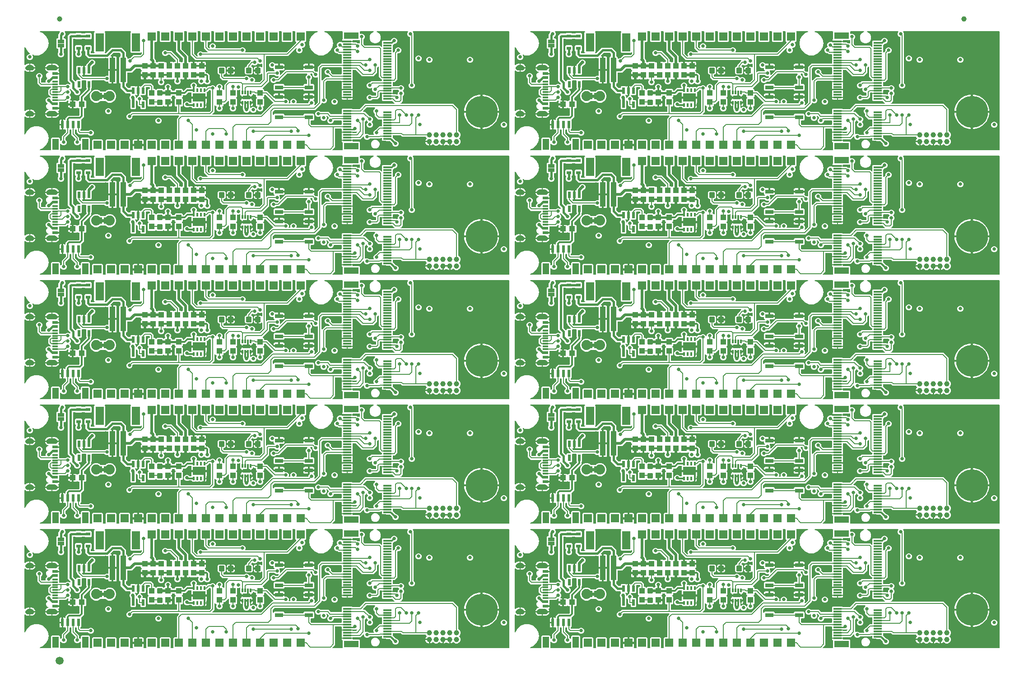
<source format=gtl>
G04 EAGLE Gerber RS-274X export*
G75*
%MOMM*%
%FSLAX34Y34*%
%LPD*%
%INTop Copper*%
%IPPOS*%
%AMOC8*
5,1,8,0,0,1.08239X$1,22.5*%
G01*
%ADD10R,1.000000X1.100000*%
%ADD11R,1.100000X1.000000*%
%ADD12R,1.524000X1.524000*%
%ADD13R,1.200000X2.000000*%
%ADD14R,0.600000X1.350000*%
%ADD15R,1.550000X0.300000*%
%ADD16R,2.750000X1.200000*%
%ADD17R,0.300000X0.700000*%
%ADD18R,1.380000X0.800000*%
%ADD19R,0.550000X1.200000*%
%ADD20C,0.635000*%
%ADD21C,6.000000*%
%ADD22R,0.300000X0.650000*%
%ADD23R,2.350000X1.600000*%
%ADD24C,0.300000*%
%ADD25R,1.524000X0.762000*%
%ADD26R,1.000000X0.300000*%
%ADD27R,1.000000X0.600000*%
%ADD28C,0.755600*%
%ADD29R,1.000000X4.600000*%
%ADD30R,1.600000X3.400000*%
%ADD31C,1.000000*%
%ADD32R,1.270000X0.635000*%
%ADD33R,0.830000X0.630000*%
%ADD34R,0.635000X1.270000*%
%ADD35C,1.879600*%
%ADD36C,1.500000*%
%ADD37C,0.177800*%
%ADD38C,0.660400*%
%ADD39C,0.508000*%
%ADD40C,0.304800*%
%ADD41C,0.457200*%
%ADD42C,0.406400*%
%ADD43C,0.254000*%

G36*
X598323Y2556D02*
X598323Y2556D01*
X598425Y2564D01*
X598453Y2576D01*
X598484Y2581D01*
X598576Y2625D01*
X598672Y2663D01*
X598695Y2683D01*
X598723Y2696D01*
X598798Y2766D01*
X598878Y2831D01*
X598895Y2857D01*
X598917Y2878D01*
X598968Y2967D01*
X599025Y3052D01*
X599031Y3076D01*
X599049Y3108D01*
X599107Y3368D01*
X599104Y3406D01*
X599109Y3429D01*
X599109Y17310D01*
X599109Y17314D01*
X599109Y17317D01*
X599089Y17445D01*
X599069Y17573D01*
X599068Y17576D01*
X599067Y17580D01*
X599010Y17696D01*
X598954Y17812D01*
X598951Y17815D01*
X598950Y17818D01*
X598939Y17828D01*
X598772Y18006D01*
X598698Y18049D01*
X598665Y18079D01*
X598340Y18267D01*
X597867Y18740D01*
X597532Y19319D01*
X597359Y19965D01*
X597359Y20912D01*
X607650Y20912D01*
X617941Y20912D01*
X617941Y20229D01*
X617956Y20127D01*
X617964Y20025D01*
X617976Y19997D01*
X617980Y19966D01*
X618025Y19874D01*
X618063Y19778D01*
X618083Y19755D01*
X618096Y19727D01*
X618166Y19652D01*
X618231Y19572D01*
X618257Y19555D01*
X618278Y19533D01*
X618367Y19482D01*
X618452Y19425D01*
X618476Y19419D01*
X618508Y19401D01*
X618768Y19343D01*
X618806Y19346D01*
X618829Y19341D01*
X630202Y19341D01*
X631691Y17852D01*
X631691Y3429D01*
X631706Y3327D01*
X631714Y3225D01*
X631726Y3197D01*
X631731Y3166D01*
X631775Y3074D01*
X631813Y2978D01*
X631833Y2955D01*
X631846Y2927D01*
X631916Y2852D01*
X631981Y2772D01*
X632007Y2755D01*
X632028Y2733D01*
X632117Y2682D01*
X632202Y2625D01*
X632226Y2619D01*
X632258Y2601D01*
X632518Y2543D01*
X632556Y2546D01*
X632579Y2541D01*
X910774Y2541D01*
X910875Y2556D01*
X910977Y2564D01*
X911006Y2576D01*
X911037Y2581D01*
X911129Y2625D01*
X911224Y2663D01*
X911248Y2683D01*
X911276Y2696D01*
X911351Y2766D01*
X911430Y2830D01*
X911448Y2856D01*
X911470Y2878D01*
X911521Y2966D01*
X911578Y3051D01*
X911583Y3075D01*
X911602Y3108D01*
X911660Y3368D01*
X911657Y3405D01*
X911662Y3428D01*
X911856Y225170D01*
X911841Y225272D01*
X911833Y225375D01*
X911821Y225403D01*
X911817Y225433D01*
X911772Y225526D01*
X911734Y225622D01*
X911714Y225645D01*
X911701Y225672D01*
X911631Y225748D01*
X911566Y225828D01*
X911541Y225845D01*
X911520Y225867D01*
X911431Y225918D01*
X911345Y225975D01*
X911322Y225981D01*
X911289Y225999D01*
X911030Y226057D01*
X910992Y226054D01*
X910968Y226059D01*
X731768Y226059D01*
X731717Y226052D01*
X731665Y226053D01*
X731586Y226032D01*
X731505Y226019D01*
X731459Y225997D01*
X731409Y225983D01*
X731340Y225939D01*
X731266Y225904D01*
X731228Y225868D01*
X731185Y225841D01*
X731132Y225778D01*
X731072Y225722D01*
X731046Y225677D01*
X731013Y225638D01*
X730980Y225563D01*
X730940Y225492D01*
X730928Y225441D01*
X730908Y225394D01*
X730900Y225312D01*
X730882Y225232D01*
X730886Y225181D01*
X730881Y225129D01*
X730897Y225049D01*
X730903Y224967D01*
X730923Y224919D01*
X730933Y224869D01*
X730960Y224825D01*
X731002Y224720D01*
X731116Y224581D01*
X731140Y224543D01*
X731393Y224290D01*
X732283Y222142D01*
X732283Y220356D01*
X732286Y220335D01*
X732284Y220314D01*
X732306Y220204D01*
X732323Y220093D01*
X732332Y220074D01*
X732336Y220053D01*
X732360Y220015D01*
X732410Y219912D01*
X732410Y129661D01*
X732413Y129640D01*
X732411Y129619D01*
X732433Y129509D01*
X732450Y129398D01*
X732459Y129379D01*
X732463Y129359D01*
X732487Y129320D01*
X732565Y129159D01*
X732642Y129076D01*
X732670Y129033D01*
X733933Y127770D01*
X734823Y125622D01*
X734823Y123298D01*
X733933Y121150D01*
X732290Y119507D01*
X730142Y118617D01*
X727818Y118617D01*
X725670Y119507D01*
X724027Y121150D01*
X723137Y123298D01*
X723137Y125622D01*
X724027Y127770D01*
X725290Y129033D01*
X725303Y129050D01*
X725319Y129063D01*
X725381Y129157D01*
X725448Y129247D01*
X725455Y129267D01*
X725466Y129284D01*
X725476Y129329D01*
X725535Y129498D01*
X725539Y129611D01*
X725550Y129661D01*
X725550Y214431D01*
X725541Y214492D01*
X725542Y214554D01*
X725521Y214623D01*
X725510Y214694D01*
X725484Y214750D01*
X725466Y214809D01*
X725426Y214869D01*
X725395Y214933D01*
X725352Y214978D01*
X725318Y215030D01*
X725279Y215058D01*
X725213Y215127D01*
X725028Y215234D01*
X725002Y215252D01*
X723130Y216027D01*
X721487Y217670D01*
X720597Y219818D01*
X720597Y222142D01*
X721487Y224290D01*
X721740Y224543D01*
X721771Y224584D01*
X721808Y224620D01*
X721849Y224691D01*
X721898Y224757D01*
X721915Y224806D01*
X721940Y224850D01*
X721958Y224930D01*
X721985Y225008D01*
X721987Y225060D01*
X721998Y225110D01*
X721991Y225192D01*
X721994Y225274D01*
X721981Y225323D01*
X721977Y225375D01*
X721946Y225451D01*
X721924Y225530D01*
X721897Y225574D01*
X721878Y225622D01*
X721826Y225685D01*
X721782Y225754D01*
X721742Y225788D01*
X721710Y225828D01*
X721642Y225873D01*
X721579Y225926D01*
X721532Y225947D01*
X721489Y225975D01*
X721438Y225987D01*
X721335Y226031D01*
X721156Y226049D01*
X721112Y226059D01*
X664020Y226059D01*
X663929Y226045D01*
X663837Y226040D01*
X663798Y226026D01*
X663758Y226019D01*
X663674Y225979D01*
X663588Y225947D01*
X663555Y225922D01*
X663518Y225904D01*
X663451Y225841D01*
X663378Y225784D01*
X663354Y225750D01*
X663324Y225722D01*
X663278Y225642D01*
X663225Y225567D01*
X663212Y225527D01*
X663192Y225492D01*
X663172Y225402D01*
X663144Y225314D01*
X663143Y225272D01*
X663134Y225232D01*
X663142Y225140D01*
X663141Y225048D01*
X663152Y225008D01*
X663156Y224967D01*
X663190Y224881D01*
X663217Y224793D01*
X663239Y224759D01*
X663255Y224720D01*
X663313Y224649D01*
X663364Y224572D01*
X663390Y224554D01*
X663422Y224514D01*
X663644Y224367D01*
X663664Y224362D01*
X663680Y224350D01*
X666371Y223236D01*
X669336Y220271D01*
X670941Y216397D01*
X670941Y212203D01*
X669336Y208329D01*
X666371Y205364D01*
X662497Y203759D01*
X658303Y203759D01*
X654429Y205364D01*
X651464Y208329D01*
X649859Y212203D01*
X649859Y216397D01*
X651464Y220271D01*
X654429Y223236D01*
X657120Y224350D01*
X657198Y224398D01*
X657282Y224438D01*
X657312Y224466D01*
X657347Y224488D01*
X657408Y224557D01*
X657476Y224620D01*
X657497Y224656D01*
X657524Y224686D01*
X657562Y224770D01*
X657608Y224850D01*
X657617Y224891D01*
X657634Y224928D01*
X657646Y225020D01*
X657666Y225110D01*
X657662Y225151D01*
X657668Y225192D01*
X657652Y225283D01*
X657644Y225375D01*
X657629Y225413D01*
X657622Y225454D01*
X657580Y225536D01*
X657545Y225622D01*
X657519Y225654D01*
X657500Y225690D01*
X657436Y225756D01*
X657378Y225828D01*
X657343Y225851D01*
X657314Y225880D01*
X657233Y225924D01*
X657156Y225975D01*
X657126Y225982D01*
X657081Y226007D01*
X656820Y226058D01*
X656800Y226055D01*
X656780Y226059D01*
X632579Y226059D01*
X632477Y226044D01*
X632375Y226036D01*
X632347Y226024D01*
X632316Y226019D01*
X632224Y225975D01*
X632128Y225937D01*
X632105Y225917D01*
X632077Y225904D01*
X632002Y225834D01*
X631922Y225769D01*
X631905Y225743D01*
X631883Y225722D01*
X631832Y225633D01*
X631775Y225548D01*
X631769Y225524D01*
X631751Y225492D01*
X631693Y225232D01*
X631696Y225194D01*
X631691Y225171D01*
X631691Y222183D01*
X631692Y222172D01*
X631691Y222162D01*
X631712Y222041D01*
X631731Y221920D01*
X631735Y221910D01*
X631737Y221900D01*
X631793Y221791D01*
X631846Y221681D01*
X631853Y221673D01*
X631858Y221664D01*
X631944Y221576D01*
X632028Y221486D01*
X632037Y221481D01*
X632044Y221474D01*
X632152Y221415D01*
X632258Y221354D01*
X632269Y221352D01*
X632278Y221347D01*
X632398Y221323D01*
X632518Y221297D01*
X632528Y221297D01*
X632539Y221295D01*
X632569Y221301D01*
X632783Y221318D01*
X632871Y221354D01*
X632919Y221362D01*
X633838Y221743D01*
X636162Y221743D01*
X638310Y220853D01*
X639953Y219210D01*
X640843Y217062D01*
X640843Y214738D01*
X639953Y212590D01*
X638690Y211327D01*
X638677Y211310D01*
X638661Y211297D01*
X638599Y211203D01*
X638532Y211113D01*
X638525Y211093D01*
X638514Y211076D01*
X638504Y211031D01*
X638445Y210862D01*
X638441Y210749D01*
X638430Y210699D01*
X638430Y202449D01*
X638433Y202428D01*
X638431Y202407D01*
X638453Y202297D01*
X638470Y202186D01*
X638479Y202167D01*
X638483Y202146D01*
X638507Y202108D01*
X638585Y201946D01*
X638662Y201864D01*
X638690Y201820D01*
X641240Y199270D01*
X641257Y199257D01*
X641271Y199241D01*
X641364Y199179D01*
X641454Y199112D01*
X641474Y199105D01*
X641492Y199094D01*
X641536Y199084D01*
X641706Y199025D01*
X641818Y199021D01*
X641869Y199010D01*
X669441Y199010D01*
X671343Y197107D01*
X671384Y197077D01*
X671420Y197039D01*
X671491Y196998D01*
X671557Y196950D01*
X671606Y196933D01*
X671650Y196907D01*
X671730Y196889D01*
X671808Y196862D01*
X671860Y196861D01*
X671910Y196849D01*
X671992Y196856D01*
X672074Y196853D01*
X672123Y196867D01*
X672175Y196871D01*
X672251Y196902D01*
X672330Y196923D01*
X672374Y196951D01*
X672422Y196970D01*
X672485Y197022D01*
X672554Y197066D01*
X672588Y197105D01*
X672628Y197138D01*
X672673Y197206D01*
X672726Y197268D01*
X672747Y197316D01*
X672775Y197359D01*
X672787Y197409D01*
X672831Y197513D01*
X672849Y197691D01*
X672859Y197736D01*
X672859Y206852D01*
X674348Y208341D01*
X681074Y208341D01*
X681095Y208344D01*
X681116Y208342D01*
X681226Y208364D01*
X681233Y208365D01*
X689229Y208365D01*
X689331Y208380D01*
X689433Y208388D01*
X689461Y208400D01*
X689492Y208405D01*
X689584Y208449D01*
X689680Y208487D01*
X689703Y208507D01*
X689731Y208520D01*
X689806Y208590D01*
X689886Y208655D01*
X689903Y208681D01*
X689925Y208702D01*
X689976Y208791D01*
X690033Y208876D01*
X690039Y208900D01*
X690057Y208932D01*
X690115Y209192D01*
X690112Y209230D01*
X690117Y209253D01*
X690117Y209442D01*
X691007Y211590D01*
X692650Y213233D01*
X694798Y214123D01*
X697122Y214123D01*
X699270Y213233D01*
X700913Y211590D01*
X701803Y209442D01*
X701803Y207118D01*
X700913Y204970D01*
X699270Y203327D01*
X697122Y202437D01*
X696234Y202437D01*
X696213Y202434D01*
X696192Y202436D01*
X696082Y202414D01*
X695971Y202397D01*
X695952Y202388D01*
X695931Y202384D01*
X695893Y202360D01*
X695731Y202282D01*
X695649Y202205D01*
X695606Y202177D01*
X693701Y200272D01*
X693688Y200256D01*
X693672Y200242D01*
X693610Y200149D01*
X693543Y200059D01*
X693536Y200039D01*
X693525Y200021D01*
X693515Y199977D01*
X693456Y199807D01*
X693452Y199695D01*
X693441Y199644D01*
X693441Y187356D01*
X693448Y187305D01*
X693447Y187253D01*
X693468Y187174D01*
X693481Y187093D01*
X693503Y187046D01*
X693517Y186996D01*
X693561Y186927D01*
X693596Y186853D01*
X693631Y186816D01*
X693659Y186772D01*
X693722Y186719D01*
X693778Y186659D01*
X693822Y186633D01*
X693862Y186600D01*
X693937Y186568D01*
X694008Y186527D01*
X694059Y186516D01*
X694106Y186496D01*
X694188Y186487D01*
X694268Y186469D01*
X694319Y186474D01*
X694371Y186468D01*
X694451Y186484D01*
X694533Y186491D01*
X694581Y186510D01*
X694631Y186520D01*
X694675Y186548D01*
X694780Y186590D01*
X694919Y186703D01*
X694957Y186727D01*
X697340Y189110D01*
X697477Y189247D01*
X697490Y189264D01*
X697506Y189278D01*
X697568Y189371D01*
X697635Y189461D01*
X697642Y189481D01*
X697653Y189499D01*
X697663Y189543D01*
X697722Y189713D01*
X697726Y189825D01*
X697737Y189876D01*
X697737Y191662D01*
X698627Y193810D01*
X700270Y195453D01*
X702418Y196343D01*
X704742Y196343D01*
X706890Y195453D01*
X708533Y193810D01*
X709423Y191662D01*
X709423Y189338D01*
X708533Y187190D01*
X706890Y185547D01*
X704742Y184657D01*
X702956Y184657D01*
X702935Y184654D01*
X702914Y184656D01*
X702804Y184634D01*
X702693Y184617D01*
X702674Y184608D01*
X702653Y184604D01*
X702615Y184580D01*
X702453Y184502D01*
X702371Y184425D01*
X702327Y184397D01*
X702190Y184260D01*
X702177Y184243D01*
X702161Y184229D01*
X702099Y184136D01*
X702032Y184046D01*
X702025Y184026D01*
X702014Y184008D01*
X702004Y183964D01*
X701945Y183794D01*
X701941Y183682D01*
X701930Y183631D01*
X701930Y135739D01*
X697061Y130870D01*
X694329Y130870D01*
X694227Y130855D01*
X694125Y130847D01*
X694097Y130835D01*
X694066Y130830D01*
X693974Y130786D01*
X693878Y130748D01*
X693855Y130728D01*
X693827Y130715D01*
X693752Y130645D01*
X693672Y130580D01*
X693655Y130554D01*
X693633Y130533D01*
X693582Y130444D01*
X693525Y130359D01*
X693519Y130335D01*
X693501Y130303D01*
X693443Y130043D01*
X693446Y130005D01*
X693441Y129982D01*
X693441Y123698D01*
X693456Y123596D01*
X693464Y123494D01*
X693476Y123466D01*
X693481Y123435D01*
X693525Y123343D01*
X693563Y123247D01*
X693583Y123224D01*
X693596Y123196D01*
X693666Y123121D01*
X693731Y123041D01*
X693757Y123024D01*
X693778Y123002D01*
X693867Y122951D01*
X693952Y122894D01*
X693976Y122888D01*
X694008Y122870D01*
X694268Y122812D01*
X694306Y122815D01*
X694329Y122810D01*
X703459Y122810D01*
X703480Y122813D01*
X703501Y122811D01*
X703611Y122833D01*
X703722Y122850D01*
X703741Y122859D01*
X703761Y122863D01*
X703800Y122887D01*
X703961Y122965D01*
X704043Y123042D01*
X704087Y123070D01*
X705350Y124333D01*
X707498Y125223D01*
X709822Y125223D01*
X711970Y124333D01*
X713613Y122690D01*
X714503Y120542D01*
X714503Y118218D01*
X713613Y116070D01*
X712471Y114928D01*
X712410Y114845D01*
X712344Y114767D01*
X712331Y114739D01*
X712313Y114714D01*
X712280Y114617D01*
X712239Y114523D01*
X712236Y114492D01*
X712226Y114463D01*
X712222Y114361D01*
X712212Y114258D01*
X712218Y114228D01*
X712217Y114197D01*
X712244Y114098D01*
X712264Y113998D01*
X712277Y113978D01*
X712287Y113941D01*
X712429Y113717D01*
X712458Y113692D01*
X712471Y113672D01*
X713613Y112530D01*
X714503Y110382D01*
X714503Y108058D01*
X713613Y105910D01*
X712350Y104647D01*
X712337Y104630D01*
X712321Y104617D01*
X712259Y104523D01*
X712192Y104433D01*
X712185Y104413D01*
X712174Y104396D01*
X712164Y104351D01*
X712105Y104182D01*
X712101Y104069D01*
X712090Y104019D01*
X712090Y95099D01*
X710050Y93060D01*
X708296Y91306D01*
X708266Y91265D01*
X708228Y91229D01*
X708187Y91158D01*
X708139Y91092D01*
X708122Y91043D01*
X708096Y90999D01*
X708078Y90919D01*
X708051Y90841D01*
X708050Y90789D01*
X708038Y90739D01*
X708045Y90657D01*
X708042Y90575D01*
X708056Y90526D01*
X708060Y90474D01*
X708091Y90398D01*
X708112Y90319D01*
X708140Y90275D01*
X708159Y90227D01*
X708211Y90164D01*
X708255Y90095D01*
X708294Y90061D01*
X708327Y90021D01*
X708395Y89976D01*
X708457Y89923D01*
X708505Y89902D01*
X708548Y89874D01*
X708598Y89862D01*
X708702Y89818D01*
X708880Y89800D01*
X708925Y89790D01*
X806601Y89790D01*
X816230Y80161D01*
X816230Y39085D01*
X816239Y39024D01*
X816238Y38962D01*
X816259Y38893D01*
X816270Y38822D01*
X816296Y38766D01*
X816314Y38707D01*
X816354Y38647D01*
X816385Y38583D01*
X816428Y38537D01*
X816462Y38486D01*
X816501Y38458D01*
X816567Y38388D01*
X816753Y38282D01*
X816778Y38264D01*
X817071Y38143D01*
X819193Y36021D01*
X820341Y33250D01*
X820341Y30250D01*
X819193Y27479D01*
X817742Y26028D01*
X817681Y25945D01*
X817615Y25867D01*
X817603Y25839D01*
X817585Y25814D01*
X817551Y25717D01*
X817511Y25623D01*
X817507Y25592D01*
X817497Y25563D01*
X817494Y25461D01*
X817483Y25358D01*
X817489Y25328D01*
X817488Y25297D01*
X817515Y25198D01*
X817535Y25098D01*
X817548Y25078D01*
X817558Y25041D01*
X817701Y24817D01*
X817729Y24792D01*
X817742Y24772D01*
X819193Y23321D01*
X820341Y20550D01*
X820341Y17550D01*
X819193Y14779D01*
X817071Y12657D01*
X814300Y11509D01*
X811300Y11509D01*
X808529Y12657D01*
X807078Y14108D01*
X806995Y14169D01*
X806917Y14235D01*
X806889Y14247D01*
X806864Y14265D01*
X806767Y14299D01*
X806673Y14339D01*
X806642Y14343D01*
X806613Y14353D01*
X806510Y14356D01*
X806408Y14367D01*
X806378Y14361D01*
X806347Y14362D01*
X806248Y14335D01*
X806148Y14315D01*
X806127Y14302D01*
X806091Y14292D01*
X805867Y14149D01*
X805842Y14120D01*
X805822Y14108D01*
X804907Y13193D01*
X803672Y12367D01*
X802300Y11799D01*
X801369Y11614D01*
X801369Y18669D01*
X801354Y18770D01*
X801346Y18873D01*
X801334Y18901D01*
X801329Y18932D01*
X801285Y19024D01*
X801247Y19119D01*
X801227Y19143D01*
X801214Y19171D01*
X801144Y19246D01*
X801079Y19326D01*
X801053Y19343D01*
X801032Y19365D01*
X800943Y19416D01*
X800858Y19473D01*
X800834Y19478D01*
X800802Y19497D01*
X800591Y19544D01*
X800583Y19635D01*
X800572Y19663D01*
X800567Y19694D01*
X800523Y19786D01*
X800484Y19882D01*
X800465Y19905D01*
X800452Y19933D01*
X800381Y20008D01*
X800317Y20088D01*
X800291Y20105D01*
X800270Y20127D01*
X800181Y20178D01*
X800096Y20235D01*
X800072Y20241D01*
X800039Y20259D01*
X799780Y20317D01*
X799742Y20314D01*
X799719Y20319D01*
X787781Y20319D01*
X787680Y20304D01*
X787577Y20296D01*
X787549Y20284D01*
X787518Y20279D01*
X787426Y20235D01*
X787331Y20197D01*
X787307Y20177D01*
X787279Y20164D01*
X787204Y20094D01*
X787124Y20029D01*
X787107Y20003D01*
X787085Y19982D01*
X787034Y19893D01*
X786977Y19808D01*
X786972Y19784D01*
X786953Y19752D01*
X786906Y19541D01*
X786815Y19533D01*
X786787Y19522D01*
X786756Y19517D01*
X786664Y19473D01*
X786568Y19434D01*
X786545Y19415D01*
X786517Y19402D01*
X786442Y19331D01*
X786362Y19267D01*
X786345Y19241D01*
X786323Y19220D01*
X786272Y19131D01*
X786215Y19046D01*
X786209Y19022D01*
X786191Y18989D01*
X786133Y18730D01*
X786136Y18692D01*
X786131Y18669D01*
X786131Y11614D01*
X785200Y11799D01*
X783828Y12367D01*
X782593Y13193D01*
X781678Y14108D01*
X781595Y14169D01*
X781517Y14235D01*
X781489Y14247D01*
X781464Y14265D01*
X781367Y14299D01*
X781273Y14339D01*
X781242Y14343D01*
X781213Y14353D01*
X781110Y14356D01*
X781008Y14367D01*
X780978Y14361D01*
X780947Y14362D01*
X780848Y14335D01*
X780748Y14315D01*
X780727Y14302D01*
X780691Y14292D01*
X780467Y14149D01*
X780442Y14121D01*
X780422Y14108D01*
X778971Y12657D01*
X776200Y11509D01*
X773200Y11509D01*
X770429Y12657D01*
X768978Y14108D01*
X768895Y14169D01*
X768817Y14235D01*
X768789Y14247D01*
X768764Y14265D01*
X768667Y14299D01*
X768573Y14339D01*
X768542Y14343D01*
X768513Y14353D01*
X768411Y14356D01*
X768308Y14367D01*
X768278Y14361D01*
X768247Y14362D01*
X768148Y14335D01*
X768048Y14315D01*
X768028Y14302D01*
X767991Y14292D01*
X767767Y14149D01*
X767742Y14121D01*
X767722Y14108D01*
X766807Y13193D01*
X765572Y12367D01*
X764200Y11799D01*
X763269Y11614D01*
X763269Y18669D01*
X763254Y18770D01*
X763246Y18873D01*
X763234Y18901D01*
X763229Y18932D01*
X763185Y19024D01*
X763147Y19119D01*
X763127Y19143D01*
X763114Y19171D01*
X763044Y19246D01*
X762979Y19326D01*
X762953Y19343D01*
X762932Y19365D01*
X762843Y19416D01*
X762758Y19473D01*
X762734Y19478D01*
X762702Y19497D01*
X762491Y19544D01*
X762483Y19635D01*
X762472Y19663D01*
X762467Y19694D01*
X762423Y19786D01*
X762384Y19882D01*
X762365Y19905D01*
X762352Y19933D01*
X762281Y20008D01*
X762217Y20088D01*
X762191Y20105D01*
X762170Y20127D01*
X762081Y20178D01*
X761996Y20235D01*
X761972Y20241D01*
X761939Y20259D01*
X761680Y20317D01*
X761642Y20314D01*
X761619Y20319D01*
X754564Y20319D01*
X754749Y21250D01*
X755317Y22622D01*
X756143Y23857D01*
X757058Y24772D01*
X757119Y24855D01*
X757185Y24933D01*
X757197Y24961D01*
X757215Y24986D01*
X757249Y25083D01*
X757289Y25177D01*
X757293Y25208D01*
X757303Y25237D01*
X757306Y25340D01*
X757317Y25442D01*
X757311Y25472D01*
X757312Y25503D01*
X757285Y25602D01*
X757265Y25702D01*
X757252Y25723D01*
X757242Y25759D01*
X757099Y25983D01*
X757071Y26008D01*
X757058Y26028D01*
X755607Y27479D01*
X755486Y27772D01*
X755454Y27824D01*
X755439Y27862D01*
X755439Y27863D01*
X755431Y27883D01*
X755385Y27938D01*
X755348Y27999D01*
X755302Y28041D01*
X755263Y28089D01*
X755203Y28129D01*
X755150Y28176D01*
X755094Y28202D01*
X755042Y28236D01*
X754995Y28247D01*
X754908Y28286D01*
X754696Y28313D01*
X754665Y28320D01*
X711049Y28320D01*
X708760Y30610D01*
X708743Y30623D01*
X708729Y30639D01*
X708636Y30701D01*
X708546Y30768D01*
X708526Y30775D01*
X708508Y30786D01*
X708464Y30796D01*
X708294Y30855D01*
X708182Y30859D01*
X708131Y30870D01*
X694329Y30870D01*
X694227Y30855D01*
X694125Y30847D01*
X694097Y30835D01*
X694066Y30830D01*
X693974Y30786D01*
X693878Y30748D01*
X693855Y30728D01*
X693827Y30715D01*
X693752Y30645D01*
X693672Y30580D01*
X693655Y30554D01*
X693633Y30533D01*
X693582Y30444D01*
X693525Y30359D01*
X693519Y30335D01*
X693501Y30303D01*
X693443Y30043D01*
X693446Y30005D01*
X693441Y29982D01*
X693441Y26416D01*
X693444Y26395D01*
X693442Y26374D01*
X693464Y26264D01*
X693481Y26153D01*
X693490Y26134D01*
X693494Y26113D01*
X693518Y26075D01*
X693596Y25913D01*
X693673Y25831D01*
X693701Y25788D01*
X698146Y21343D01*
X698162Y21330D01*
X698176Y21314D01*
X698269Y21252D01*
X698359Y21185D01*
X698379Y21178D01*
X698397Y21167D01*
X698441Y21157D01*
X698611Y21098D01*
X698723Y21094D01*
X698774Y21083D01*
X699662Y21083D01*
X701810Y20193D01*
X703453Y18550D01*
X704343Y16402D01*
X704343Y14078D01*
X703453Y11930D01*
X701810Y10287D01*
X699662Y9397D01*
X697338Y9397D01*
X695190Y10287D01*
X693547Y11930D01*
X692657Y14078D01*
X692657Y14966D01*
X692654Y14987D01*
X692656Y15008D01*
X692634Y15118D01*
X692617Y15229D01*
X692608Y15248D01*
X692604Y15269D01*
X692580Y15307D01*
X692538Y15393D01*
X692525Y15427D01*
X692518Y15435D01*
X692502Y15469D01*
X692425Y15551D01*
X692397Y15594D01*
X688016Y19975D01*
X688000Y19988D01*
X687986Y20004D01*
X687893Y20066D01*
X687803Y20133D01*
X687783Y20140D01*
X687765Y20151D01*
X687721Y20161D01*
X687551Y20220D01*
X687439Y20224D01*
X687388Y20235D01*
X681263Y20235D01*
X681237Y20244D01*
X681125Y20248D01*
X681074Y20259D01*
X674348Y20259D01*
X672859Y21748D01*
X672859Y24982D01*
X672844Y25084D01*
X672836Y25186D01*
X672824Y25214D01*
X672819Y25245D01*
X672775Y25337D01*
X672737Y25433D01*
X672717Y25456D01*
X672704Y25484D01*
X672634Y25559D01*
X672569Y25639D01*
X672543Y25656D01*
X672522Y25678D01*
X672433Y25729D01*
X672348Y25786D01*
X672324Y25792D01*
X672292Y25810D01*
X672032Y25868D01*
X671994Y25865D01*
X671971Y25870D01*
X671169Y25870D01*
X671148Y25867D01*
X671127Y25869D01*
X671017Y25847D01*
X670906Y25830D01*
X670887Y25821D01*
X670866Y25817D01*
X670828Y25793D01*
X670666Y25715D01*
X670584Y25638D01*
X670540Y25610D01*
X669441Y24510D01*
X650361Y24510D01*
X650340Y24507D01*
X650319Y24509D01*
X650209Y24487D01*
X650098Y24470D01*
X650079Y24461D01*
X650059Y24457D01*
X650020Y24433D01*
X649859Y24355D01*
X649777Y24278D01*
X649733Y24250D01*
X648470Y22987D01*
X646322Y22097D01*
X643998Y22097D01*
X641850Y22987D01*
X640207Y24630D01*
X639317Y26778D01*
X639317Y27802D01*
X639310Y27853D01*
X639311Y27905D01*
X639290Y27984D01*
X639277Y28065D01*
X639255Y28112D01*
X639241Y28162D01*
X639197Y28231D01*
X639162Y28305D01*
X639127Y28342D01*
X639099Y28386D01*
X639036Y28439D01*
X638980Y28499D01*
X638936Y28525D01*
X638896Y28558D01*
X638821Y28590D01*
X638750Y28631D01*
X638699Y28642D01*
X638652Y28662D01*
X638570Y28671D01*
X638490Y28689D01*
X638439Y28684D01*
X638387Y28690D01*
X638307Y28674D01*
X638225Y28667D01*
X638177Y28648D01*
X638127Y28638D01*
X638083Y28610D01*
X637978Y28568D01*
X637839Y28455D01*
X637801Y28431D01*
X632741Y23370D01*
X618829Y23370D01*
X618727Y23355D01*
X618625Y23347D01*
X618597Y23335D01*
X618566Y23330D01*
X618474Y23286D01*
X618378Y23248D01*
X618355Y23228D01*
X618327Y23215D01*
X618252Y23145D01*
X618172Y23080D01*
X618155Y23054D01*
X618133Y23033D01*
X618082Y22944D01*
X618025Y22859D01*
X618019Y22835D01*
X618001Y22803D01*
X617975Y22688D01*
X607650Y22688D01*
X597359Y22688D01*
X597359Y23641D01*
X597371Y23758D01*
X597373Y23776D01*
X597378Y23798D01*
X597377Y23810D01*
X597386Y23887D01*
X597385Y23891D01*
X597385Y23895D01*
X597360Y24021D01*
X597360Y24023D01*
X597359Y24029D01*
X597359Y34550D01*
X597371Y34584D01*
X597371Y34588D01*
X597373Y34592D01*
X597372Y34607D01*
X597381Y34850D01*
X597359Y34928D01*
X597359Y35912D01*
X607650Y35912D01*
X617965Y35912D01*
X617976Y35886D01*
X617980Y35855D01*
X618025Y35763D01*
X618063Y35667D01*
X618083Y35644D01*
X618096Y35616D01*
X618166Y35541D01*
X618231Y35461D01*
X618257Y35444D01*
X618278Y35422D01*
X618367Y35371D01*
X618452Y35314D01*
X618476Y35308D01*
X618508Y35290D01*
X618768Y35232D01*
X618806Y35235D01*
X618829Y35230D01*
X624371Y35230D01*
X624392Y35233D01*
X624413Y35231D01*
X624523Y35253D01*
X624634Y35270D01*
X624653Y35279D01*
X624674Y35283D01*
X624712Y35307D01*
X624874Y35385D01*
X624956Y35462D01*
X625000Y35490D01*
X626083Y36573D01*
X626110Y36611D01*
X626132Y36631D01*
X626149Y36661D01*
X626199Y36716D01*
X626216Y36754D01*
X626240Y36787D01*
X626271Y36874D01*
X626309Y36958D01*
X626314Y36999D01*
X626328Y37038D01*
X626331Y37130D01*
X626343Y37222D01*
X626335Y37262D01*
X626337Y37304D01*
X626313Y37393D01*
X626297Y37484D01*
X626278Y37520D01*
X626267Y37560D01*
X626217Y37638D01*
X626175Y37720D01*
X626147Y37750D01*
X626124Y37784D01*
X626054Y37844D01*
X625989Y37910D01*
X625953Y37930D01*
X625922Y37957D01*
X625837Y37993D01*
X625756Y38037D01*
X625715Y38045D01*
X625677Y38061D01*
X625585Y38071D01*
X625495Y38088D01*
X625464Y38083D01*
X625413Y38088D01*
X625152Y38036D01*
X625135Y38025D01*
X625115Y38022D01*
X623462Y37337D01*
X621138Y37337D01*
X619727Y37922D01*
X619469Y37985D01*
X619417Y37983D01*
X619387Y37989D01*
X618829Y37989D01*
X618727Y37974D01*
X618625Y37966D01*
X618597Y37954D01*
X618566Y37949D01*
X618474Y37905D01*
X618378Y37867D01*
X618355Y37847D01*
X618327Y37834D01*
X618252Y37764D01*
X618172Y37699D01*
X618165Y37688D01*
X607650Y37688D01*
X597359Y37688D01*
X597359Y38641D01*
X597371Y38758D01*
X597386Y38887D01*
X597385Y38891D01*
X597385Y38895D01*
X597360Y39021D01*
X597359Y39025D01*
X597359Y42482D01*
X597344Y42584D01*
X597336Y42686D01*
X597324Y42714D01*
X597319Y42745D01*
X597275Y42837D01*
X597237Y42933D01*
X597217Y42956D01*
X597204Y42984D01*
X597134Y43059D01*
X597069Y43139D01*
X597043Y43156D01*
X597022Y43178D01*
X596933Y43229D01*
X596848Y43286D01*
X596824Y43292D01*
X596792Y43310D01*
X596532Y43368D01*
X596494Y43365D01*
X596471Y43370D01*
X585978Y43370D01*
X585876Y43355D01*
X585774Y43347D01*
X585746Y43335D01*
X585715Y43330D01*
X585623Y43286D01*
X585527Y43248D01*
X585504Y43228D01*
X585476Y43215D01*
X585401Y43145D01*
X585321Y43080D01*
X585304Y43054D01*
X585282Y43033D01*
X585231Y42944D01*
X585174Y42859D01*
X585168Y42835D01*
X585150Y42803D01*
X585092Y42543D01*
X585095Y42505D01*
X585090Y42482D01*
X585090Y8739D01*
X582820Y6470D01*
X580407Y4057D01*
X580377Y4016D01*
X580339Y3980D01*
X580298Y3909D01*
X580250Y3843D01*
X580233Y3794D01*
X580207Y3750D01*
X580189Y3670D01*
X580162Y3592D01*
X580161Y3540D01*
X580149Y3490D01*
X580156Y3408D01*
X580153Y3326D01*
X580167Y3277D01*
X580171Y3225D01*
X580202Y3149D01*
X580223Y3070D01*
X580251Y3026D01*
X580270Y2978D01*
X580322Y2915D01*
X580366Y2846D01*
X580405Y2812D01*
X580438Y2772D01*
X580506Y2727D01*
X580568Y2674D01*
X580616Y2653D01*
X580659Y2625D01*
X580709Y2613D01*
X580813Y2569D01*
X580991Y2551D01*
X581036Y2541D01*
X598221Y2541D01*
X598323Y2556D01*
G37*
G36*
X598323Y236236D02*
X598323Y236236D01*
X598425Y236244D01*
X598453Y236256D01*
X598484Y236261D01*
X598576Y236305D01*
X598672Y236343D01*
X598695Y236363D01*
X598723Y236376D01*
X598798Y236446D01*
X598878Y236511D01*
X598895Y236537D01*
X598917Y236558D01*
X598968Y236647D01*
X599025Y236732D01*
X599031Y236756D01*
X599049Y236788D01*
X599107Y237048D01*
X599104Y237086D01*
X599109Y237109D01*
X599109Y250990D01*
X599109Y250994D01*
X599109Y250997D01*
X599089Y251125D01*
X599069Y251253D01*
X599068Y251256D01*
X599067Y251260D01*
X599010Y251376D01*
X598954Y251492D01*
X598951Y251495D01*
X598950Y251498D01*
X598939Y251508D01*
X598772Y251686D01*
X598698Y251729D01*
X598665Y251759D01*
X598340Y251947D01*
X597867Y252420D01*
X597532Y252999D01*
X597359Y253645D01*
X597359Y254592D01*
X607650Y254592D01*
X617941Y254592D01*
X617941Y253909D01*
X617956Y253807D01*
X617964Y253705D01*
X617976Y253677D01*
X617981Y253646D01*
X618025Y253554D01*
X618063Y253458D01*
X618083Y253434D01*
X618096Y253407D01*
X618166Y253332D01*
X618231Y253252D01*
X618257Y253235D01*
X618278Y253213D01*
X618367Y253162D01*
X618452Y253105D01*
X618475Y253099D01*
X618508Y253081D01*
X618768Y253023D01*
X618806Y253026D01*
X618829Y253021D01*
X630202Y253021D01*
X631691Y251532D01*
X631691Y237109D01*
X631706Y237007D01*
X631714Y236905D01*
X631726Y236877D01*
X631731Y236846D01*
X631775Y236754D01*
X631813Y236658D01*
X631833Y236635D01*
X631846Y236607D01*
X631916Y236532D01*
X631981Y236452D01*
X632007Y236435D01*
X632028Y236413D01*
X632117Y236362D01*
X632202Y236305D01*
X632226Y236299D01*
X632258Y236281D01*
X632518Y236223D01*
X632556Y236226D01*
X632579Y236221D01*
X910774Y236221D01*
X910875Y236236D01*
X910977Y236244D01*
X911006Y236256D01*
X911037Y236261D01*
X911129Y236305D01*
X911224Y236343D01*
X911248Y236363D01*
X911276Y236376D01*
X911351Y236446D01*
X911430Y236510D01*
X911448Y236536D01*
X911470Y236558D01*
X911521Y236646D01*
X911578Y236731D01*
X911583Y236755D01*
X911602Y236788D01*
X911660Y237048D01*
X911657Y237085D01*
X911662Y237108D01*
X911856Y458850D01*
X911841Y458952D01*
X911833Y459055D01*
X911821Y459083D01*
X911817Y459113D01*
X911772Y459206D01*
X911734Y459302D01*
X911714Y459325D01*
X911701Y459352D01*
X911631Y459428D01*
X911566Y459508D01*
X911541Y459525D01*
X911520Y459547D01*
X911431Y459598D01*
X911345Y459655D01*
X911322Y459661D01*
X911289Y459679D01*
X911030Y459737D01*
X910992Y459734D01*
X910968Y459739D01*
X731768Y459739D01*
X731717Y459732D01*
X731665Y459733D01*
X731586Y459712D01*
X731505Y459699D01*
X731459Y459677D01*
X731409Y459663D01*
X731340Y459619D01*
X731266Y459584D01*
X731228Y459548D01*
X731185Y459521D01*
X731132Y459458D01*
X731072Y459402D01*
X731046Y459357D01*
X731013Y459318D01*
X730980Y459243D01*
X730940Y459172D01*
X730928Y459121D01*
X730908Y459074D01*
X730900Y458992D01*
X730882Y458912D01*
X730886Y458861D01*
X730881Y458809D01*
X730897Y458729D01*
X730903Y458647D01*
X730923Y458599D01*
X730933Y458549D01*
X730960Y458505D01*
X731002Y458400D01*
X731116Y458261D01*
X731140Y458223D01*
X731393Y457970D01*
X732283Y455822D01*
X732283Y454036D01*
X732286Y454015D01*
X732284Y453994D01*
X732306Y453884D01*
X732323Y453773D01*
X732332Y453754D01*
X732336Y453733D01*
X732360Y453695D01*
X732410Y453592D01*
X732410Y363341D01*
X732413Y363320D01*
X732411Y363299D01*
X732433Y363189D01*
X732450Y363078D01*
X732459Y363059D01*
X732463Y363039D01*
X732487Y363000D01*
X732565Y362839D01*
X732642Y362757D01*
X732670Y362713D01*
X733933Y361450D01*
X734823Y359302D01*
X734823Y356978D01*
X733933Y354830D01*
X732290Y353187D01*
X730142Y352297D01*
X727818Y352297D01*
X725670Y353187D01*
X724027Y354830D01*
X723137Y356978D01*
X723137Y359302D01*
X724027Y361450D01*
X725290Y362713D01*
X725303Y362730D01*
X725319Y362743D01*
X725381Y362837D01*
X725448Y362927D01*
X725455Y362947D01*
X725466Y362964D01*
X725476Y363009D01*
X725535Y363178D01*
X725539Y363291D01*
X725550Y363341D01*
X725550Y448111D01*
X725541Y448172D01*
X725542Y448234D01*
X725521Y448303D01*
X725510Y448374D01*
X725483Y448430D01*
X725466Y448489D01*
X725426Y448548D01*
X725395Y448613D01*
X725352Y448658D01*
X725318Y448710D01*
X725279Y448737D01*
X725213Y448807D01*
X725027Y448914D01*
X725002Y448932D01*
X723130Y449707D01*
X721487Y451350D01*
X720597Y453498D01*
X720597Y455822D01*
X721487Y457970D01*
X721740Y458223D01*
X721771Y458264D01*
X721808Y458300D01*
X721849Y458371D01*
X721898Y458437D01*
X721915Y458486D01*
X721940Y458530D01*
X721958Y458610D01*
X721985Y458688D01*
X721987Y458740D01*
X721998Y458790D01*
X721991Y458872D01*
X721994Y458954D01*
X721981Y459003D01*
X721977Y459055D01*
X721946Y459131D01*
X721924Y459210D01*
X721897Y459254D01*
X721878Y459302D01*
X721826Y459365D01*
X721782Y459434D01*
X721742Y459468D01*
X721710Y459508D01*
X721642Y459553D01*
X721579Y459606D01*
X721532Y459627D01*
X721489Y459655D01*
X721438Y459667D01*
X721335Y459711D01*
X721156Y459729D01*
X721112Y459739D01*
X664020Y459739D01*
X663929Y459725D01*
X663837Y459720D01*
X663798Y459706D01*
X663758Y459699D01*
X663674Y459659D01*
X663588Y459627D01*
X663555Y459602D01*
X663518Y459584D01*
X663451Y459521D01*
X663378Y459464D01*
X663354Y459430D01*
X663324Y459402D01*
X663278Y459322D01*
X663225Y459247D01*
X663212Y459207D01*
X663192Y459172D01*
X663172Y459082D01*
X663144Y458994D01*
X663143Y458952D01*
X663134Y458912D01*
X663142Y458820D01*
X663141Y458728D01*
X663153Y458688D01*
X663156Y458647D01*
X663190Y458561D01*
X663217Y458473D01*
X663239Y458439D01*
X663255Y458400D01*
X663313Y458329D01*
X663364Y458252D01*
X663390Y458234D01*
X663422Y458194D01*
X663644Y458047D01*
X663664Y458042D01*
X663680Y458030D01*
X666371Y456916D01*
X669336Y453951D01*
X670941Y450077D01*
X670941Y445883D01*
X669336Y442009D01*
X666371Y439044D01*
X662497Y437439D01*
X658303Y437439D01*
X654429Y439044D01*
X651464Y442009D01*
X649859Y445883D01*
X649859Y450077D01*
X651464Y453951D01*
X654429Y456916D01*
X657120Y458030D01*
X657199Y458078D01*
X657282Y458118D01*
X657312Y458146D01*
X657347Y458168D01*
X657408Y458237D01*
X657476Y458300D01*
X657497Y458336D01*
X657524Y458366D01*
X657562Y458450D01*
X657608Y458530D01*
X657617Y458571D01*
X657634Y458608D01*
X657646Y458700D01*
X657666Y458790D01*
X657662Y458831D01*
X657668Y458872D01*
X657652Y458963D01*
X657644Y459055D01*
X657629Y459093D01*
X657622Y459134D01*
X657580Y459216D01*
X657545Y459302D01*
X657519Y459334D01*
X657500Y459370D01*
X657436Y459436D01*
X657378Y459508D01*
X657343Y459531D01*
X657314Y459560D01*
X657233Y459604D01*
X657156Y459655D01*
X657126Y459662D01*
X657081Y459687D01*
X656820Y459738D01*
X656800Y459735D01*
X656780Y459739D01*
X632579Y459739D01*
X632477Y459724D01*
X632375Y459716D01*
X632347Y459704D01*
X632316Y459699D01*
X632224Y459655D01*
X632128Y459617D01*
X632105Y459597D01*
X632077Y459584D01*
X632002Y459514D01*
X631922Y459449D01*
X631905Y459423D01*
X631883Y459402D01*
X631832Y459313D01*
X631775Y459228D01*
X631769Y459204D01*
X631751Y459172D01*
X631693Y458912D01*
X631696Y458874D01*
X631691Y458851D01*
X631691Y455863D01*
X631692Y455852D01*
X631691Y455842D01*
X631712Y455721D01*
X631731Y455600D01*
X631735Y455590D01*
X631737Y455580D01*
X631793Y455471D01*
X631846Y455361D01*
X631853Y455353D01*
X631858Y455344D01*
X631944Y455256D01*
X632028Y455166D01*
X632037Y455161D01*
X632044Y455154D01*
X632152Y455095D01*
X632258Y455034D01*
X632269Y455032D01*
X632278Y455027D01*
X632398Y455003D01*
X632518Y454977D01*
X632528Y454977D01*
X632539Y454975D01*
X632569Y454981D01*
X632783Y454998D01*
X632871Y455034D01*
X632919Y455042D01*
X633838Y455423D01*
X636162Y455423D01*
X638310Y454533D01*
X639953Y452890D01*
X640843Y450742D01*
X640843Y448418D01*
X639953Y446270D01*
X638690Y445007D01*
X638677Y444990D01*
X638661Y444977D01*
X638599Y444883D01*
X638532Y444793D01*
X638525Y444773D01*
X638514Y444756D01*
X638504Y444711D01*
X638445Y444542D01*
X638441Y444429D01*
X638430Y444379D01*
X638430Y436129D01*
X638433Y436108D01*
X638431Y436087D01*
X638453Y435977D01*
X638470Y435866D01*
X638479Y435847D01*
X638483Y435826D01*
X638507Y435788D01*
X638585Y435626D01*
X638662Y435544D01*
X638690Y435500D01*
X641240Y432950D01*
X641257Y432937D01*
X641271Y432921D01*
X641364Y432859D01*
X641454Y432792D01*
X641474Y432785D01*
X641492Y432774D01*
X641536Y432764D01*
X641706Y432705D01*
X641818Y432701D01*
X641869Y432690D01*
X669441Y432690D01*
X671343Y430787D01*
X671384Y430757D01*
X671420Y430719D01*
X671491Y430678D01*
X671557Y430630D01*
X671606Y430613D01*
X671650Y430587D01*
X671730Y430569D01*
X671808Y430542D01*
X671860Y430541D01*
X671910Y430529D01*
X671992Y430536D01*
X672074Y430533D01*
X672123Y430547D01*
X672175Y430551D01*
X672251Y430582D01*
X672330Y430603D01*
X672374Y430631D01*
X672422Y430650D01*
X672485Y430702D01*
X672554Y430746D01*
X672588Y430785D01*
X672628Y430818D01*
X672673Y430886D01*
X672726Y430948D01*
X672747Y430996D01*
X672775Y431039D01*
X672787Y431089D01*
X672831Y431193D01*
X672849Y431371D01*
X672859Y431416D01*
X672859Y440532D01*
X674348Y442021D01*
X681074Y442021D01*
X681095Y442024D01*
X681117Y442022D01*
X681227Y442044D01*
X681233Y442045D01*
X689229Y442045D01*
X689331Y442060D01*
X689433Y442068D01*
X689461Y442080D01*
X689492Y442085D01*
X689584Y442129D01*
X689680Y442167D01*
X689703Y442187D01*
X689731Y442200D01*
X689806Y442270D01*
X689886Y442335D01*
X689903Y442361D01*
X689925Y442382D01*
X689976Y442471D01*
X690033Y442556D01*
X690039Y442580D01*
X690057Y442612D01*
X690115Y442872D01*
X690112Y442910D01*
X690117Y442933D01*
X690117Y443122D01*
X691007Y445270D01*
X692650Y446913D01*
X694798Y447803D01*
X697122Y447803D01*
X699270Y446913D01*
X700913Y445270D01*
X701803Y443122D01*
X701803Y440798D01*
X700913Y438650D01*
X699270Y437007D01*
X697122Y436117D01*
X696234Y436117D01*
X696213Y436114D01*
X696192Y436116D01*
X696082Y436094D01*
X695971Y436077D01*
X695952Y436068D01*
X695931Y436064D01*
X695893Y436040D01*
X695731Y435962D01*
X695649Y435885D01*
X695606Y435857D01*
X693701Y433953D01*
X693688Y433936D01*
X693672Y433922D01*
X693610Y433829D01*
X693543Y433739D01*
X693536Y433719D01*
X693525Y433701D01*
X693515Y433657D01*
X693456Y433487D01*
X693452Y433375D01*
X693441Y433324D01*
X693441Y421036D01*
X693448Y420985D01*
X693447Y420933D01*
X693468Y420854D01*
X693481Y420773D01*
X693503Y420726D01*
X693517Y420676D01*
X693561Y420607D01*
X693596Y420533D01*
X693631Y420496D01*
X693659Y420452D01*
X693722Y420399D01*
X693778Y420339D01*
X693822Y420313D01*
X693862Y420280D01*
X693937Y420248D01*
X694008Y420207D01*
X694059Y420196D01*
X694106Y420176D01*
X694188Y420167D01*
X694268Y420149D01*
X694319Y420154D01*
X694371Y420148D01*
X694451Y420164D01*
X694533Y420171D01*
X694581Y420190D01*
X694631Y420200D01*
X694675Y420228D01*
X694780Y420270D01*
X694919Y420383D01*
X694957Y420407D01*
X697340Y422790D01*
X697477Y422927D01*
X697490Y422944D01*
X697506Y422958D01*
X697568Y423051D01*
X697635Y423141D01*
X697642Y423161D01*
X697653Y423179D01*
X697663Y423223D01*
X697722Y423393D01*
X697726Y423505D01*
X697737Y423556D01*
X697737Y425342D01*
X698627Y427490D01*
X700270Y429133D01*
X702418Y430023D01*
X704742Y430023D01*
X706890Y429133D01*
X708533Y427490D01*
X709423Y425342D01*
X709423Y423018D01*
X708533Y420870D01*
X706890Y419227D01*
X704742Y418337D01*
X702956Y418337D01*
X702935Y418334D01*
X702914Y418336D01*
X702804Y418314D01*
X702693Y418297D01*
X702674Y418288D01*
X702653Y418284D01*
X702615Y418260D01*
X702453Y418182D01*
X702371Y418105D01*
X702327Y418077D01*
X702190Y417940D01*
X702177Y417923D01*
X702161Y417909D01*
X702099Y417816D01*
X702032Y417726D01*
X702025Y417706D01*
X702014Y417688D01*
X702004Y417644D01*
X701945Y417474D01*
X701941Y417362D01*
X701930Y417311D01*
X701930Y369419D01*
X697061Y364550D01*
X694329Y364550D01*
X694227Y364535D01*
X694125Y364527D01*
X694097Y364515D01*
X694066Y364510D01*
X693974Y364466D01*
X693878Y364428D01*
X693855Y364408D01*
X693827Y364395D01*
X693752Y364325D01*
X693672Y364260D01*
X693655Y364234D01*
X693633Y364213D01*
X693582Y364124D01*
X693525Y364039D01*
X693519Y364015D01*
X693501Y363983D01*
X693443Y363723D01*
X693446Y363685D01*
X693441Y363662D01*
X693441Y357378D01*
X693456Y357276D01*
X693464Y357174D01*
X693476Y357146D01*
X693481Y357115D01*
X693525Y357023D01*
X693563Y356927D01*
X693583Y356904D01*
X693596Y356876D01*
X693666Y356801D01*
X693731Y356721D01*
X693757Y356704D01*
X693778Y356682D01*
X693867Y356631D01*
X693952Y356574D01*
X693976Y356568D01*
X694008Y356550D01*
X694268Y356492D01*
X694306Y356495D01*
X694329Y356490D01*
X703459Y356490D01*
X703480Y356493D01*
X703501Y356491D01*
X703611Y356513D01*
X703722Y356530D01*
X703741Y356539D01*
X703761Y356543D01*
X703800Y356567D01*
X703961Y356645D01*
X704043Y356722D01*
X704087Y356750D01*
X705350Y358013D01*
X707498Y358903D01*
X709822Y358903D01*
X711970Y358013D01*
X713613Y356370D01*
X714503Y354222D01*
X714503Y351898D01*
X713613Y349750D01*
X712471Y348608D01*
X712410Y348525D01*
X712344Y348447D01*
X712331Y348419D01*
X712313Y348394D01*
X712280Y348297D01*
X712239Y348203D01*
X712236Y348172D01*
X712226Y348143D01*
X712222Y348041D01*
X712212Y347938D01*
X712218Y347908D01*
X712217Y347877D01*
X712244Y347778D01*
X712264Y347678D01*
X712277Y347658D01*
X712287Y347621D01*
X712429Y347397D01*
X712458Y347372D01*
X712471Y347352D01*
X713613Y346210D01*
X714503Y344062D01*
X714503Y341738D01*
X713613Y339590D01*
X712350Y338327D01*
X712337Y338310D01*
X712321Y338297D01*
X712259Y338203D01*
X712192Y338113D01*
X712185Y338093D01*
X712174Y338076D01*
X712164Y338031D01*
X712105Y337862D01*
X712101Y337749D01*
X712090Y337699D01*
X712090Y328779D01*
X710050Y326740D01*
X708296Y324986D01*
X708266Y324945D01*
X708228Y324909D01*
X708187Y324838D01*
X708139Y324772D01*
X708122Y324723D01*
X708096Y324679D01*
X708078Y324599D01*
X708051Y324521D01*
X708050Y324469D01*
X708038Y324419D01*
X708045Y324337D01*
X708042Y324255D01*
X708056Y324206D01*
X708060Y324154D01*
X708091Y324078D01*
X708112Y323999D01*
X708140Y323955D01*
X708159Y323907D01*
X708211Y323844D01*
X708255Y323775D01*
X708294Y323741D01*
X708327Y323701D01*
X708395Y323656D01*
X708457Y323603D01*
X708505Y323582D01*
X708548Y323554D01*
X708598Y323542D01*
X708702Y323498D01*
X708880Y323480D01*
X708925Y323470D01*
X806601Y323470D01*
X816230Y313841D01*
X816230Y272765D01*
X816239Y272704D01*
X816238Y272642D01*
X816259Y272573D01*
X816270Y272502D01*
X816296Y272446D01*
X816314Y272387D01*
X816354Y272327D01*
X816385Y272263D01*
X816428Y272217D01*
X816462Y272166D01*
X816501Y272138D01*
X816567Y272068D01*
X816753Y271962D01*
X816778Y271944D01*
X817071Y271823D01*
X819193Y269701D01*
X820341Y266930D01*
X820341Y263930D01*
X819193Y261159D01*
X817742Y259708D01*
X817681Y259625D01*
X817615Y259547D01*
X817603Y259519D01*
X817585Y259494D01*
X817551Y259397D01*
X817511Y259303D01*
X817507Y259272D01*
X817497Y259243D01*
X817494Y259141D01*
X817483Y259038D01*
X817489Y259008D01*
X817488Y258977D01*
X817515Y258878D01*
X817535Y258778D01*
X817548Y258758D01*
X817558Y258721D01*
X817701Y258497D01*
X817729Y258472D01*
X817742Y258452D01*
X819193Y257001D01*
X820341Y254230D01*
X820341Y251230D01*
X819193Y248459D01*
X817071Y246337D01*
X814300Y245189D01*
X811300Y245189D01*
X808529Y246337D01*
X807078Y247788D01*
X806995Y247849D01*
X806917Y247915D01*
X806889Y247927D01*
X806864Y247945D01*
X806767Y247979D01*
X806673Y248019D01*
X806642Y248023D01*
X806613Y248033D01*
X806510Y248036D01*
X806408Y248047D01*
X806378Y248041D01*
X806347Y248042D01*
X806248Y248015D01*
X806148Y247995D01*
X806127Y247982D01*
X806091Y247972D01*
X805867Y247829D01*
X805842Y247800D01*
X805822Y247788D01*
X804907Y246873D01*
X803672Y246047D01*
X802300Y245479D01*
X801369Y245294D01*
X801369Y252349D01*
X801354Y252450D01*
X801346Y252553D01*
X801334Y252581D01*
X801329Y252612D01*
X801285Y252704D01*
X801247Y252799D01*
X801227Y252823D01*
X801214Y252851D01*
X801144Y252926D01*
X801079Y253006D01*
X801053Y253023D01*
X801032Y253045D01*
X800943Y253096D01*
X800858Y253153D01*
X800834Y253158D01*
X800802Y253177D01*
X800591Y253224D01*
X800583Y253315D01*
X800572Y253343D01*
X800567Y253374D01*
X800523Y253466D01*
X800484Y253562D01*
X800465Y253585D01*
X800452Y253613D01*
X800381Y253688D01*
X800317Y253768D01*
X800291Y253785D01*
X800270Y253807D01*
X800181Y253858D01*
X800096Y253915D01*
X800072Y253921D01*
X800039Y253939D01*
X799780Y253997D01*
X799742Y253994D01*
X799719Y253999D01*
X787781Y253999D01*
X787680Y253984D01*
X787577Y253976D01*
X787549Y253964D01*
X787518Y253959D01*
X787426Y253915D01*
X787331Y253877D01*
X787307Y253857D01*
X787279Y253844D01*
X787204Y253774D01*
X787124Y253709D01*
X787107Y253683D01*
X787085Y253662D01*
X787034Y253573D01*
X786977Y253488D01*
X786972Y253464D01*
X786953Y253432D01*
X786906Y253221D01*
X786815Y253213D01*
X786787Y253202D01*
X786756Y253197D01*
X786664Y253153D01*
X786568Y253114D01*
X786545Y253095D01*
X786517Y253082D01*
X786442Y253011D01*
X786362Y252947D01*
X786345Y252921D01*
X786323Y252900D01*
X786272Y252811D01*
X786215Y252726D01*
X786209Y252702D01*
X786191Y252669D01*
X786133Y252410D01*
X786136Y252372D01*
X786131Y252349D01*
X786131Y245294D01*
X785200Y245479D01*
X783828Y246047D01*
X782593Y246873D01*
X781678Y247788D01*
X781595Y247849D01*
X781517Y247915D01*
X781489Y247927D01*
X781464Y247945D01*
X781367Y247979D01*
X781273Y248019D01*
X781242Y248023D01*
X781213Y248033D01*
X781110Y248036D01*
X781008Y248047D01*
X780978Y248041D01*
X780947Y248042D01*
X780848Y248015D01*
X780748Y247995D01*
X780727Y247982D01*
X780691Y247972D01*
X780467Y247829D01*
X780442Y247801D01*
X780422Y247788D01*
X778971Y246337D01*
X776200Y245189D01*
X773200Y245189D01*
X770429Y246337D01*
X768978Y247788D01*
X768895Y247849D01*
X768817Y247915D01*
X768789Y247927D01*
X768764Y247945D01*
X768667Y247979D01*
X768573Y248019D01*
X768542Y248023D01*
X768513Y248033D01*
X768411Y248036D01*
X768308Y248047D01*
X768278Y248041D01*
X768247Y248042D01*
X768148Y248015D01*
X768048Y247995D01*
X768028Y247982D01*
X767991Y247972D01*
X767767Y247829D01*
X767742Y247801D01*
X767722Y247788D01*
X766807Y246873D01*
X765572Y246047D01*
X764200Y245479D01*
X763269Y245294D01*
X763269Y252349D01*
X763254Y252450D01*
X763246Y252553D01*
X763234Y252581D01*
X763229Y252612D01*
X763185Y252704D01*
X763147Y252799D01*
X763127Y252823D01*
X763114Y252851D01*
X763044Y252926D01*
X762979Y253006D01*
X762953Y253023D01*
X762932Y253045D01*
X762843Y253096D01*
X762758Y253153D01*
X762734Y253158D01*
X762702Y253177D01*
X762491Y253224D01*
X762483Y253315D01*
X762472Y253343D01*
X762467Y253374D01*
X762423Y253466D01*
X762384Y253562D01*
X762365Y253585D01*
X762352Y253613D01*
X762281Y253688D01*
X762217Y253768D01*
X762191Y253785D01*
X762170Y253807D01*
X762081Y253858D01*
X761996Y253915D01*
X761972Y253921D01*
X761939Y253939D01*
X761680Y253997D01*
X761642Y253994D01*
X761619Y253999D01*
X754564Y253999D01*
X754749Y254930D01*
X755317Y256302D01*
X756143Y257537D01*
X757058Y258452D01*
X757119Y258535D01*
X757185Y258613D01*
X757197Y258641D01*
X757215Y258666D01*
X757249Y258763D01*
X757289Y258857D01*
X757293Y258888D01*
X757303Y258917D01*
X757306Y259020D01*
X757317Y259122D01*
X757311Y259152D01*
X757312Y259183D01*
X757285Y259282D01*
X757265Y259382D01*
X757252Y259403D01*
X757242Y259439D01*
X757099Y259663D01*
X757071Y259688D01*
X757058Y259708D01*
X755607Y261159D01*
X755486Y261452D01*
X755454Y261504D01*
X755439Y261542D01*
X755439Y261543D01*
X755431Y261563D01*
X755385Y261618D01*
X755348Y261679D01*
X755302Y261721D01*
X755263Y261769D01*
X755203Y261809D01*
X755150Y261856D01*
X755094Y261882D01*
X755042Y261916D01*
X754995Y261927D01*
X754908Y261966D01*
X754696Y261993D01*
X754665Y262000D01*
X711049Y262000D01*
X708760Y264290D01*
X708743Y264303D01*
X708729Y264319D01*
X708636Y264381D01*
X708546Y264448D01*
X708526Y264455D01*
X708508Y264466D01*
X708464Y264476D01*
X708294Y264535D01*
X708182Y264539D01*
X708131Y264550D01*
X694329Y264550D01*
X694227Y264535D01*
X694125Y264527D01*
X694097Y264515D01*
X694066Y264510D01*
X693974Y264466D01*
X693878Y264428D01*
X693855Y264408D01*
X693827Y264395D01*
X693752Y264325D01*
X693672Y264260D01*
X693655Y264234D01*
X693633Y264213D01*
X693582Y264124D01*
X693525Y264039D01*
X693519Y264015D01*
X693501Y263983D01*
X693443Y263723D01*
X693446Y263685D01*
X693441Y263662D01*
X693441Y260096D01*
X693444Y260075D01*
X693442Y260054D01*
X693464Y259944D01*
X693481Y259833D01*
X693490Y259814D01*
X693494Y259793D01*
X693518Y259755D01*
X693596Y259593D01*
X693673Y259511D01*
X693701Y259467D01*
X698145Y255023D01*
X698162Y255010D01*
X698176Y254994D01*
X698269Y254932D01*
X698359Y254865D01*
X698379Y254858D01*
X698397Y254847D01*
X698441Y254837D01*
X698611Y254778D01*
X698723Y254774D01*
X698774Y254763D01*
X699662Y254763D01*
X701810Y253873D01*
X703453Y252230D01*
X704343Y250082D01*
X704343Y247758D01*
X703453Y245610D01*
X701810Y243967D01*
X699662Y243077D01*
X697338Y243077D01*
X695190Y243967D01*
X693547Y245610D01*
X692657Y247758D01*
X692657Y248646D01*
X692654Y248667D01*
X692656Y248688D01*
X692634Y248798D01*
X692617Y248909D01*
X692608Y248928D01*
X692604Y248949D01*
X692580Y248987D01*
X692538Y249073D01*
X692525Y249107D01*
X692518Y249115D01*
X692502Y249149D01*
X692425Y249231D01*
X692397Y249275D01*
X688016Y253655D01*
X688000Y253668D01*
X687986Y253684D01*
X687893Y253746D01*
X687803Y253813D01*
X687783Y253820D01*
X687765Y253831D01*
X687721Y253841D01*
X687551Y253900D01*
X687439Y253904D01*
X687388Y253915D01*
X681263Y253915D01*
X681238Y253924D01*
X681125Y253928D01*
X681074Y253939D01*
X674348Y253939D01*
X672859Y255428D01*
X672859Y258662D01*
X672844Y258764D01*
X672836Y258866D01*
X672824Y258894D01*
X672819Y258925D01*
X672775Y259017D01*
X672737Y259113D01*
X672717Y259136D01*
X672704Y259164D01*
X672634Y259239D01*
X672569Y259319D01*
X672543Y259336D01*
X672522Y259358D01*
X672433Y259409D01*
X672348Y259466D01*
X672324Y259472D01*
X672292Y259490D01*
X672032Y259548D01*
X671994Y259545D01*
X671971Y259550D01*
X671169Y259550D01*
X671148Y259547D01*
X671127Y259549D01*
X671017Y259527D01*
X670906Y259510D01*
X670887Y259501D01*
X670866Y259497D01*
X670828Y259473D01*
X670666Y259395D01*
X670584Y259318D01*
X670540Y259290D01*
X669441Y258190D01*
X650361Y258190D01*
X650340Y258187D01*
X650319Y258189D01*
X650209Y258167D01*
X650098Y258150D01*
X650079Y258141D01*
X650059Y258137D01*
X650020Y258113D01*
X649859Y258035D01*
X649777Y257958D01*
X649733Y257930D01*
X648470Y256667D01*
X646322Y255777D01*
X643998Y255777D01*
X641850Y256667D01*
X640207Y258310D01*
X639317Y260458D01*
X639317Y261482D01*
X639310Y261533D01*
X639311Y261585D01*
X639290Y261664D01*
X639277Y261745D01*
X639255Y261792D01*
X639241Y261842D01*
X639197Y261911D01*
X639162Y261985D01*
X639127Y262022D01*
X639099Y262066D01*
X639036Y262119D01*
X638980Y262179D01*
X638936Y262205D01*
X638896Y262238D01*
X638821Y262270D01*
X638750Y262311D01*
X638699Y262322D01*
X638652Y262342D01*
X638570Y262351D01*
X638490Y262369D01*
X638439Y262364D01*
X638387Y262370D01*
X638307Y262354D01*
X638225Y262347D01*
X638177Y262328D01*
X638127Y262318D01*
X638083Y262290D01*
X637978Y262248D01*
X637839Y262135D01*
X637801Y262111D01*
X632741Y257050D01*
X618829Y257050D01*
X618727Y257035D01*
X618625Y257027D01*
X618597Y257015D01*
X618566Y257010D01*
X618474Y256966D01*
X618378Y256928D01*
X618355Y256908D01*
X618327Y256895D01*
X618252Y256825D01*
X618172Y256760D01*
X618155Y256734D01*
X618133Y256713D01*
X618082Y256624D01*
X618025Y256539D01*
X618019Y256515D01*
X618001Y256483D01*
X617975Y256368D01*
X607650Y256368D01*
X597359Y256368D01*
X597359Y257322D01*
X597371Y257438D01*
X597373Y257456D01*
X597378Y257478D01*
X597377Y257490D01*
X597386Y257567D01*
X597385Y257571D01*
X597385Y257574D01*
X597360Y257702D01*
X597360Y257703D01*
X597359Y257709D01*
X597359Y268230D01*
X597371Y268264D01*
X597371Y268268D01*
X597373Y268272D01*
X597372Y268287D01*
X597381Y268530D01*
X597359Y268608D01*
X597359Y269592D01*
X607650Y269592D01*
X617965Y269592D01*
X617976Y269566D01*
X617980Y269535D01*
X618025Y269443D01*
X618063Y269347D01*
X618083Y269324D01*
X618096Y269296D01*
X618166Y269221D01*
X618231Y269141D01*
X618257Y269124D01*
X618278Y269102D01*
X618367Y269051D01*
X618452Y268994D01*
X618476Y268988D01*
X618508Y268970D01*
X618768Y268912D01*
X618806Y268915D01*
X618829Y268910D01*
X624371Y268910D01*
X624392Y268913D01*
X624413Y268911D01*
X624523Y268933D01*
X624634Y268950D01*
X624653Y268959D01*
X624674Y268963D01*
X624712Y268987D01*
X624874Y269065D01*
X624956Y269142D01*
X625000Y269170D01*
X626083Y270253D01*
X626110Y270291D01*
X626132Y270311D01*
X626149Y270341D01*
X626199Y270396D01*
X626216Y270434D01*
X626240Y270467D01*
X626271Y270554D01*
X626309Y270638D01*
X626314Y270679D01*
X626328Y270718D01*
X626331Y270810D01*
X626343Y270902D01*
X626335Y270942D01*
X626337Y270984D01*
X626313Y271073D01*
X626297Y271164D01*
X626278Y271200D01*
X626267Y271240D01*
X626217Y271318D01*
X626175Y271400D01*
X626146Y271430D01*
X626124Y271465D01*
X626054Y271524D01*
X625989Y271590D01*
X625953Y271610D01*
X625922Y271637D01*
X625837Y271673D01*
X625756Y271717D01*
X625715Y271725D01*
X625677Y271741D01*
X625585Y271751D01*
X625495Y271768D01*
X625464Y271763D01*
X625413Y271768D01*
X625152Y271716D01*
X625135Y271705D01*
X625115Y271702D01*
X623462Y271017D01*
X621138Y271017D01*
X619727Y271602D01*
X619469Y271665D01*
X619417Y271663D01*
X619387Y271669D01*
X618829Y271669D01*
X618727Y271654D01*
X618625Y271646D01*
X618597Y271634D01*
X618566Y271629D01*
X618474Y271585D01*
X618378Y271547D01*
X618355Y271527D01*
X618327Y271514D01*
X618252Y271444D01*
X618172Y271379D01*
X618165Y271368D01*
X607650Y271368D01*
X597359Y271368D01*
X597359Y272321D01*
X597371Y272438D01*
X597386Y272567D01*
X597385Y272571D01*
X597385Y272575D01*
X597360Y272701D01*
X597359Y272705D01*
X597359Y276162D01*
X597344Y276264D01*
X597336Y276366D01*
X597324Y276394D01*
X597319Y276425D01*
X597275Y276517D01*
X597237Y276613D01*
X597217Y276636D01*
X597204Y276664D01*
X597134Y276739D01*
X597069Y276819D01*
X597043Y276836D01*
X597022Y276858D01*
X596933Y276909D01*
X596848Y276966D01*
X596824Y276972D01*
X596792Y276990D01*
X596532Y277048D01*
X596494Y277045D01*
X596471Y277050D01*
X585978Y277050D01*
X585876Y277035D01*
X585774Y277027D01*
X585746Y277015D01*
X585715Y277010D01*
X585623Y276966D01*
X585527Y276928D01*
X585504Y276908D01*
X585476Y276895D01*
X585401Y276825D01*
X585321Y276760D01*
X585304Y276734D01*
X585282Y276713D01*
X585231Y276624D01*
X585174Y276539D01*
X585168Y276515D01*
X585150Y276483D01*
X585092Y276223D01*
X585095Y276185D01*
X585090Y276162D01*
X585090Y242419D01*
X582820Y240150D01*
X580407Y237737D01*
X580377Y237696D01*
X580339Y237660D01*
X580298Y237589D01*
X580250Y237523D01*
X580233Y237474D01*
X580207Y237430D01*
X580189Y237350D01*
X580162Y237272D01*
X580161Y237220D01*
X580149Y237170D01*
X580156Y237088D01*
X580153Y237006D01*
X580167Y236957D01*
X580171Y236905D01*
X580202Y236829D01*
X580223Y236750D01*
X580251Y236706D01*
X580270Y236658D01*
X580322Y236595D01*
X580366Y236526D01*
X580405Y236492D01*
X580438Y236452D01*
X580506Y236407D01*
X580568Y236354D01*
X580616Y236333D01*
X580659Y236305D01*
X580709Y236293D01*
X580813Y236249D01*
X580991Y236231D01*
X581036Y236221D01*
X598221Y236221D01*
X598323Y236236D01*
G37*
G36*
X1517803Y236236D02*
X1517803Y236236D01*
X1517905Y236244D01*
X1517933Y236256D01*
X1517964Y236261D01*
X1518056Y236305D01*
X1518152Y236343D01*
X1518175Y236363D01*
X1518203Y236376D01*
X1518278Y236446D01*
X1518358Y236511D01*
X1518375Y236537D01*
X1518397Y236558D01*
X1518448Y236647D01*
X1518505Y236732D01*
X1518511Y236756D01*
X1518529Y236788D01*
X1518587Y237048D01*
X1518584Y237086D01*
X1518589Y237109D01*
X1518589Y250990D01*
X1518589Y250994D01*
X1518589Y250997D01*
X1518569Y251125D01*
X1518549Y251253D01*
X1518548Y251256D01*
X1518547Y251260D01*
X1518490Y251376D01*
X1518434Y251492D01*
X1518431Y251495D01*
X1518430Y251498D01*
X1518419Y251508D01*
X1518252Y251686D01*
X1518178Y251729D01*
X1518145Y251759D01*
X1517820Y251947D01*
X1517347Y252420D01*
X1517012Y252999D01*
X1516839Y253645D01*
X1516839Y254592D01*
X1527130Y254592D01*
X1537421Y254592D01*
X1537421Y253909D01*
X1537436Y253807D01*
X1537444Y253705D01*
X1537456Y253677D01*
X1537461Y253646D01*
X1537505Y253554D01*
X1537543Y253458D01*
X1537563Y253435D01*
X1537576Y253407D01*
X1537646Y253332D01*
X1537711Y253252D01*
X1537737Y253235D01*
X1537758Y253213D01*
X1537847Y253162D01*
X1537932Y253105D01*
X1537956Y253099D01*
X1537988Y253081D01*
X1538248Y253023D01*
X1538286Y253026D01*
X1538309Y253021D01*
X1549682Y253021D01*
X1551171Y251532D01*
X1551171Y237109D01*
X1551186Y237007D01*
X1551194Y236905D01*
X1551206Y236877D01*
X1551211Y236846D01*
X1551255Y236754D01*
X1551293Y236658D01*
X1551313Y236635D01*
X1551326Y236607D01*
X1551396Y236532D01*
X1551461Y236452D01*
X1551487Y236435D01*
X1551508Y236413D01*
X1551597Y236362D01*
X1551682Y236305D01*
X1551706Y236299D01*
X1551738Y236281D01*
X1551998Y236223D01*
X1552036Y236226D01*
X1552059Y236221D01*
X1830254Y236221D01*
X1830355Y236236D01*
X1830457Y236244D01*
X1830486Y236256D01*
X1830517Y236261D01*
X1830609Y236305D01*
X1830704Y236343D01*
X1830728Y236363D01*
X1830756Y236376D01*
X1830831Y236446D01*
X1830910Y236510D01*
X1830928Y236536D01*
X1830950Y236558D01*
X1831001Y236646D01*
X1831058Y236731D01*
X1831063Y236755D01*
X1831082Y236788D01*
X1831140Y237048D01*
X1831137Y237085D01*
X1831142Y237108D01*
X1831336Y458850D01*
X1831321Y458952D01*
X1831313Y459055D01*
X1831301Y459083D01*
X1831297Y459113D01*
X1831252Y459206D01*
X1831214Y459302D01*
X1831194Y459325D01*
X1831181Y459352D01*
X1831111Y459428D01*
X1831046Y459508D01*
X1831021Y459525D01*
X1831000Y459547D01*
X1830911Y459598D01*
X1830825Y459655D01*
X1830802Y459661D01*
X1830769Y459679D01*
X1830510Y459737D01*
X1830472Y459734D01*
X1830448Y459739D01*
X1651248Y459739D01*
X1651197Y459732D01*
X1651145Y459733D01*
X1651066Y459712D01*
X1650985Y459699D01*
X1650939Y459677D01*
X1650889Y459663D01*
X1650820Y459619D01*
X1650746Y459584D01*
X1650708Y459548D01*
X1650665Y459521D01*
X1650612Y459458D01*
X1650552Y459402D01*
X1650526Y459357D01*
X1650493Y459318D01*
X1650460Y459243D01*
X1650420Y459172D01*
X1650408Y459121D01*
X1650388Y459074D01*
X1650380Y458992D01*
X1650362Y458912D01*
X1650366Y458861D01*
X1650361Y458809D01*
X1650377Y458729D01*
X1650383Y458647D01*
X1650403Y458599D01*
X1650413Y458549D01*
X1650440Y458505D01*
X1650482Y458400D01*
X1650596Y458261D01*
X1650620Y458223D01*
X1650873Y457970D01*
X1651763Y455822D01*
X1651763Y454036D01*
X1651766Y454015D01*
X1651764Y453994D01*
X1651786Y453884D01*
X1651803Y453773D01*
X1651812Y453754D01*
X1651816Y453733D01*
X1651840Y453695D01*
X1651890Y453592D01*
X1651890Y363341D01*
X1651893Y363320D01*
X1651891Y363299D01*
X1651913Y363189D01*
X1651930Y363078D01*
X1651939Y363059D01*
X1651943Y363039D01*
X1651967Y363000D01*
X1652045Y362839D01*
X1652122Y362757D01*
X1652150Y362713D01*
X1653413Y361450D01*
X1654303Y359302D01*
X1654303Y356978D01*
X1653413Y354830D01*
X1651770Y353187D01*
X1649622Y352297D01*
X1647298Y352297D01*
X1645150Y353187D01*
X1643507Y354830D01*
X1642617Y356978D01*
X1642617Y359302D01*
X1643507Y361450D01*
X1644770Y362713D01*
X1644783Y362730D01*
X1644799Y362743D01*
X1644861Y362837D01*
X1644928Y362927D01*
X1644935Y362947D01*
X1644946Y362964D01*
X1644956Y363009D01*
X1645015Y363178D01*
X1645019Y363291D01*
X1645030Y363341D01*
X1645030Y448111D01*
X1645021Y448172D01*
X1645022Y448234D01*
X1645001Y448303D01*
X1644990Y448374D01*
X1644963Y448430D01*
X1644946Y448489D01*
X1644906Y448548D01*
X1644875Y448613D01*
X1644832Y448658D01*
X1644798Y448710D01*
X1644759Y448737D01*
X1644693Y448807D01*
X1644507Y448914D01*
X1644482Y448932D01*
X1642610Y449707D01*
X1640967Y451350D01*
X1640077Y453498D01*
X1640077Y455822D01*
X1640967Y457970D01*
X1641220Y458223D01*
X1641251Y458264D01*
X1641288Y458300D01*
X1641329Y458371D01*
X1641378Y458437D01*
X1641395Y458486D01*
X1641420Y458530D01*
X1641438Y458610D01*
X1641465Y458688D01*
X1641467Y458740D01*
X1641478Y458790D01*
X1641471Y458872D01*
X1641474Y458954D01*
X1641461Y459003D01*
X1641457Y459055D01*
X1641426Y459131D01*
X1641404Y459210D01*
X1641377Y459254D01*
X1641358Y459302D01*
X1641306Y459365D01*
X1641262Y459434D01*
X1641222Y459468D01*
X1641190Y459508D01*
X1641122Y459553D01*
X1641059Y459606D01*
X1641012Y459627D01*
X1640969Y459655D01*
X1640918Y459667D01*
X1640815Y459711D01*
X1640636Y459729D01*
X1640592Y459739D01*
X1583500Y459739D01*
X1583409Y459725D01*
X1583317Y459720D01*
X1583278Y459706D01*
X1583238Y459699D01*
X1583154Y459659D01*
X1583068Y459627D01*
X1583035Y459602D01*
X1582998Y459584D01*
X1582931Y459521D01*
X1582858Y459464D01*
X1582834Y459430D01*
X1582804Y459402D01*
X1582758Y459322D01*
X1582705Y459247D01*
X1582692Y459207D01*
X1582672Y459172D01*
X1582652Y459082D01*
X1582624Y458994D01*
X1582623Y458952D01*
X1582614Y458912D01*
X1582622Y458820D01*
X1582621Y458728D01*
X1582632Y458688D01*
X1582636Y458647D01*
X1582670Y458561D01*
X1582697Y458473D01*
X1582719Y458439D01*
X1582735Y458400D01*
X1582793Y458329D01*
X1582844Y458252D01*
X1582870Y458234D01*
X1582902Y458194D01*
X1583124Y458047D01*
X1583144Y458042D01*
X1583160Y458030D01*
X1585851Y456916D01*
X1588816Y453951D01*
X1590421Y450077D01*
X1590421Y445883D01*
X1588816Y442009D01*
X1585851Y439044D01*
X1581977Y437439D01*
X1577783Y437439D01*
X1573909Y439044D01*
X1570944Y442009D01*
X1569339Y445883D01*
X1569339Y450077D01*
X1570944Y453951D01*
X1573909Y456916D01*
X1576600Y458030D01*
X1576678Y458078D01*
X1576762Y458118D01*
X1576792Y458146D01*
X1576827Y458168D01*
X1576888Y458237D01*
X1576956Y458300D01*
X1576977Y458336D01*
X1577004Y458366D01*
X1577042Y458450D01*
X1577088Y458530D01*
X1577097Y458571D01*
X1577114Y458608D01*
X1577126Y458700D01*
X1577146Y458790D01*
X1577142Y458831D01*
X1577148Y458872D01*
X1577132Y458963D01*
X1577124Y459055D01*
X1577109Y459093D01*
X1577102Y459134D01*
X1577060Y459216D01*
X1577025Y459302D01*
X1576999Y459334D01*
X1576980Y459370D01*
X1576916Y459436D01*
X1576858Y459508D01*
X1576823Y459531D01*
X1576794Y459560D01*
X1576713Y459604D01*
X1576636Y459655D01*
X1576606Y459662D01*
X1576561Y459687D01*
X1576300Y459738D01*
X1576280Y459735D01*
X1576260Y459739D01*
X1552059Y459739D01*
X1551957Y459724D01*
X1551855Y459716D01*
X1551827Y459704D01*
X1551796Y459699D01*
X1551704Y459655D01*
X1551608Y459617D01*
X1551585Y459597D01*
X1551557Y459584D01*
X1551482Y459514D01*
X1551402Y459449D01*
X1551385Y459423D01*
X1551363Y459402D01*
X1551312Y459313D01*
X1551255Y459228D01*
X1551249Y459204D01*
X1551231Y459172D01*
X1551173Y458912D01*
X1551176Y458874D01*
X1551171Y458851D01*
X1551171Y455863D01*
X1551172Y455852D01*
X1551171Y455842D01*
X1551192Y455721D01*
X1551211Y455600D01*
X1551215Y455590D01*
X1551217Y455580D01*
X1551273Y455471D01*
X1551326Y455361D01*
X1551333Y455353D01*
X1551338Y455344D01*
X1551424Y455256D01*
X1551508Y455166D01*
X1551517Y455161D01*
X1551524Y455154D01*
X1551632Y455095D01*
X1551738Y455034D01*
X1551749Y455032D01*
X1551758Y455027D01*
X1551878Y455003D01*
X1551998Y454977D01*
X1552008Y454977D01*
X1552019Y454975D01*
X1552049Y454981D01*
X1552263Y454998D01*
X1552351Y455034D01*
X1552399Y455042D01*
X1553318Y455423D01*
X1555642Y455423D01*
X1557790Y454533D01*
X1559433Y452890D01*
X1560323Y450742D01*
X1560323Y448418D01*
X1559433Y446270D01*
X1558170Y445007D01*
X1558157Y444990D01*
X1558141Y444977D01*
X1558079Y444883D01*
X1558012Y444793D01*
X1558005Y444773D01*
X1557994Y444756D01*
X1557984Y444711D01*
X1557925Y444542D01*
X1557921Y444429D01*
X1557910Y444379D01*
X1557910Y436129D01*
X1557913Y436108D01*
X1557911Y436087D01*
X1557933Y435977D01*
X1557950Y435866D01*
X1557959Y435847D01*
X1557963Y435826D01*
X1557987Y435788D01*
X1558065Y435626D01*
X1558142Y435544D01*
X1558170Y435500D01*
X1560720Y432950D01*
X1560737Y432937D01*
X1560751Y432921D01*
X1560844Y432859D01*
X1560934Y432792D01*
X1560954Y432785D01*
X1560972Y432774D01*
X1561016Y432764D01*
X1561186Y432705D01*
X1561298Y432701D01*
X1561349Y432690D01*
X1588921Y432690D01*
X1590823Y430787D01*
X1590864Y430757D01*
X1590900Y430719D01*
X1590971Y430678D01*
X1591037Y430630D01*
X1591086Y430613D01*
X1591130Y430587D01*
X1591210Y430569D01*
X1591288Y430542D01*
X1591340Y430541D01*
X1591390Y430529D01*
X1591472Y430536D01*
X1591554Y430533D01*
X1591603Y430547D01*
X1591655Y430551D01*
X1591731Y430582D01*
X1591810Y430603D01*
X1591854Y430631D01*
X1591902Y430650D01*
X1591965Y430702D01*
X1592034Y430746D01*
X1592068Y430785D01*
X1592108Y430818D01*
X1592153Y430886D01*
X1592206Y430948D01*
X1592227Y430996D01*
X1592255Y431039D01*
X1592267Y431089D01*
X1592311Y431193D01*
X1592329Y431371D01*
X1592339Y431416D01*
X1592339Y440532D01*
X1593828Y442021D01*
X1600554Y442021D01*
X1600575Y442024D01*
X1600597Y442022D01*
X1600707Y442044D01*
X1600713Y442045D01*
X1608709Y442045D01*
X1608811Y442060D01*
X1608913Y442068D01*
X1608941Y442080D01*
X1608972Y442085D01*
X1609064Y442129D01*
X1609160Y442167D01*
X1609183Y442187D01*
X1609211Y442200D01*
X1609286Y442270D01*
X1609366Y442335D01*
X1609383Y442361D01*
X1609405Y442382D01*
X1609456Y442471D01*
X1609513Y442556D01*
X1609519Y442580D01*
X1609537Y442612D01*
X1609595Y442872D01*
X1609592Y442910D01*
X1609597Y442933D01*
X1609597Y443122D01*
X1610487Y445270D01*
X1612130Y446913D01*
X1614278Y447803D01*
X1616602Y447803D01*
X1618750Y446913D01*
X1620393Y445270D01*
X1621283Y443122D01*
X1621283Y440798D01*
X1620393Y438650D01*
X1618750Y437007D01*
X1616602Y436117D01*
X1615714Y436117D01*
X1615693Y436114D01*
X1615672Y436116D01*
X1615562Y436094D01*
X1615451Y436077D01*
X1615432Y436068D01*
X1615411Y436064D01*
X1615373Y436040D01*
X1615211Y435962D01*
X1615129Y435885D01*
X1615086Y435857D01*
X1613181Y433953D01*
X1613168Y433936D01*
X1613152Y433922D01*
X1613090Y433829D01*
X1613023Y433739D01*
X1613016Y433719D01*
X1613005Y433701D01*
X1612995Y433657D01*
X1612936Y433487D01*
X1612932Y433375D01*
X1612921Y433324D01*
X1612921Y421036D01*
X1612928Y420985D01*
X1612927Y420933D01*
X1612948Y420854D01*
X1612961Y420773D01*
X1612983Y420726D01*
X1612997Y420676D01*
X1613041Y420607D01*
X1613076Y420533D01*
X1613111Y420496D01*
X1613139Y420452D01*
X1613202Y420399D01*
X1613258Y420339D01*
X1613302Y420313D01*
X1613342Y420280D01*
X1613417Y420248D01*
X1613488Y420207D01*
X1613539Y420196D01*
X1613586Y420176D01*
X1613668Y420167D01*
X1613748Y420149D01*
X1613799Y420154D01*
X1613851Y420148D01*
X1613931Y420164D01*
X1614013Y420171D01*
X1614061Y420190D01*
X1614111Y420200D01*
X1614155Y420228D01*
X1614260Y420270D01*
X1614399Y420383D01*
X1614437Y420407D01*
X1616957Y422927D01*
X1616970Y422944D01*
X1616986Y422958D01*
X1617048Y423051D01*
X1617115Y423141D01*
X1617122Y423161D01*
X1617133Y423179D01*
X1617143Y423223D01*
X1617202Y423393D01*
X1617206Y423505D01*
X1617217Y423556D01*
X1617217Y425342D01*
X1618107Y427490D01*
X1619750Y429133D01*
X1621898Y430023D01*
X1624222Y430023D01*
X1626370Y429133D01*
X1628013Y427490D01*
X1628903Y425342D01*
X1628903Y423018D01*
X1628013Y420870D01*
X1626370Y419227D01*
X1624222Y418337D01*
X1622436Y418337D01*
X1622415Y418334D01*
X1622394Y418336D01*
X1622284Y418314D01*
X1622173Y418297D01*
X1622154Y418288D01*
X1622133Y418284D01*
X1622095Y418260D01*
X1621933Y418182D01*
X1621851Y418105D01*
X1621807Y418077D01*
X1621670Y417940D01*
X1621657Y417923D01*
X1621641Y417909D01*
X1621579Y417816D01*
X1621512Y417726D01*
X1621505Y417706D01*
X1621494Y417688D01*
X1621484Y417644D01*
X1621425Y417474D01*
X1621421Y417362D01*
X1621410Y417311D01*
X1621410Y369419D01*
X1616541Y364550D01*
X1613809Y364550D01*
X1613707Y364535D01*
X1613605Y364527D01*
X1613577Y364515D01*
X1613546Y364510D01*
X1613454Y364466D01*
X1613358Y364428D01*
X1613335Y364408D01*
X1613307Y364395D01*
X1613232Y364325D01*
X1613152Y364260D01*
X1613135Y364234D01*
X1613113Y364213D01*
X1613062Y364124D01*
X1613005Y364039D01*
X1612999Y364015D01*
X1612981Y363983D01*
X1612923Y363723D01*
X1612926Y363685D01*
X1612921Y363662D01*
X1612921Y357378D01*
X1612936Y357276D01*
X1612944Y357174D01*
X1612956Y357146D01*
X1612961Y357115D01*
X1613005Y357023D01*
X1613043Y356927D01*
X1613063Y356904D01*
X1613076Y356876D01*
X1613146Y356801D01*
X1613211Y356721D01*
X1613237Y356704D01*
X1613258Y356682D01*
X1613347Y356631D01*
X1613432Y356574D01*
X1613456Y356568D01*
X1613488Y356550D01*
X1613748Y356492D01*
X1613786Y356495D01*
X1613809Y356490D01*
X1622939Y356490D01*
X1622960Y356493D01*
X1622981Y356491D01*
X1623091Y356513D01*
X1623202Y356530D01*
X1623221Y356539D01*
X1623241Y356543D01*
X1623280Y356567D01*
X1623441Y356645D01*
X1623523Y356722D01*
X1623567Y356750D01*
X1624830Y358013D01*
X1626978Y358903D01*
X1629302Y358903D01*
X1631450Y358013D01*
X1633093Y356370D01*
X1633983Y354222D01*
X1633983Y351898D01*
X1633093Y349750D01*
X1631951Y348608D01*
X1631890Y348525D01*
X1631824Y348447D01*
X1631811Y348419D01*
X1631793Y348394D01*
X1631760Y348297D01*
X1631719Y348203D01*
X1631716Y348172D01*
X1631706Y348143D01*
X1631702Y348041D01*
X1631692Y347938D01*
X1631698Y347908D01*
X1631697Y347877D01*
X1631724Y347778D01*
X1631744Y347678D01*
X1631757Y347658D01*
X1631767Y347621D01*
X1631909Y347397D01*
X1631938Y347372D01*
X1631951Y347352D01*
X1633093Y346210D01*
X1633983Y344062D01*
X1633983Y341738D01*
X1633093Y339590D01*
X1631830Y338327D01*
X1631817Y338310D01*
X1631801Y338297D01*
X1631739Y338203D01*
X1631672Y338113D01*
X1631665Y338093D01*
X1631654Y338076D01*
X1631644Y338031D01*
X1631585Y337862D01*
X1631581Y337749D01*
X1631570Y337699D01*
X1631570Y328779D01*
X1629530Y326740D01*
X1627776Y324986D01*
X1627746Y324945D01*
X1627708Y324909D01*
X1627667Y324838D01*
X1627619Y324772D01*
X1627602Y324723D01*
X1627576Y324679D01*
X1627558Y324599D01*
X1627531Y324521D01*
X1627530Y324469D01*
X1627518Y324419D01*
X1627525Y324337D01*
X1627522Y324255D01*
X1627536Y324206D01*
X1627540Y324154D01*
X1627571Y324078D01*
X1627592Y323999D01*
X1627620Y323955D01*
X1627639Y323907D01*
X1627691Y323844D01*
X1627735Y323775D01*
X1627774Y323741D01*
X1627807Y323701D01*
X1627875Y323656D01*
X1627937Y323603D01*
X1627985Y323582D01*
X1628028Y323554D01*
X1628078Y323542D01*
X1628182Y323498D01*
X1628360Y323480D01*
X1628405Y323470D01*
X1726081Y323470D01*
X1735710Y313841D01*
X1735710Y272765D01*
X1735719Y272704D01*
X1735718Y272642D01*
X1735739Y272573D01*
X1735750Y272502D01*
X1735777Y272446D01*
X1735794Y272387D01*
X1735834Y272327D01*
X1735865Y272263D01*
X1735908Y272217D01*
X1735942Y272166D01*
X1735981Y272138D01*
X1736047Y272068D01*
X1736232Y271962D01*
X1736258Y271944D01*
X1736551Y271823D01*
X1738673Y269701D01*
X1739821Y266930D01*
X1739821Y263930D01*
X1738673Y261159D01*
X1737222Y259708D01*
X1737161Y259625D01*
X1737095Y259547D01*
X1737083Y259519D01*
X1737065Y259494D01*
X1737031Y259397D01*
X1736991Y259303D01*
X1736987Y259272D01*
X1736977Y259243D01*
X1736974Y259140D01*
X1736963Y259038D01*
X1736969Y259008D01*
X1736968Y258977D01*
X1736995Y258878D01*
X1737015Y258778D01*
X1737028Y258757D01*
X1737038Y258721D01*
X1737181Y258497D01*
X1737209Y258472D01*
X1737222Y258452D01*
X1738673Y257001D01*
X1739821Y254230D01*
X1739821Y251230D01*
X1738673Y248459D01*
X1736551Y246337D01*
X1733780Y245189D01*
X1730780Y245189D01*
X1728009Y246337D01*
X1726558Y247788D01*
X1726475Y247849D01*
X1726397Y247915D01*
X1726369Y247927D01*
X1726344Y247945D01*
X1726247Y247979D01*
X1726153Y248019D01*
X1726122Y248023D01*
X1726093Y248033D01*
X1725991Y248036D01*
X1725888Y248047D01*
X1725858Y248041D01*
X1725827Y248042D01*
X1725728Y248015D01*
X1725628Y247995D01*
X1725608Y247982D01*
X1725571Y247972D01*
X1725347Y247829D01*
X1725322Y247801D01*
X1725302Y247788D01*
X1724387Y246873D01*
X1723152Y246047D01*
X1721780Y245479D01*
X1720849Y245294D01*
X1720849Y252349D01*
X1720834Y252450D01*
X1720826Y252553D01*
X1720814Y252581D01*
X1720809Y252612D01*
X1720765Y252704D01*
X1720727Y252799D01*
X1720707Y252823D01*
X1720694Y252851D01*
X1720624Y252926D01*
X1720559Y253006D01*
X1720533Y253023D01*
X1720512Y253045D01*
X1720423Y253096D01*
X1720338Y253153D01*
X1720314Y253158D01*
X1720282Y253177D01*
X1720071Y253224D01*
X1720063Y253315D01*
X1720052Y253343D01*
X1720047Y253374D01*
X1720003Y253466D01*
X1719964Y253562D01*
X1719945Y253585D01*
X1719932Y253613D01*
X1719861Y253688D01*
X1719797Y253768D01*
X1719771Y253785D01*
X1719750Y253807D01*
X1719661Y253858D01*
X1719576Y253915D01*
X1719552Y253921D01*
X1719519Y253939D01*
X1719260Y253997D01*
X1719222Y253994D01*
X1719199Y253999D01*
X1707261Y253999D01*
X1707160Y253984D01*
X1707057Y253976D01*
X1707029Y253964D01*
X1706998Y253959D01*
X1706906Y253915D01*
X1706811Y253877D01*
X1706787Y253857D01*
X1706759Y253844D01*
X1706684Y253774D01*
X1706604Y253709D01*
X1706587Y253683D01*
X1706565Y253662D01*
X1706514Y253573D01*
X1706457Y253488D01*
X1706452Y253464D01*
X1706433Y253432D01*
X1706386Y253221D01*
X1706295Y253213D01*
X1706267Y253202D01*
X1706236Y253197D01*
X1706144Y253153D01*
X1706048Y253114D01*
X1706025Y253095D01*
X1705997Y253082D01*
X1705922Y253011D01*
X1705842Y252947D01*
X1705825Y252921D01*
X1705803Y252900D01*
X1705752Y252811D01*
X1705695Y252726D01*
X1705689Y252702D01*
X1705671Y252669D01*
X1705613Y252410D01*
X1705616Y252372D01*
X1705611Y252349D01*
X1705611Y245294D01*
X1704680Y245479D01*
X1703308Y246047D01*
X1702073Y246873D01*
X1701158Y247788D01*
X1701075Y247849D01*
X1700997Y247915D01*
X1700969Y247927D01*
X1700944Y247945D01*
X1700847Y247979D01*
X1700753Y248019D01*
X1700722Y248023D01*
X1700693Y248033D01*
X1700590Y248036D01*
X1700488Y248047D01*
X1700458Y248041D01*
X1700427Y248042D01*
X1700328Y248015D01*
X1700228Y247995D01*
X1700207Y247982D01*
X1700171Y247972D01*
X1699947Y247829D01*
X1699922Y247801D01*
X1699902Y247788D01*
X1698451Y246337D01*
X1695680Y245189D01*
X1692680Y245189D01*
X1689909Y246337D01*
X1688458Y247788D01*
X1688375Y247849D01*
X1688297Y247915D01*
X1688269Y247927D01*
X1688244Y247945D01*
X1688147Y247979D01*
X1688053Y248019D01*
X1688022Y248023D01*
X1687993Y248033D01*
X1687890Y248036D01*
X1687788Y248047D01*
X1687758Y248041D01*
X1687727Y248042D01*
X1687628Y248015D01*
X1687528Y247995D01*
X1687507Y247982D01*
X1687471Y247972D01*
X1687247Y247829D01*
X1687222Y247800D01*
X1687202Y247788D01*
X1686287Y246873D01*
X1685052Y246047D01*
X1683680Y245479D01*
X1682749Y245294D01*
X1682749Y252349D01*
X1682734Y252450D01*
X1682726Y252553D01*
X1682714Y252581D01*
X1682709Y252612D01*
X1682665Y252704D01*
X1682627Y252799D01*
X1682607Y252823D01*
X1682594Y252851D01*
X1682524Y252926D01*
X1682459Y253006D01*
X1682433Y253023D01*
X1682412Y253045D01*
X1682323Y253096D01*
X1682238Y253153D01*
X1682214Y253158D01*
X1682182Y253177D01*
X1681971Y253224D01*
X1681963Y253315D01*
X1681952Y253343D01*
X1681947Y253374D01*
X1681903Y253466D01*
X1681864Y253562D01*
X1681845Y253585D01*
X1681832Y253613D01*
X1681761Y253688D01*
X1681697Y253768D01*
X1681671Y253785D01*
X1681650Y253807D01*
X1681561Y253858D01*
X1681476Y253915D01*
X1681452Y253921D01*
X1681419Y253939D01*
X1681160Y253997D01*
X1681122Y253994D01*
X1681099Y253999D01*
X1674044Y253999D01*
X1674229Y254930D01*
X1674797Y256302D01*
X1675623Y257537D01*
X1676538Y258452D01*
X1676598Y258534D01*
X1676665Y258613D01*
X1676677Y258641D01*
X1676695Y258666D01*
X1676729Y258763D01*
X1676769Y258857D01*
X1676773Y258888D01*
X1676783Y258917D01*
X1676786Y259019D01*
X1676797Y259122D01*
X1676791Y259152D01*
X1676792Y259183D01*
X1676765Y259282D01*
X1676745Y259382D01*
X1676732Y259402D01*
X1676722Y259439D01*
X1676579Y259663D01*
X1676551Y259688D01*
X1676538Y259708D01*
X1675087Y261159D01*
X1674966Y261452D01*
X1674934Y261504D01*
X1674919Y261542D01*
X1674919Y261543D01*
X1674911Y261563D01*
X1674865Y261618D01*
X1674828Y261679D01*
X1674782Y261721D01*
X1674743Y261769D01*
X1674683Y261809D01*
X1674630Y261856D01*
X1674574Y261882D01*
X1674522Y261916D01*
X1674475Y261927D01*
X1674388Y261966D01*
X1674176Y261993D01*
X1674145Y262000D01*
X1630529Y262000D01*
X1628240Y264290D01*
X1628223Y264303D01*
X1628209Y264319D01*
X1628116Y264381D01*
X1628026Y264448D01*
X1628006Y264455D01*
X1627988Y264466D01*
X1627944Y264476D01*
X1627774Y264535D01*
X1627662Y264539D01*
X1627611Y264550D01*
X1613809Y264550D01*
X1613707Y264535D01*
X1613605Y264527D01*
X1613577Y264515D01*
X1613546Y264510D01*
X1613454Y264466D01*
X1613358Y264428D01*
X1613335Y264408D01*
X1613307Y264395D01*
X1613232Y264325D01*
X1613152Y264260D01*
X1613135Y264234D01*
X1613113Y264213D01*
X1613062Y264124D01*
X1613005Y264039D01*
X1612999Y264015D01*
X1612981Y263983D01*
X1612923Y263723D01*
X1612926Y263685D01*
X1612921Y263662D01*
X1612921Y260096D01*
X1612924Y260075D01*
X1612922Y260054D01*
X1612944Y259944D01*
X1612961Y259833D01*
X1612970Y259814D01*
X1612974Y259793D01*
X1612998Y259755D01*
X1613076Y259593D01*
X1613153Y259511D01*
X1613181Y259467D01*
X1617626Y255023D01*
X1617642Y255010D01*
X1617656Y254994D01*
X1617749Y254932D01*
X1617839Y254865D01*
X1617859Y254858D01*
X1617877Y254847D01*
X1617921Y254837D01*
X1618091Y254778D01*
X1618203Y254774D01*
X1618254Y254763D01*
X1619142Y254763D01*
X1621290Y253873D01*
X1622933Y252230D01*
X1623823Y250082D01*
X1623823Y247758D01*
X1622933Y245610D01*
X1621290Y243967D01*
X1619142Y243077D01*
X1616818Y243077D01*
X1614670Y243967D01*
X1613027Y245610D01*
X1612137Y247758D01*
X1612137Y248646D01*
X1612134Y248667D01*
X1612136Y248688D01*
X1612114Y248798D01*
X1612097Y248909D01*
X1612088Y248928D01*
X1612084Y248949D01*
X1612060Y248987D01*
X1612018Y249073D01*
X1612005Y249107D01*
X1611998Y249115D01*
X1611982Y249149D01*
X1611905Y249231D01*
X1611877Y249274D01*
X1607496Y253655D01*
X1607480Y253668D01*
X1607466Y253684D01*
X1607373Y253746D01*
X1607283Y253813D01*
X1607263Y253820D01*
X1607245Y253831D01*
X1607201Y253841D01*
X1607031Y253900D01*
X1606919Y253904D01*
X1606868Y253915D01*
X1600743Y253915D01*
X1600718Y253924D01*
X1600605Y253928D01*
X1600554Y253939D01*
X1593828Y253939D01*
X1592339Y255428D01*
X1592339Y258662D01*
X1592324Y258764D01*
X1592316Y258866D01*
X1592304Y258894D01*
X1592299Y258925D01*
X1592255Y259017D01*
X1592217Y259113D01*
X1592197Y259136D01*
X1592184Y259164D01*
X1592114Y259239D01*
X1592049Y259319D01*
X1592023Y259336D01*
X1592002Y259358D01*
X1591913Y259409D01*
X1591828Y259466D01*
X1591804Y259472D01*
X1591772Y259490D01*
X1591512Y259548D01*
X1591474Y259545D01*
X1591451Y259550D01*
X1590649Y259550D01*
X1590628Y259547D01*
X1590607Y259549D01*
X1590497Y259527D01*
X1590386Y259510D01*
X1590367Y259501D01*
X1590346Y259497D01*
X1590308Y259473D01*
X1590146Y259395D01*
X1590064Y259318D01*
X1590020Y259290D01*
X1588921Y258190D01*
X1569841Y258190D01*
X1569820Y258187D01*
X1569799Y258189D01*
X1569689Y258167D01*
X1569578Y258150D01*
X1569559Y258141D01*
X1569539Y258137D01*
X1569500Y258113D01*
X1569339Y258035D01*
X1569257Y257958D01*
X1569213Y257930D01*
X1567950Y256667D01*
X1565802Y255777D01*
X1563478Y255777D01*
X1561330Y256667D01*
X1559687Y258310D01*
X1558797Y260458D01*
X1558797Y261482D01*
X1558790Y261533D01*
X1558791Y261585D01*
X1558770Y261664D01*
X1558757Y261745D01*
X1558735Y261792D01*
X1558721Y261842D01*
X1558677Y261911D01*
X1558642Y261985D01*
X1558607Y262022D01*
X1558579Y262066D01*
X1558516Y262119D01*
X1558460Y262179D01*
X1558416Y262205D01*
X1558376Y262238D01*
X1558301Y262270D01*
X1558230Y262311D01*
X1558179Y262322D01*
X1558132Y262342D01*
X1558050Y262351D01*
X1557970Y262369D01*
X1557919Y262364D01*
X1557867Y262370D01*
X1557787Y262354D01*
X1557705Y262347D01*
X1557657Y262328D01*
X1557607Y262318D01*
X1557563Y262290D01*
X1557458Y262248D01*
X1557319Y262135D01*
X1557281Y262111D01*
X1552221Y257050D01*
X1538309Y257050D01*
X1538207Y257035D01*
X1538105Y257027D01*
X1538077Y257015D01*
X1538046Y257010D01*
X1537954Y256966D01*
X1537858Y256928D01*
X1537835Y256908D01*
X1537807Y256895D01*
X1537732Y256825D01*
X1537652Y256760D01*
X1537635Y256734D01*
X1537613Y256713D01*
X1537562Y256624D01*
X1537505Y256539D01*
X1537499Y256515D01*
X1537481Y256483D01*
X1537455Y256368D01*
X1527130Y256368D01*
X1516839Y256368D01*
X1516839Y257321D01*
X1516851Y257438D01*
X1516853Y257456D01*
X1516858Y257478D01*
X1516857Y257490D01*
X1516866Y257567D01*
X1516865Y257571D01*
X1516865Y257575D01*
X1516840Y257701D01*
X1516840Y257703D01*
X1516839Y257709D01*
X1516839Y268230D01*
X1516851Y268264D01*
X1516851Y268268D01*
X1516853Y268272D01*
X1516852Y268287D01*
X1516861Y268530D01*
X1516839Y268608D01*
X1516839Y269592D01*
X1527130Y269592D01*
X1537445Y269592D01*
X1537456Y269566D01*
X1537461Y269535D01*
X1537505Y269443D01*
X1537543Y269347D01*
X1537563Y269324D01*
X1537576Y269296D01*
X1537646Y269221D01*
X1537711Y269141D01*
X1537737Y269124D01*
X1537758Y269102D01*
X1537847Y269051D01*
X1537932Y268994D01*
X1537956Y268988D01*
X1537988Y268970D01*
X1538248Y268912D01*
X1538286Y268915D01*
X1538309Y268910D01*
X1543851Y268910D01*
X1543872Y268913D01*
X1543893Y268911D01*
X1544003Y268933D01*
X1544114Y268950D01*
X1544133Y268959D01*
X1544154Y268963D01*
X1544192Y268987D01*
X1544354Y269065D01*
X1544436Y269142D01*
X1544480Y269170D01*
X1545563Y270253D01*
X1545590Y270291D01*
X1545612Y270311D01*
X1545629Y270341D01*
X1545679Y270396D01*
X1545696Y270434D01*
X1545720Y270467D01*
X1545751Y270554D01*
X1545789Y270638D01*
X1545794Y270679D01*
X1545808Y270718D01*
X1545811Y270810D01*
X1545823Y270902D01*
X1545815Y270942D01*
X1545817Y270984D01*
X1545793Y271073D01*
X1545777Y271164D01*
X1545758Y271200D01*
X1545747Y271240D01*
X1545697Y271318D01*
X1545655Y271400D01*
X1545626Y271430D01*
X1545604Y271464D01*
X1545534Y271524D01*
X1545469Y271590D01*
X1545433Y271610D01*
X1545402Y271637D01*
X1545317Y271673D01*
X1545236Y271717D01*
X1545195Y271725D01*
X1545157Y271741D01*
X1545065Y271750D01*
X1544975Y271768D01*
X1544944Y271763D01*
X1544893Y271768D01*
X1544632Y271716D01*
X1544615Y271705D01*
X1544595Y271702D01*
X1542942Y271017D01*
X1540618Y271017D01*
X1539207Y271602D01*
X1538949Y271665D01*
X1538897Y271663D01*
X1538867Y271669D01*
X1538309Y271669D01*
X1538207Y271654D01*
X1538105Y271646D01*
X1538077Y271634D01*
X1538046Y271629D01*
X1537954Y271585D01*
X1537858Y271547D01*
X1537835Y271527D01*
X1537807Y271514D01*
X1537732Y271444D01*
X1537652Y271379D01*
X1537645Y271368D01*
X1527130Y271368D01*
X1516839Y271368D01*
X1516839Y272322D01*
X1516851Y272438D01*
X1516866Y272567D01*
X1516865Y272571D01*
X1516865Y272574D01*
X1516840Y272702D01*
X1516839Y272705D01*
X1516839Y276162D01*
X1516824Y276264D01*
X1516816Y276366D01*
X1516804Y276394D01*
X1516799Y276425D01*
X1516755Y276517D01*
X1516717Y276613D01*
X1516697Y276636D01*
X1516684Y276664D01*
X1516614Y276739D01*
X1516549Y276819D01*
X1516523Y276836D01*
X1516502Y276858D01*
X1516413Y276909D01*
X1516328Y276966D01*
X1516304Y276972D01*
X1516272Y276990D01*
X1516012Y277048D01*
X1515974Y277045D01*
X1515951Y277050D01*
X1505458Y277050D01*
X1505356Y277035D01*
X1505254Y277027D01*
X1505226Y277015D01*
X1505195Y277010D01*
X1505103Y276966D01*
X1505007Y276928D01*
X1504984Y276908D01*
X1504956Y276895D01*
X1504881Y276825D01*
X1504801Y276760D01*
X1504784Y276734D01*
X1504762Y276713D01*
X1504711Y276624D01*
X1504654Y276539D01*
X1504648Y276515D01*
X1504630Y276483D01*
X1504572Y276223D01*
X1504575Y276185D01*
X1504570Y276162D01*
X1504570Y242419D01*
X1499887Y237737D01*
X1499857Y237696D01*
X1499819Y237660D01*
X1499778Y237589D01*
X1499730Y237523D01*
X1499713Y237474D01*
X1499687Y237430D01*
X1499669Y237350D01*
X1499642Y237272D01*
X1499641Y237220D01*
X1499629Y237170D01*
X1499636Y237088D01*
X1499633Y237006D01*
X1499647Y236957D01*
X1499651Y236905D01*
X1499682Y236829D01*
X1499703Y236750D01*
X1499731Y236706D01*
X1499750Y236658D01*
X1499802Y236595D01*
X1499846Y236526D01*
X1499885Y236492D01*
X1499918Y236452D01*
X1499986Y236407D01*
X1500048Y236354D01*
X1500096Y236333D01*
X1500139Y236305D01*
X1500189Y236293D01*
X1500293Y236249D01*
X1500471Y236231D01*
X1500516Y236221D01*
X1517701Y236221D01*
X1517803Y236236D01*
G37*
G36*
X1517803Y937276D02*
X1517803Y937276D01*
X1517905Y937284D01*
X1517933Y937296D01*
X1517964Y937301D01*
X1518056Y937345D01*
X1518152Y937383D01*
X1518175Y937403D01*
X1518203Y937416D01*
X1518278Y937486D01*
X1518358Y937551D01*
X1518375Y937577D01*
X1518397Y937598D01*
X1518448Y937687D01*
X1518505Y937772D01*
X1518511Y937796D01*
X1518529Y937828D01*
X1518587Y938088D01*
X1518584Y938126D01*
X1518589Y938149D01*
X1518589Y952030D01*
X1518589Y952034D01*
X1518589Y952037D01*
X1518569Y952165D01*
X1518549Y952293D01*
X1518548Y952296D01*
X1518547Y952300D01*
X1518490Y952416D01*
X1518434Y952532D01*
X1518431Y952535D01*
X1518430Y952538D01*
X1518419Y952548D01*
X1518252Y952726D01*
X1518178Y952769D01*
X1518145Y952799D01*
X1517820Y952987D01*
X1517347Y953460D01*
X1517012Y954039D01*
X1516839Y954685D01*
X1516839Y955632D01*
X1527130Y955632D01*
X1537421Y955632D01*
X1537421Y954949D01*
X1537436Y954847D01*
X1537444Y954745D01*
X1537456Y954717D01*
X1537461Y954686D01*
X1537505Y954594D01*
X1537543Y954498D01*
X1537563Y954475D01*
X1537576Y954447D01*
X1537646Y954372D01*
X1537711Y954292D01*
X1537737Y954275D01*
X1537758Y954253D01*
X1537847Y954202D01*
X1537932Y954145D01*
X1537956Y954139D01*
X1537988Y954121D01*
X1538248Y954063D01*
X1538286Y954066D01*
X1538309Y954061D01*
X1549682Y954061D01*
X1551171Y952572D01*
X1551171Y938149D01*
X1551186Y938047D01*
X1551194Y937945D01*
X1551206Y937917D01*
X1551211Y937886D01*
X1551255Y937794D01*
X1551293Y937698D01*
X1551313Y937675D01*
X1551326Y937647D01*
X1551396Y937572D01*
X1551461Y937492D01*
X1551487Y937475D01*
X1551508Y937453D01*
X1551597Y937402D01*
X1551682Y937345D01*
X1551706Y937339D01*
X1551738Y937321D01*
X1551998Y937263D01*
X1552036Y937266D01*
X1552059Y937261D01*
X1830254Y937261D01*
X1830355Y937276D01*
X1830457Y937284D01*
X1830486Y937296D01*
X1830517Y937301D01*
X1830609Y937345D01*
X1830704Y937383D01*
X1830728Y937403D01*
X1830756Y937416D01*
X1830831Y937486D01*
X1830910Y937550D01*
X1830928Y937576D01*
X1830950Y937598D01*
X1831001Y937686D01*
X1831058Y937771D01*
X1831063Y937795D01*
X1831082Y937828D01*
X1831140Y938088D01*
X1831137Y938125D01*
X1831142Y938148D01*
X1831336Y1159890D01*
X1831321Y1159992D01*
X1831313Y1160095D01*
X1831301Y1160123D01*
X1831297Y1160153D01*
X1831252Y1160246D01*
X1831214Y1160342D01*
X1831194Y1160365D01*
X1831181Y1160392D01*
X1831111Y1160468D01*
X1831046Y1160548D01*
X1831021Y1160565D01*
X1831000Y1160587D01*
X1830911Y1160638D01*
X1830825Y1160695D01*
X1830802Y1160701D01*
X1830769Y1160719D01*
X1830510Y1160777D01*
X1830472Y1160774D01*
X1830448Y1160779D01*
X1651248Y1160779D01*
X1651197Y1160772D01*
X1651145Y1160773D01*
X1651066Y1160752D01*
X1650985Y1160739D01*
X1650939Y1160717D01*
X1650889Y1160703D01*
X1650820Y1160659D01*
X1650746Y1160624D01*
X1650708Y1160588D01*
X1650665Y1160561D01*
X1650612Y1160498D01*
X1650552Y1160442D01*
X1650526Y1160397D01*
X1650493Y1160358D01*
X1650460Y1160283D01*
X1650420Y1160212D01*
X1650408Y1160161D01*
X1650388Y1160114D01*
X1650380Y1160032D01*
X1650362Y1159952D01*
X1650366Y1159901D01*
X1650361Y1159849D01*
X1650377Y1159769D01*
X1650383Y1159687D01*
X1650403Y1159639D01*
X1650413Y1159589D01*
X1650440Y1159545D01*
X1650482Y1159440D01*
X1650596Y1159301D01*
X1650620Y1159263D01*
X1650873Y1159010D01*
X1651763Y1156862D01*
X1651763Y1155076D01*
X1651766Y1155055D01*
X1651764Y1155034D01*
X1651786Y1154924D01*
X1651803Y1154813D01*
X1651812Y1154794D01*
X1651816Y1154773D01*
X1651840Y1154735D01*
X1651890Y1154632D01*
X1651890Y1064381D01*
X1651893Y1064360D01*
X1651891Y1064339D01*
X1651913Y1064229D01*
X1651930Y1064118D01*
X1651939Y1064099D01*
X1651943Y1064079D01*
X1651967Y1064040D01*
X1652045Y1063879D01*
X1652122Y1063797D01*
X1652150Y1063753D01*
X1653413Y1062490D01*
X1654303Y1060342D01*
X1654303Y1058018D01*
X1653413Y1055870D01*
X1651770Y1054227D01*
X1649622Y1053337D01*
X1647298Y1053337D01*
X1645150Y1054227D01*
X1643507Y1055870D01*
X1642617Y1058018D01*
X1642617Y1060342D01*
X1643507Y1062490D01*
X1644770Y1063753D01*
X1644783Y1063770D01*
X1644799Y1063783D01*
X1644861Y1063877D01*
X1644928Y1063967D01*
X1644935Y1063987D01*
X1644946Y1064004D01*
X1644956Y1064049D01*
X1645015Y1064218D01*
X1645019Y1064331D01*
X1645030Y1064381D01*
X1645030Y1149151D01*
X1645021Y1149212D01*
X1645022Y1149274D01*
X1645001Y1149343D01*
X1644990Y1149414D01*
X1644963Y1149470D01*
X1644946Y1149529D01*
X1644906Y1149588D01*
X1644875Y1149653D01*
X1644832Y1149698D01*
X1644798Y1149750D01*
X1644759Y1149777D01*
X1644693Y1149847D01*
X1644507Y1149954D01*
X1644482Y1149972D01*
X1642610Y1150747D01*
X1640967Y1152390D01*
X1640077Y1154538D01*
X1640077Y1156862D01*
X1640967Y1159010D01*
X1641220Y1159263D01*
X1641251Y1159304D01*
X1641288Y1159340D01*
X1641329Y1159411D01*
X1641378Y1159477D01*
X1641395Y1159526D01*
X1641420Y1159570D01*
X1641438Y1159650D01*
X1641465Y1159728D01*
X1641467Y1159780D01*
X1641478Y1159830D01*
X1641471Y1159912D01*
X1641474Y1159994D01*
X1641461Y1160043D01*
X1641457Y1160095D01*
X1641426Y1160171D01*
X1641404Y1160250D01*
X1641377Y1160294D01*
X1641358Y1160342D01*
X1641306Y1160405D01*
X1641262Y1160474D01*
X1641222Y1160508D01*
X1641190Y1160548D01*
X1641122Y1160593D01*
X1641059Y1160646D01*
X1641012Y1160667D01*
X1640969Y1160695D01*
X1640918Y1160707D01*
X1640815Y1160751D01*
X1640636Y1160769D01*
X1640592Y1160779D01*
X1583500Y1160779D01*
X1583409Y1160765D01*
X1583317Y1160760D01*
X1583278Y1160746D01*
X1583238Y1160739D01*
X1583154Y1160699D01*
X1583068Y1160667D01*
X1583035Y1160642D01*
X1582998Y1160624D01*
X1582931Y1160561D01*
X1582858Y1160504D01*
X1582834Y1160470D01*
X1582804Y1160442D01*
X1582758Y1160362D01*
X1582705Y1160287D01*
X1582692Y1160247D01*
X1582672Y1160212D01*
X1582652Y1160122D01*
X1582624Y1160034D01*
X1582623Y1159992D01*
X1582614Y1159952D01*
X1582622Y1159860D01*
X1582621Y1159768D01*
X1582632Y1159728D01*
X1582636Y1159687D01*
X1582670Y1159601D01*
X1582697Y1159513D01*
X1582719Y1159479D01*
X1582735Y1159440D01*
X1582793Y1159369D01*
X1582844Y1159292D01*
X1582870Y1159274D01*
X1582902Y1159234D01*
X1583124Y1159087D01*
X1583144Y1159082D01*
X1583160Y1159070D01*
X1585851Y1157956D01*
X1588816Y1154991D01*
X1590421Y1151117D01*
X1590421Y1146923D01*
X1588816Y1143049D01*
X1585851Y1140084D01*
X1581977Y1138479D01*
X1577783Y1138479D01*
X1573909Y1140084D01*
X1570944Y1143049D01*
X1569339Y1146923D01*
X1569339Y1151117D01*
X1570944Y1154991D01*
X1573909Y1157956D01*
X1576600Y1159070D01*
X1576678Y1159118D01*
X1576762Y1159158D01*
X1576792Y1159186D01*
X1576827Y1159208D01*
X1576888Y1159277D01*
X1576956Y1159340D01*
X1576977Y1159376D01*
X1577004Y1159406D01*
X1577042Y1159490D01*
X1577088Y1159570D01*
X1577097Y1159611D01*
X1577114Y1159648D01*
X1577126Y1159740D01*
X1577146Y1159830D01*
X1577142Y1159871D01*
X1577148Y1159912D01*
X1577132Y1160003D01*
X1577124Y1160095D01*
X1577109Y1160133D01*
X1577102Y1160174D01*
X1577060Y1160256D01*
X1577025Y1160342D01*
X1576999Y1160374D01*
X1576980Y1160410D01*
X1576916Y1160476D01*
X1576858Y1160548D01*
X1576823Y1160571D01*
X1576794Y1160600D01*
X1576713Y1160644D01*
X1576636Y1160695D01*
X1576606Y1160702D01*
X1576561Y1160727D01*
X1576300Y1160778D01*
X1576280Y1160775D01*
X1576260Y1160779D01*
X1552059Y1160779D01*
X1551957Y1160764D01*
X1551855Y1160756D01*
X1551827Y1160744D01*
X1551796Y1160739D01*
X1551704Y1160695D01*
X1551608Y1160657D01*
X1551585Y1160637D01*
X1551557Y1160624D01*
X1551482Y1160554D01*
X1551402Y1160489D01*
X1551385Y1160463D01*
X1551363Y1160442D01*
X1551312Y1160353D01*
X1551255Y1160268D01*
X1551249Y1160244D01*
X1551231Y1160212D01*
X1551173Y1159952D01*
X1551176Y1159914D01*
X1551171Y1159891D01*
X1551171Y1156903D01*
X1551172Y1156892D01*
X1551171Y1156882D01*
X1551192Y1156761D01*
X1551211Y1156640D01*
X1551215Y1156630D01*
X1551217Y1156620D01*
X1551273Y1156511D01*
X1551326Y1156401D01*
X1551333Y1156393D01*
X1551338Y1156384D01*
X1551424Y1156296D01*
X1551508Y1156206D01*
X1551517Y1156201D01*
X1551524Y1156194D01*
X1551632Y1156135D01*
X1551738Y1156074D01*
X1551749Y1156072D01*
X1551758Y1156067D01*
X1551878Y1156043D01*
X1551998Y1156017D01*
X1552008Y1156017D01*
X1552019Y1156015D01*
X1552049Y1156021D01*
X1552263Y1156038D01*
X1552351Y1156074D01*
X1552399Y1156082D01*
X1553318Y1156463D01*
X1555642Y1156463D01*
X1557790Y1155573D01*
X1559433Y1153930D01*
X1560323Y1151782D01*
X1560323Y1149458D01*
X1559433Y1147310D01*
X1558170Y1146047D01*
X1558157Y1146030D01*
X1558141Y1146017D01*
X1558079Y1145923D01*
X1558012Y1145833D01*
X1558005Y1145813D01*
X1557994Y1145796D01*
X1557984Y1145751D01*
X1557925Y1145582D01*
X1557921Y1145469D01*
X1557910Y1145419D01*
X1557910Y1137169D01*
X1557913Y1137148D01*
X1557911Y1137127D01*
X1557933Y1137017D01*
X1557950Y1136906D01*
X1557959Y1136887D01*
X1557963Y1136866D01*
X1557987Y1136828D01*
X1558065Y1136666D01*
X1558142Y1136584D01*
X1558170Y1136540D01*
X1560720Y1133990D01*
X1560737Y1133977D01*
X1560751Y1133961D01*
X1560844Y1133899D01*
X1560934Y1133832D01*
X1560954Y1133825D01*
X1560972Y1133814D01*
X1561016Y1133804D01*
X1561186Y1133745D01*
X1561298Y1133741D01*
X1561349Y1133730D01*
X1588921Y1133730D01*
X1590823Y1131827D01*
X1590864Y1131797D01*
X1590900Y1131759D01*
X1590971Y1131718D01*
X1591037Y1131670D01*
X1591086Y1131653D01*
X1591130Y1131627D01*
X1591210Y1131609D01*
X1591288Y1131582D01*
X1591340Y1131581D01*
X1591390Y1131569D01*
X1591472Y1131576D01*
X1591554Y1131573D01*
X1591603Y1131587D01*
X1591655Y1131591D01*
X1591731Y1131622D01*
X1591810Y1131643D01*
X1591854Y1131671D01*
X1591902Y1131690D01*
X1591965Y1131742D01*
X1592034Y1131786D01*
X1592068Y1131825D01*
X1592108Y1131858D01*
X1592153Y1131926D01*
X1592206Y1131988D01*
X1592227Y1132036D01*
X1592255Y1132079D01*
X1592267Y1132129D01*
X1592311Y1132233D01*
X1592329Y1132411D01*
X1592339Y1132456D01*
X1592339Y1141572D01*
X1593828Y1143061D01*
X1600554Y1143061D01*
X1600575Y1143064D01*
X1600596Y1143062D01*
X1600706Y1143084D01*
X1600713Y1143085D01*
X1608709Y1143085D01*
X1608811Y1143100D01*
X1608913Y1143108D01*
X1608941Y1143120D01*
X1608972Y1143125D01*
X1609064Y1143169D01*
X1609160Y1143207D01*
X1609183Y1143227D01*
X1609211Y1143240D01*
X1609286Y1143310D01*
X1609366Y1143375D01*
X1609383Y1143401D01*
X1609405Y1143422D01*
X1609456Y1143511D01*
X1609513Y1143596D01*
X1609519Y1143620D01*
X1609537Y1143652D01*
X1609595Y1143912D01*
X1609592Y1143950D01*
X1609597Y1143973D01*
X1609597Y1144162D01*
X1610487Y1146310D01*
X1612130Y1147953D01*
X1614278Y1148843D01*
X1616602Y1148843D01*
X1618750Y1147953D01*
X1620393Y1146310D01*
X1621283Y1144162D01*
X1621283Y1141838D01*
X1620393Y1139690D01*
X1618750Y1138047D01*
X1616602Y1137157D01*
X1615714Y1137157D01*
X1615693Y1137154D01*
X1615672Y1137156D01*
X1615562Y1137134D01*
X1615451Y1137117D01*
X1615432Y1137108D01*
X1615411Y1137104D01*
X1615373Y1137080D01*
X1615211Y1137002D01*
X1615129Y1136925D01*
X1615086Y1136897D01*
X1613181Y1134992D01*
X1613168Y1134976D01*
X1613152Y1134962D01*
X1613090Y1134869D01*
X1613023Y1134779D01*
X1613016Y1134759D01*
X1613005Y1134741D01*
X1612995Y1134697D01*
X1612936Y1134527D01*
X1612932Y1134415D01*
X1612921Y1134364D01*
X1612921Y1122076D01*
X1612928Y1122025D01*
X1612927Y1121973D01*
X1612948Y1121894D01*
X1612961Y1121813D01*
X1612983Y1121766D01*
X1612997Y1121716D01*
X1613041Y1121647D01*
X1613076Y1121573D01*
X1613111Y1121536D01*
X1613139Y1121492D01*
X1613202Y1121439D01*
X1613258Y1121379D01*
X1613302Y1121353D01*
X1613342Y1121320D01*
X1613417Y1121288D01*
X1613488Y1121247D01*
X1613539Y1121236D01*
X1613586Y1121216D01*
X1613668Y1121207D01*
X1613748Y1121189D01*
X1613799Y1121194D01*
X1613851Y1121188D01*
X1613931Y1121204D01*
X1614013Y1121211D01*
X1614061Y1121230D01*
X1614111Y1121240D01*
X1614155Y1121268D01*
X1614260Y1121310D01*
X1614399Y1121423D01*
X1614437Y1121447D01*
X1616957Y1123967D01*
X1616970Y1123984D01*
X1616986Y1123998D01*
X1617048Y1124091D01*
X1617115Y1124181D01*
X1617122Y1124201D01*
X1617133Y1124219D01*
X1617143Y1124263D01*
X1617202Y1124433D01*
X1617206Y1124545D01*
X1617217Y1124596D01*
X1617217Y1126382D01*
X1618107Y1128530D01*
X1619750Y1130173D01*
X1621898Y1131063D01*
X1624222Y1131063D01*
X1626370Y1130173D01*
X1628013Y1128530D01*
X1628903Y1126382D01*
X1628903Y1124058D01*
X1628013Y1121910D01*
X1626370Y1120267D01*
X1624222Y1119377D01*
X1622436Y1119377D01*
X1622415Y1119374D01*
X1622394Y1119376D01*
X1622284Y1119354D01*
X1622173Y1119337D01*
X1622154Y1119328D01*
X1622133Y1119324D01*
X1622095Y1119300D01*
X1621933Y1119222D01*
X1621851Y1119145D01*
X1621807Y1119117D01*
X1621670Y1118980D01*
X1621657Y1118963D01*
X1621641Y1118949D01*
X1621579Y1118856D01*
X1621512Y1118766D01*
X1621505Y1118746D01*
X1621494Y1118728D01*
X1621484Y1118684D01*
X1621425Y1118514D01*
X1621421Y1118402D01*
X1621410Y1118351D01*
X1621410Y1070459D01*
X1616541Y1065590D01*
X1613809Y1065590D01*
X1613707Y1065575D01*
X1613605Y1065567D01*
X1613577Y1065555D01*
X1613546Y1065550D01*
X1613454Y1065506D01*
X1613358Y1065468D01*
X1613335Y1065448D01*
X1613307Y1065435D01*
X1613232Y1065365D01*
X1613152Y1065300D01*
X1613135Y1065274D01*
X1613113Y1065253D01*
X1613062Y1065164D01*
X1613005Y1065079D01*
X1612999Y1065055D01*
X1612981Y1065023D01*
X1612923Y1064763D01*
X1612926Y1064725D01*
X1612921Y1064702D01*
X1612921Y1058418D01*
X1612936Y1058316D01*
X1612944Y1058214D01*
X1612956Y1058186D01*
X1612961Y1058155D01*
X1613005Y1058063D01*
X1613043Y1057967D01*
X1613063Y1057944D01*
X1613076Y1057916D01*
X1613146Y1057841D01*
X1613211Y1057761D01*
X1613237Y1057744D01*
X1613258Y1057722D01*
X1613347Y1057671D01*
X1613432Y1057614D01*
X1613456Y1057608D01*
X1613488Y1057590D01*
X1613748Y1057532D01*
X1613786Y1057535D01*
X1613809Y1057530D01*
X1622939Y1057530D01*
X1622960Y1057533D01*
X1622981Y1057531D01*
X1623091Y1057553D01*
X1623202Y1057570D01*
X1623221Y1057579D01*
X1623241Y1057583D01*
X1623280Y1057607D01*
X1623441Y1057685D01*
X1623523Y1057762D01*
X1623567Y1057790D01*
X1624830Y1059053D01*
X1626978Y1059943D01*
X1629302Y1059943D01*
X1631450Y1059053D01*
X1633093Y1057410D01*
X1633983Y1055262D01*
X1633983Y1052938D01*
X1633093Y1050790D01*
X1631951Y1049648D01*
X1631890Y1049565D01*
X1631824Y1049487D01*
X1631811Y1049459D01*
X1631793Y1049434D01*
X1631760Y1049337D01*
X1631719Y1049243D01*
X1631716Y1049212D01*
X1631706Y1049183D01*
X1631702Y1049081D01*
X1631692Y1048978D01*
X1631698Y1048948D01*
X1631697Y1048917D01*
X1631724Y1048818D01*
X1631744Y1048718D01*
X1631757Y1048698D01*
X1631767Y1048661D01*
X1631909Y1048437D01*
X1631938Y1048412D01*
X1631951Y1048392D01*
X1633093Y1047250D01*
X1633983Y1045102D01*
X1633983Y1042778D01*
X1633093Y1040630D01*
X1631830Y1039367D01*
X1631817Y1039350D01*
X1631801Y1039337D01*
X1631739Y1039243D01*
X1631672Y1039153D01*
X1631665Y1039133D01*
X1631654Y1039116D01*
X1631644Y1039071D01*
X1631585Y1038902D01*
X1631581Y1038789D01*
X1631570Y1038739D01*
X1631570Y1029819D01*
X1629530Y1027780D01*
X1627776Y1026026D01*
X1627746Y1025985D01*
X1627708Y1025949D01*
X1627667Y1025878D01*
X1627619Y1025812D01*
X1627602Y1025763D01*
X1627576Y1025719D01*
X1627558Y1025639D01*
X1627531Y1025561D01*
X1627530Y1025509D01*
X1627518Y1025459D01*
X1627525Y1025377D01*
X1627522Y1025295D01*
X1627536Y1025246D01*
X1627540Y1025194D01*
X1627571Y1025118D01*
X1627592Y1025039D01*
X1627620Y1024995D01*
X1627639Y1024947D01*
X1627691Y1024884D01*
X1627735Y1024815D01*
X1627774Y1024781D01*
X1627807Y1024741D01*
X1627875Y1024696D01*
X1627937Y1024643D01*
X1627985Y1024622D01*
X1628028Y1024594D01*
X1628078Y1024582D01*
X1628182Y1024538D01*
X1628360Y1024520D01*
X1628405Y1024510D01*
X1726081Y1024510D01*
X1735710Y1014881D01*
X1735710Y973805D01*
X1735719Y973744D01*
X1735718Y973682D01*
X1735739Y973613D01*
X1735750Y973542D01*
X1735777Y973486D01*
X1735794Y973427D01*
X1735834Y973367D01*
X1735865Y973303D01*
X1735908Y973257D01*
X1735942Y973206D01*
X1735981Y973178D01*
X1736047Y973108D01*
X1736232Y973002D01*
X1736258Y972984D01*
X1736551Y972863D01*
X1738673Y970741D01*
X1739821Y967970D01*
X1739821Y964970D01*
X1738673Y962199D01*
X1737222Y960748D01*
X1737161Y960665D01*
X1737095Y960587D01*
X1737083Y960559D01*
X1737065Y960534D01*
X1737031Y960437D01*
X1736991Y960343D01*
X1736987Y960312D01*
X1736977Y960283D01*
X1736974Y960180D01*
X1736963Y960078D01*
X1736969Y960048D01*
X1736968Y960017D01*
X1736995Y959918D01*
X1737015Y959818D01*
X1737028Y959797D01*
X1737038Y959761D01*
X1737181Y959537D01*
X1737209Y959512D01*
X1737222Y959492D01*
X1738673Y958041D01*
X1739821Y955270D01*
X1739821Y952270D01*
X1738673Y949499D01*
X1736551Y947377D01*
X1733780Y946229D01*
X1730780Y946229D01*
X1728009Y947377D01*
X1726558Y948828D01*
X1726475Y948889D01*
X1726397Y948955D01*
X1726369Y948967D01*
X1726344Y948985D01*
X1726247Y949019D01*
X1726153Y949059D01*
X1726122Y949063D01*
X1726093Y949073D01*
X1725990Y949076D01*
X1725888Y949087D01*
X1725858Y949081D01*
X1725827Y949082D01*
X1725728Y949055D01*
X1725628Y949035D01*
X1725607Y949022D01*
X1725571Y949012D01*
X1725347Y948869D01*
X1725322Y948840D01*
X1725302Y948828D01*
X1724387Y947913D01*
X1723152Y947087D01*
X1721780Y946519D01*
X1720849Y946334D01*
X1720849Y953389D01*
X1720834Y953490D01*
X1720826Y953593D01*
X1720814Y953621D01*
X1720809Y953652D01*
X1720765Y953744D01*
X1720727Y953839D01*
X1720707Y953863D01*
X1720694Y953891D01*
X1720624Y953966D01*
X1720559Y954046D01*
X1720533Y954063D01*
X1720512Y954085D01*
X1720423Y954136D01*
X1720338Y954193D01*
X1720314Y954198D01*
X1720282Y954217D01*
X1720071Y954264D01*
X1720063Y954355D01*
X1720052Y954383D01*
X1720047Y954414D01*
X1720003Y954506D01*
X1719964Y954602D01*
X1719945Y954625D01*
X1719932Y954653D01*
X1719861Y954728D01*
X1719797Y954808D01*
X1719771Y954825D01*
X1719750Y954847D01*
X1719661Y954898D01*
X1719576Y954955D01*
X1719552Y954961D01*
X1719519Y954979D01*
X1719260Y955037D01*
X1719222Y955034D01*
X1719199Y955039D01*
X1707261Y955039D01*
X1707160Y955024D01*
X1707057Y955016D01*
X1707029Y955004D01*
X1706998Y954999D01*
X1706906Y954955D01*
X1706811Y954917D01*
X1706787Y954897D01*
X1706759Y954884D01*
X1706684Y954814D01*
X1706604Y954749D01*
X1706587Y954723D01*
X1706565Y954702D01*
X1706514Y954613D01*
X1706457Y954528D01*
X1706452Y954504D01*
X1706433Y954472D01*
X1706386Y954261D01*
X1706295Y954253D01*
X1706267Y954242D01*
X1706236Y954237D01*
X1706144Y954193D01*
X1706048Y954154D01*
X1706025Y954135D01*
X1705997Y954122D01*
X1705922Y954051D01*
X1705842Y953987D01*
X1705825Y953961D01*
X1705803Y953940D01*
X1705752Y953851D01*
X1705695Y953766D01*
X1705689Y953742D01*
X1705671Y953709D01*
X1705613Y953450D01*
X1705616Y953412D01*
X1705611Y953389D01*
X1705611Y946334D01*
X1704680Y946519D01*
X1703308Y947087D01*
X1702073Y947913D01*
X1701158Y948828D01*
X1701075Y948889D01*
X1700997Y948955D01*
X1700969Y948967D01*
X1700944Y948985D01*
X1700847Y949019D01*
X1700753Y949059D01*
X1700722Y949063D01*
X1700693Y949073D01*
X1700590Y949076D01*
X1700488Y949087D01*
X1700458Y949081D01*
X1700427Y949082D01*
X1700328Y949055D01*
X1700228Y949035D01*
X1700207Y949022D01*
X1700171Y949012D01*
X1699947Y948869D01*
X1699922Y948841D01*
X1699902Y948828D01*
X1698451Y947377D01*
X1695680Y946229D01*
X1692680Y946229D01*
X1689909Y947377D01*
X1688458Y948828D01*
X1688375Y948889D01*
X1688297Y948955D01*
X1688269Y948967D01*
X1688244Y948985D01*
X1688147Y949019D01*
X1688053Y949059D01*
X1688022Y949063D01*
X1687993Y949073D01*
X1687891Y949076D01*
X1687788Y949087D01*
X1687758Y949081D01*
X1687727Y949082D01*
X1687628Y949055D01*
X1687528Y949035D01*
X1687508Y949022D01*
X1687471Y949012D01*
X1687247Y948869D01*
X1687222Y948841D01*
X1687202Y948828D01*
X1686287Y947913D01*
X1685052Y947087D01*
X1683680Y946519D01*
X1682749Y946334D01*
X1682749Y953389D01*
X1682734Y953490D01*
X1682726Y953593D01*
X1682714Y953621D01*
X1682709Y953652D01*
X1682665Y953744D01*
X1682627Y953839D01*
X1682607Y953863D01*
X1682594Y953891D01*
X1682524Y953966D01*
X1682459Y954046D01*
X1682433Y954063D01*
X1682412Y954085D01*
X1682323Y954136D01*
X1682238Y954193D01*
X1682214Y954198D01*
X1682182Y954217D01*
X1681971Y954264D01*
X1681963Y954355D01*
X1681952Y954383D01*
X1681947Y954414D01*
X1681903Y954506D01*
X1681864Y954602D01*
X1681845Y954625D01*
X1681832Y954653D01*
X1681761Y954728D01*
X1681697Y954808D01*
X1681671Y954825D01*
X1681650Y954847D01*
X1681561Y954898D01*
X1681476Y954955D01*
X1681452Y954961D01*
X1681419Y954979D01*
X1681160Y955037D01*
X1681122Y955034D01*
X1681099Y955039D01*
X1674044Y955039D01*
X1674229Y955970D01*
X1674797Y957342D01*
X1675623Y958577D01*
X1676538Y959492D01*
X1676599Y959575D01*
X1676665Y959653D01*
X1676677Y959681D01*
X1676695Y959706D01*
X1676729Y959803D01*
X1676769Y959897D01*
X1676773Y959928D01*
X1676783Y959957D01*
X1676786Y960060D01*
X1676797Y960162D01*
X1676791Y960192D01*
X1676792Y960223D01*
X1676765Y960322D01*
X1676745Y960422D01*
X1676732Y960443D01*
X1676722Y960479D01*
X1676579Y960703D01*
X1676551Y960728D01*
X1676538Y960748D01*
X1675087Y962199D01*
X1674966Y962492D01*
X1674934Y962544D01*
X1674919Y962582D01*
X1674919Y962583D01*
X1674911Y962603D01*
X1674865Y962658D01*
X1674828Y962719D01*
X1674782Y962761D01*
X1674743Y962809D01*
X1674683Y962849D01*
X1674630Y962896D01*
X1674574Y962922D01*
X1674522Y962956D01*
X1674475Y962967D01*
X1674388Y963006D01*
X1674176Y963033D01*
X1674145Y963040D01*
X1630529Y963040D01*
X1628240Y965330D01*
X1628223Y965343D01*
X1628209Y965359D01*
X1628116Y965421D01*
X1628026Y965488D01*
X1628006Y965495D01*
X1627988Y965506D01*
X1627944Y965516D01*
X1627774Y965575D01*
X1627662Y965579D01*
X1627611Y965590D01*
X1613809Y965590D01*
X1613707Y965575D01*
X1613605Y965567D01*
X1613577Y965555D01*
X1613546Y965550D01*
X1613454Y965506D01*
X1613358Y965468D01*
X1613335Y965448D01*
X1613307Y965435D01*
X1613232Y965365D01*
X1613152Y965300D01*
X1613135Y965274D01*
X1613113Y965253D01*
X1613062Y965164D01*
X1613005Y965079D01*
X1612999Y965055D01*
X1612981Y965023D01*
X1612923Y964763D01*
X1612926Y964725D01*
X1612921Y964702D01*
X1612921Y961136D01*
X1612924Y961115D01*
X1612922Y961094D01*
X1612944Y960984D01*
X1612961Y960873D01*
X1612970Y960854D01*
X1612974Y960833D01*
X1612998Y960795D01*
X1613076Y960633D01*
X1613153Y960551D01*
X1613181Y960507D01*
X1617626Y956063D01*
X1617642Y956050D01*
X1617656Y956034D01*
X1617749Y955972D01*
X1617839Y955905D01*
X1617859Y955898D01*
X1617877Y955887D01*
X1617921Y955877D01*
X1618091Y955818D01*
X1618203Y955814D01*
X1618254Y955803D01*
X1619142Y955803D01*
X1621290Y954913D01*
X1622933Y953270D01*
X1623823Y951122D01*
X1623823Y948798D01*
X1622933Y946650D01*
X1621290Y945007D01*
X1619142Y944117D01*
X1616818Y944117D01*
X1614670Y945007D01*
X1613027Y946650D01*
X1612137Y948798D01*
X1612137Y949686D01*
X1612134Y949707D01*
X1612136Y949728D01*
X1612114Y949838D01*
X1612097Y949949D01*
X1612088Y949968D01*
X1612084Y949989D01*
X1612060Y950027D01*
X1612018Y950113D01*
X1612005Y950147D01*
X1611998Y950155D01*
X1611982Y950189D01*
X1611905Y950271D01*
X1611877Y950314D01*
X1607496Y954695D01*
X1607480Y954708D01*
X1607466Y954724D01*
X1607373Y954786D01*
X1607283Y954853D01*
X1607263Y954860D01*
X1607245Y954871D01*
X1607201Y954881D01*
X1607031Y954940D01*
X1606919Y954944D01*
X1606868Y954955D01*
X1600743Y954955D01*
X1600718Y954964D01*
X1600605Y954968D01*
X1600554Y954979D01*
X1593828Y954979D01*
X1592339Y956468D01*
X1592339Y959702D01*
X1592324Y959804D01*
X1592316Y959906D01*
X1592304Y959934D01*
X1592299Y959965D01*
X1592255Y960057D01*
X1592217Y960153D01*
X1592197Y960176D01*
X1592184Y960204D01*
X1592114Y960279D01*
X1592049Y960359D01*
X1592023Y960376D01*
X1592002Y960398D01*
X1591913Y960449D01*
X1591828Y960506D01*
X1591804Y960512D01*
X1591772Y960530D01*
X1591512Y960588D01*
X1591474Y960585D01*
X1591451Y960590D01*
X1590649Y960590D01*
X1590628Y960587D01*
X1590607Y960589D01*
X1590497Y960567D01*
X1590386Y960550D01*
X1590367Y960541D01*
X1590346Y960537D01*
X1590308Y960513D01*
X1590146Y960435D01*
X1590064Y960358D01*
X1590020Y960330D01*
X1588921Y959230D01*
X1569841Y959230D01*
X1569820Y959227D01*
X1569799Y959229D01*
X1569689Y959207D01*
X1569578Y959190D01*
X1569559Y959181D01*
X1569539Y959177D01*
X1569500Y959153D01*
X1569339Y959075D01*
X1569257Y958998D01*
X1569213Y958970D01*
X1567950Y957707D01*
X1565802Y956817D01*
X1563478Y956817D01*
X1561330Y957707D01*
X1559687Y959350D01*
X1558797Y961498D01*
X1558797Y962522D01*
X1558790Y962573D01*
X1558791Y962625D01*
X1558770Y962704D01*
X1558757Y962785D01*
X1558735Y962832D01*
X1558721Y962882D01*
X1558677Y962951D01*
X1558642Y963025D01*
X1558607Y963062D01*
X1558579Y963106D01*
X1558516Y963159D01*
X1558460Y963219D01*
X1558416Y963245D01*
X1558376Y963278D01*
X1558301Y963310D01*
X1558230Y963351D01*
X1558179Y963362D01*
X1558132Y963382D01*
X1558050Y963391D01*
X1557970Y963409D01*
X1557919Y963404D01*
X1557867Y963410D01*
X1557787Y963394D01*
X1557705Y963387D01*
X1557657Y963368D01*
X1557607Y963358D01*
X1557563Y963330D01*
X1557458Y963288D01*
X1557319Y963175D01*
X1557281Y963151D01*
X1552221Y958090D01*
X1538309Y958090D01*
X1538207Y958075D01*
X1538105Y958067D01*
X1538077Y958055D01*
X1538046Y958050D01*
X1537954Y958006D01*
X1537858Y957968D01*
X1537835Y957948D01*
X1537807Y957935D01*
X1537732Y957865D01*
X1537652Y957800D01*
X1537635Y957774D01*
X1537613Y957753D01*
X1537562Y957664D01*
X1537505Y957579D01*
X1537499Y957555D01*
X1537481Y957523D01*
X1537455Y957408D01*
X1527130Y957408D01*
X1516839Y957408D01*
X1516839Y958362D01*
X1516851Y958478D01*
X1516853Y958496D01*
X1516858Y958518D01*
X1516857Y958530D01*
X1516866Y958607D01*
X1516865Y958611D01*
X1516865Y958614D01*
X1516840Y958742D01*
X1516840Y958743D01*
X1516839Y958749D01*
X1516839Y969270D01*
X1516851Y969304D01*
X1516851Y969308D01*
X1516853Y969312D01*
X1516852Y969325D01*
X1516860Y969570D01*
X1516839Y969648D01*
X1516839Y970632D01*
X1527130Y970632D01*
X1537445Y970632D01*
X1537456Y970606D01*
X1537461Y970575D01*
X1537505Y970483D01*
X1537543Y970387D01*
X1537563Y970364D01*
X1537576Y970336D01*
X1537646Y970261D01*
X1537711Y970181D01*
X1537737Y970164D01*
X1537758Y970142D01*
X1537847Y970091D01*
X1537932Y970034D01*
X1537956Y970028D01*
X1537988Y970010D01*
X1538248Y969952D01*
X1538286Y969955D01*
X1538309Y969950D01*
X1543851Y969950D01*
X1543872Y969953D01*
X1543893Y969951D01*
X1544003Y969973D01*
X1544114Y969990D01*
X1544133Y969999D01*
X1544154Y970003D01*
X1544192Y970027D01*
X1544354Y970105D01*
X1544436Y970182D01*
X1544480Y970210D01*
X1545563Y971293D01*
X1545590Y971331D01*
X1545612Y971351D01*
X1545629Y971381D01*
X1545679Y971436D01*
X1545696Y971474D01*
X1545720Y971507D01*
X1545751Y971594D01*
X1545789Y971678D01*
X1545794Y971719D01*
X1545808Y971758D01*
X1545811Y971850D01*
X1545823Y971942D01*
X1545815Y971982D01*
X1545817Y972024D01*
X1545793Y972113D01*
X1545777Y972204D01*
X1545758Y972240D01*
X1545747Y972280D01*
X1545697Y972358D01*
X1545655Y972440D01*
X1545626Y972470D01*
X1545604Y972504D01*
X1545534Y972564D01*
X1545469Y972630D01*
X1545433Y972650D01*
X1545402Y972677D01*
X1545317Y972713D01*
X1545236Y972757D01*
X1545195Y972765D01*
X1545157Y972781D01*
X1545065Y972790D01*
X1544975Y972808D01*
X1544944Y972803D01*
X1544893Y972808D01*
X1544632Y972756D01*
X1544615Y972745D01*
X1544595Y972742D01*
X1542942Y972057D01*
X1540618Y972057D01*
X1539207Y972642D01*
X1538949Y972705D01*
X1538897Y972703D01*
X1538867Y972709D01*
X1538309Y972709D01*
X1538207Y972694D01*
X1538105Y972686D01*
X1538077Y972674D01*
X1538046Y972669D01*
X1537954Y972625D01*
X1537858Y972587D01*
X1537835Y972567D01*
X1537807Y972554D01*
X1537732Y972484D01*
X1537652Y972419D01*
X1537645Y972408D01*
X1527130Y972408D01*
X1516839Y972408D01*
X1516839Y973361D01*
X1516851Y973478D01*
X1516866Y973607D01*
X1516865Y973611D01*
X1516865Y973615D01*
X1516840Y973741D01*
X1516839Y973745D01*
X1516839Y977202D01*
X1516824Y977304D01*
X1516816Y977406D01*
X1516804Y977434D01*
X1516799Y977465D01*
X1516755Y977557D01*
X1516717Y977653D01*
X1516697Y977676D01*
X1516684Y977704D01*
X1516614Y977779D01*
X1516549Y977859D01*
X1516523Y977876D01*
X1516502Y977898D01*
X1516413Y977949D01*
X1516328Y978006D01*
X1516304Y978012D01*
X1516272Y978030D01*
X1516012Y978088D01*
X1515974Y978085D01*
X1515951Y978090D01*
X1505458Y978090D01*
X1505356Y978075D01*
X1505254Y978067D01*
X1505226Y978055D01*
X1505195Y978050D01*
X1505103Y978006D01*
X1505007Y977968D01*
X1504984Y977948D01*
X1504956Y977935D01*
X1504881Y977865D01*
X1504801Y977800D01*
X1504784Y977774D01*
X1504762Y977753D01*
X1504711Y977664D01*
X1504654Y977579D01*
X1504648Y977555D01*
X1504630Y977523D01*
X1504572Y977263D01*
X1504575Y977225D01*
X1504570Y977202D01*
X1504570Y943459D01*
X1499887Y938777D01*
X1499857Y938736D01*
X1499819Y938700D01*
X1499778Y938629D01*
X1499730Y938563D01*
X1499713Y938514D01*
X1499687Y938470D01*
X1499669Y938390D01*
X1499642Y938312D01*
X1499641Y938260D01*
X1499629Y938210D01*
X1499636Y938128D01*
X1499633Y938046D01*
X1499647Y937997D01*
X1499651Y937945D01*
X1499682Y937869D01*
X1499703Y937790D01*
X1499731Y937746D01*
X1499750Y937698D01*
X1499802Y937635D01*
X1499846Y937566D01*
X1499885Y937532D01*
X1499918Y937492D01*
X1499986Y937447D01*
X1500048Y937394D01*
X1500096Y937373D01*
X1500139Y937345D01*
X1500189Y937333D01*
X1500293Y937289D01*
X1500471Y937271D01*
X1500516Y937261D01*
X1517701Y937261D01*
X1517803Y937276D01*
G37*
G36*
X1517803Y2556D02*
X1517803Y2556D01*
X1517905Y2564D01*
X1517933Y2576D01*
X1517964Y2581D01*
X1518056Y2625D01*
X1518152Y2663D01*
X1518175Y2683D01*
X1518203Y2696D01*
X1518278Y2766D01*
X1518358Y2831D01*
X1518375Y2857D01*
X1518397Y2878D01*
X1518448Y2967D01*
X1518505Y3052D01*
X1518511Y3076D01*
X1518529Y3108D01*
X1518587Y3368D01*
X1518584Y3406D01*
X1518589Y3429D01*
X1518589Y17310D01*
X1518589Y17314D01*
X1518589Y17317D01*
X1518569Y17445D01*
X1518549Y17573D01*
X1518548Y17576D01*
X1518547Y17580D01*
X1518490Y17696D01*
X1518434Y17812D01*
X1518431Y17815D01*
X1518430Y17818D01*
X1518419Y17828D01*
X1518252Y18006D01*
X1518178Y18049D01*
X1518145Y18079D01*
X1517820Y18267D01*
X1517347Y18740D01*
X1517012Y19319D01*
X1516839Y19965D01*
X1516839Y20912D01*
X1527130Y20912D01*
X1537421Y20912D01*
X1537421Y20229D01*
X1537436Y20127D01*
X1537444Y20025D01*
X1537456Y19997D01*
X1537461Y19966D01*
X1537505Y19874D01*
X1537543Y19778D01*
X1537563Y19755D01*
X1537576Y19727D01*
X1537646Y19652D01*
X1537711Y19572D01*
X1537737Y19555D01*
X1537758Y19533D01*
X1537847Y19482D01*
X1537932Y19425D01*
X1537956Y19419D01*
X1537988Y19401D01*
X1538248Y19343D01*
X1538286Y19346D01*
X1538309Y19341D01*
X1549682Y19341D01*
X1551171Y17852D01*
X1551171Y3429D01*
X1551186Y3327D01*
X1551194Y3225D01*
X1551206Y3197D01*
X1551211Y3166D01*
X1551255Y3074D01*
X1551293Y2978D01*
X1551313Y2955D01*
X1551326Y2927D01*
X1551396Y2852D01*
X1551461Y2772D01*
X1551487Y2755D01*
X1551508Y2733D01*
X1551597Y2682D01*
X1551682Y2625D01*
X1551706Y2619D01*
X1551738Y2601D01*
X1551998Y2543D01*
X1552036Y2546D01*
X1552059Y2541D01*
X1830254Y2541D01*
X1830355Y2556D01*
X1830457Y2564D01*
X1830486Y2576D01*
X1830517Y2581D01*
X1830609Y2625D01*
X1830704Y2663D01*
X1830728Y2683D01*
X1830756Y2696D01*
X1830831Y2766D01*
X1830910Y2830D01*
X1830928Y2856D01*
X1830950Y2878D01*
X1831001Y2966D01*
X1831058Y3051D01*
X1831063Y3075D01*
X1831082Y3108D01*
X1831140Y3368D01*
X1831137Y3405D01*
X1831142Y3428D01*
X1831336Y225170D01*
X1831321Y225272D01*
X1831313Y225375D01*
X1831301Y225403D01*
X1831297Y225433D01*
X1831252Y225526D01*
X1831214Y225622D01*
X1831194Y225645D01*
X1831181Y225672D01*
X1831111Y225748D01*
X1831046Y225828D01*
X1831021Y225845D01*
X1831000Y225867D01*
X1830911Y225918D01*
X1830825Y225975D01*
X1830802Y225981D01*
X1830769Y225999D01*
X1830510Y226057D01*
X1830472Y226054D01*
X1830448Y226059D01*
X1651248Y226059D01*
X1651197Y226052D01*
X1651145Y226053D01*
X1651066Y226032D01*
X1650985Y226019D01*
X1650939Y225997D01*
X1650889Y225983D01*
X1650820Y225939D01*
X1650746Y225904D01*
X1650708Y225868D01*
X1650665Y225841D01*
X1650612Y225778D01*
X1650552Y225722D01*
X1650526Y225677D01*
X1650493Y225638D01*
X1650460Y225563D01*
X1650420Y225492D01*
X1650408Y225441D01*
X1650388Y225394D01*
X1650380Y225312D01*
X1650362Y225232D01*
X1650366Y225181D01*
X1650361Y225129D01*
X1650377Y225049D01*
X1650383Y224967D01*
X1650403Y224919D01*
X1650413Y224869D01*
X1650440Y224825D01*
X1650482Y224720D01*
X1650596Y224581D01*
X1650620Y224543D01*
X1650873Y224290D01*
X1651763Y222142D01*
X1651763Y220356D01*
X1651766Y220335D01*
X1651764Y220314D01*
X1651786Y220204D01*
X1651803Y220093D01*
X1651812Y220074D01*
X1651816Y220053D01*
X1651840Y220015D01*
X1651890Y219912D01*
X1651890Y129661D01*
X1651893Y129640D01*
X1651891Y129619D01*
X1651913Y129509D01*
X1651930Y129398D01*
X1651939Y129379D01*
X1651943Y129359D01*
X1651967Y129320D01*
X1652045Y129159D01*
X1652122Y129077D01*
X1652150Y129033D01*
X1653413Y127770D01*
X1654303Y125622D01*
X1654303Y123298D01*
X1653413Y121150D01*
X1651770Y119507D01*
X1649622Y118617D01*
X1647298Y118617D01*
X1645150Y119507D01*
X1643507Y121150D01*
X1642617Y123298D01*
X1642617Y125622D01*
X1643507Y127770D01*
X1644770Y129033D01*
X1644783Y129050D01*
X1644799Y129063D01*
X1644861Y129157D01*
X1644928Y129247D01*
X1644935Y129267D01*
X1644946Y129284D01*
X1644956Y129329D01*
X1645015Y129498D01*
X1645019Y129611D01*
X1645030Y129661D01*
X1645030Y214431D01*
X1645021Y214492D01*
X1645022Y214554D01*
X1645001Y214623D01*
X1644990Y214694D01*
X1644964Y214750D01*
X1644946Y214809D01*
X1644906Y214869D01*
X1644875Y214933D01*
X1644832Y214978D01*
X1644798Y215030D01*
X1644759Y215058D01*
X1644693Y215127D01*
X1644508Y215234D01*
X1644482Y215252D01*
X1642610Y216027D01*
X1640967Y217670D01*
X1640077Y219818D01*
X1640077Y222142D01*
X1640967Y224290D01*
X1641220Y224543D01*
X1641251Y224584D01*
X1641288Y224620D01*
X1641329Y224691D01*
X1641378Y224757D01*
X1641395Y224806D01*
X1641420Y224850D01*
X1641438Y224930D01*
X1641465Y225008D01*
X1641467Y225060D01*
X1641478Y225110D01*
X1641471Y225192D01*
X1641474Y225274D01*
X1641461Y225323D01*
X1641457Y225375D01*
X1641426Y225451D01*
X1641404Y225530D01*
X1641377Y225574D01*
X1641358Y225622D01*
X1641306Y225685D01*
X1641262Y225754D01*
X1641222Y225788D01*
X1641190Y225828D01*
X1641122Y225873D01*
X1641059Y225926D01*
X1641012Y225947D01*
X1640969Y225975D01*
X1640918Y225987D01*
X1640815Y226031D01*
X1640636Y226049D01*
X1640592Y226059D01*
X1583500Y226059D01*
X1583409Y226045D01*
X1583317Y226040D01*
X1583278Y226026D01*
X1583238Y226019D01*
X1583154Y225979D01*
X1583068Y225947D01*
X1583035Y225922D01*
X1582998Y225904D01*
X1582931Y225841D01*
X1582858Y225784D01*
X1582834Y225750D01*
X1582804Y225722D01*
X1582758Y225642D01*
X1582705Y225567D01*
X1582692Y225527D01*
X1582672Y225492D01*
X1582652Y225402D01*
X1582624Y225314D01*
X1582623Y225272D01*
X1582614Y225232D01*
X1582622Y225140D01*
X1582621Y225048D01*
X1582632Y225008D01*
X1582636Y224967D01*
X1582670Y224881D01*
X1582697Y224793D01*
X1582719Y224759D01*
X1582735Y224720D01*
X1582793Y224649D01*
X1582844Y224572D01*
X1582870Y224554D01*
X1582902Y224514D01*
X1583124Y224367D01*
X1583144Y224362D01*
X1583160Y224350D01*
X1585851Y223236D01*
X1588816Y220271D01*
X1590421Y216397D01*
X1590421Y212203D01*
X1588816Y208329D01*
X1585851Y205364D01*
X1581977Y203759D01*
X1577783Y203759D01*
X1573909Y205364D01*
X1570944Y208329D01*
X1569339Y212203D01*
X1569339Y216397D01*
X1570944Y220271D01*
X1573909Y223236D01*
X1576600Y224350D01*
X1576678Y224398D01*
X1576762Y224438D01*
X1576792Y224466D01*
X1576827Y224488D01*
X1576888Y224557D01*
X1576956Y224620D01*
X1576977Y224656D01*
X1577004Y224686D01*
X1577042Y224770D01*
X1577088Y224850D01*
X1577097Y224891D01*
X1577114Y224928D01*
X1577126Y225020D01*
X1577146Y225110D01*
X1577142Y225151D01*
X1577148Y225192D01*
X1577132Y225283D01*
X1577124Y225375D01*
X1577109Y225413D01*
X1577102Y225454D01*
X1577060Y225536D01*
X1577025Y225622D01*
X1576999Y225654D01*
X1576980Y225690D01*
X1576916Y225756D01*
X1576858Y225828D01*
X1576823Y225851D01*
X1576794Y225880D01*
X1576713Y225924D01*
X1576636Y225975D01*
X1576606Y225982D01*
X1576561Y226007D01*
X1576300Y226058D01*
X1576280Y226055D01*
X1576260Y226059D01*
X1552059Y226059D01*
X1551957Y226044D01*
X1551855Y226036D01*
X1551827Y226024D01*
X1551796Y226019D01*
X1551704Y225975D01*
X1551608Y225937D01*
X1551585Y225917D01*
X1551557Y225904D01*
X1551482Y225834D01*
X1551402Y225769D01*
X1551385Y225743D01*
X1551363Y225722D01*
X1551312Y225633D01*
X1551255Y225548D01*
X1551249Y225524D01*
X1551231Y225492D01*
X1551173Y225232D01*
X1551176Y225194D01*
X1551171Y225171D01*
X1551171Y222183D01*
X1551172Y222172D01*
X1551171Y222162D01*
X1551192Y222041D01*
X1551211Y221920D01*
X1551215Y221910D01*
X1551217Y221900D01*
X1551273Y221791D01*
X1551326Y221681D01*
X1551333Y221673D01*
X1551338Y221664D01*
X1551424Y221576D01*
X1551508Y221486D01*
X1551517Y221481D01*
X1551524Y221474D01*
X1551632Y221415D01*
X1551738Y221354D01*
X1551749Y221352D01*
X1551758Y221347D01*
X1551878Y221323D01*
X1551998Y221297D01*
X1552008Y221297D01*
X1552019Y221295D01*
X1552049Y221301D01*
X1552263Y221318D01*
X1552351Y221354D01*
X1552399Y221362D01*
X1553318Y221743D01*
X1555642Y221743D01*
X1557790Y220853D01*
X1559433Y219210D01*
X1560323Y217062D01*
X1560323Y214738D01*
X1559433Y212590D01*
X1558170Y211327D01*
X1558157Y211310D01*
X1558141Y211297D01*
X1558079Y211203D01*
X1558012Y211113D01*
X1558005Y211093D01*
X1557994Y211076D01*
X1557984Y211031D01*
X1557925Y210862D01*
X1557921Y210749D01*
X1557910Y210699D01*
X1557910Y202449D01*
X1557913Y202428D01*
X1557911Y202407D01*
X1557933Y202297D01*
X1557950Y202186D01*
X1557959Y202167D01*
X1557963Y202146D01*
X1557987Y202108D01*
X1558065Y201946D01*
X1558142Y201864D01*
X1558170Y201820D01*
X1560720Y199270D01*
X1560737Y199257D01*
X1560751Y199241D01*
X1560844Y199179D01*
X1560934Y199112D01*
X1560954Y199105D01*
X1560972Y199094D01*
X1561016Y199084D01*
X1561186Y199025D01*
X1561298Y199021D01*
X1561349Y199010D01*
X1588921Y199010D01*
X1590823Y197107D01*
X1590864Y197077D01*
X1590900Y197039D01*
X1590971Y196998D01*
X1591037Y196950D01*
X1591086Y196933D01*
X1591130Y196907D01*
X1591210Y196889D01*
X1591288Y196862D01*
X1591340Y196861D01*
X1591390Y196849D01*
X1591472Y196856D01*
X1591554Y196853D01*
X1591603Y196867D01*
X1591655Y196871D01*
X1591731Y196902D01*
X1591810Y196923D01*
X1591854Y196951D01*
X1591902Y196970D01*
X1591965Y197022D01*
X1592034Y197066D01*
X1592068Y197105D01*
X1592108Y197138D01*
X1592153Y197206D01*
X1592206Y197268D01*
X1592227Y197316D01*
X1592255Y197359D01*
X1592267Y197409D01*
X1592311Y197513D01*
X1592329Y197691D01*
X1592339Y197736D01*
X1592339Y206852D01*
X1593828Y208341D01*
X1600554Y208341D01*
X1600575Y208344D01*
X1600596Y208342D01*
X1600706Y208364D01*
X1600713Y208365D01*
X1608709Y208365D01*
X1608811Y208380D01*
X1608913Y208388D01*
X1608941Y208400D01*
X1608972Y208405D01*
X1609064Y208449D01*
X1609160Y208487D01*
X1609183Y208507D01*
X1609211Y208520D01*
X1609286Y208590D01*
X1609366Y208655D01*
X1609383Y208681D01*
X1609405Y208702D01*
X1609456Y208791D01*
X1609513Y208876D01*
X1609519Y208900D01*
X1609537Y208932D01*
X1609595Y209192D01*
X1609592Y209230D01*
X1609597Y209253D01*
X1609597Y209442D01*
X1610487Y211590D01*
X1612130Y213233D01*
X1614278Y214123D01*
X1616602Y214123D01*
X1618750Y213233D01*
X1620393Y211590D01*
X1621283Y209442D01*
X1621283Y207118D01*
X1620393Y204970D01*
X1618750Y203327D01*
X1616602Y202437D01*
X1615714Y202437D01*
X1615693Y202434D01*
X1615672Y202436D01*
X1615562Y202414D01*
X1615451Y202397D01*
X1615432Y202388D01*
X1615411Y202384D01*
X1615373Y202360D01*
X1615211Y202282D01*
X1615129Y202205D01*
X1615086Y202177D01*
X1613181Y200272D01*
X1613168Y200256D01*
X1613152Y200242D01*
X1613090Y200149D01*
X1613023Y200059D01*
X1613016Y200039D01*
X1613005Y200021D01*
X1612995Y199977D01*
X1612936Y199807D01*
X1612932Y199695D01*
X1612921Y199644D01*
X1612921Y187356D01*
X1612928Y187305D01*
X1612927Y187253D01*
X1612948Y187174D01*
X1612961Y187093D01*
X1612983Y187046D01*
X1612997Y186996D01*
X1613041Y186927D01*
X1613076Y186853D01*
X1613111Y186816D01*
X1613139Y186772D01*
X1613202Y186719D01*
X1613258Y186659D01*
X1613302Y186633D01*
X1613342Y186600D01*
X1613417Y186568D01*
X1613488Y186527D01*
X1613539Y186516D01*
X1613586Y186496D01*
X1613668Y186487D01*
X1613748Y186469D01*
X1613799Y186474D01*
X1613851Y186468D01*
X1613931Y186484D01*
X1614013Y186491D01*
X1614061Y186510D01*
X1614111Y186520D01*
X1614155Y186548D01*
X1614260Y186590D01*
X1614399Y186703D01*
X1614437Y186727D01*
X1616820Y189110D01*
X1616957Y189247D01*
X1616970Y189264D01*
X1616986Y189278D01*
X1617048Y189371D01*
X1617115Y189461D01*
X1617122Y189481D01*
X1617133Y189499D01*
X1617143Y189543D01*
X1617202Y189713D01*
X1617206Y189825D01*
X1617217Y189876D01*
X1617217Y191662D01*
X1618107Y193810D01*
X1619750Y195453D01*
X1621898Y196343D01*
X1624222Y196343D01*
X1626370Y195453D01*
X1628013Y193810D01*
X1628903Y191662D01*
X1628903Y189338D01*
X1628013Y187190D01*
X1626370Y185547D01*
X1624222Y184657D01*
X1622436Y184657D01*
X1622415Y184654D01*
X1622394Y184656D01*
X1622284Y184634D01*
X1622173Y184617D01*
X1622154Y184608D01*
X1622133Y184604D01*
X1622095Y184580D01*
X1621933Y184502D01*
X1621851Y184425D01*
X1621807Y184397D01*
X1621670Y184260D01*
X1621657Y184243D01*
X1621641Y184229D01*
X1621579Y184136D01*
X1621512Y184046D01*
X1621505Y184026D01*
X1621494Y184008D01*
X1621484Y183964D01*
X1621425Y183794D01*
X1621421Y183682D01*
X1621410Y183631D01*
X1621410Y135739D01*
X1616541Y130870D01*
X1613809Y130870D01*
X1613707Y130855D01*
X1613605Y130847D01*
X1613577Y130835D01*
X1613546Y130830D01*
X1613454Y130786D01*
X1613358Y130748D01*
X1613335Y130728D01*
X1613307Y130715D01*
X1613232Y130645D01*
X1613152Y130580D01*
X1613135Y130554D01*
X1613113Y130533D01*
X1613062Y130444D01*
X1613005Y130359D01*
X1612999Y130335D01*
X1612981Y130303D01*
X1612923Y130043D01*
X1612926Y130005D01*
X1612921Y129982D01*
X1612921Y123698D01*
X1612936Y123596D01*
X1612944Y123494D01*
X1612956Y123466D01*
X1612961Y123435D01*
X1613005Y123343D01*
X1613043Y123247D01*
X1613063Y123224D01*
X1613076Y123196D01*
X1613146Y123121D01*
X1613211Y123041D01*
X1613237Y123024D01*
X1613258Y123002D01*
X1613347Y122951D01*
X1613432Y122894D01*
X1613456Y122888D01*
X1613488Y122870D01*
X1613748Y122812D01*
X1613786Y122815D01*
X1613809Y122810D01*
X1622939Y122810D01*
X1622960Y122813D01*
X1622981Y122811D01*
X1623091Y122833D01*
X1623202Y122850D01*
X1623221Y122859D01*
X1623241Y122863D01*
X1623280Y122887D01*
X1623441Y122965D01*
X1623523Y123042D01*
X1623567Y123070D01*
X1624830Y124333D01*
X1626978Y125223D01*
X1629302Y125223D01*
X1631450Y124333D01*
X1633093Y122690D01*
X1633983Y120542D01*
X1633983Y118218D01*
X1633093Y116070D01*
X1631951Y114928D01*
X1631890Y114845D01*
X1631824Y114767D01*
X1631811Y114739D01*
X1631793Y114714D01*
X1631760Y114617D01*
X1631719Y114523D01*
X1631716Y114492D01*
X1631706Y114463D01*
X1631702Y114361D01*
X1631692Y114258D01*
X1631698Y114228D01*
X1631697Y114197D01*
X1631724Y114098D01*
X1631744Y113998D01*
X1631757Y113978D01*
X1631767Y113941D01*
X1631909Y113717D01*
X1631938Y113692D01*
X1631951Y113672D01*
X1633093Y112530D01*
X1633983Y110382D01*
X1633983Y108058D01*
X1633093Y105910D01*
X1631830Y104647D01*
X1631817Y104630D01*
X1631801Y104617D01*
X1631739Y104523D01*
X1631672Y104433D01*
X1631665Y104413D01*
X1631654Y104396D01*
X1631644Y104351D01*
X1631585Y104182D01*
X1631581Y104069D01*
X1631570Y104019D01*
X1631570Y95099D01*
X1629530Y93060D01*
X1627776Y91306D01*
X1627746Y91265D01*
X1627708Y91229D01*
X1627667Y91158D01*
X1627619Y91092D01*
X1627602Y91043D01*
X1627576Y90999D01*
X1627558Y90919D01*
X1627531Y90841D01*
X1627530Y90789D01*
X1627518Y90739D01*
X1627525Y90657D01*
X1627522Y90575D01*
X1627536Y90526D01*
X1627540Y90474D01*
X1627571Y90398D01*
X1627592Y90319D01*
X1627620Y90275D01*
X1627639Y90227D01*
X1627691Y90164D01*
X1627735Y90095D01*
X1627774Y90061D01*
X1627807Y90021D01*
X1627875Y89976D01*
X1627937Y89923D01*
X1627985Y89902D01*
X1628028Y89874D01*
X1628078Y89862D01*
X1628182Y89818D01*
X1628360Y89800D01*
X1628405Y89790D01*
X1726081Y89790D01*
X1735710Y80161D01*
X1735710Y39085D01*
X1735719Y39024D01*
X1735718Y38962D01*
X1735739Y38893D01*
X1735750Y38822D01*
X1735777Y38766D01*
X1735794Y38707D01*
X1735834Y38647D01*
X1735865Y38583D01*
X1735908Y38537D01*
X1735942Y38486D01*
X1735981Y38458D01*
X1736047Y38388D01*
X1736232Y38282D01*
X1736258Y38264D01*
X1736551Y38143D01*
X1738673Y36021D01*
X1739821Y33250D01*
X1739821Y30250D01*
X1738673Y27479D01*
X1737222Y26028D01*
X1737161Y25945D01*
X1737095Y25867D01*
X1737083Y25839D01*
X1737065Y25814D01*
X1737031Y25717D01*
X1736991Y25623D01*
X1736987Y25592D01*
X1736977Y25563D01*
X1736974Y25460D01*
X1736963Y25358D01*
X1736969Y25328D01*
X1736968Y25297D01*
X1736995Y25198D01*
X1737015Y25098D01*
X1737028Y25077D01*
X1737038Y25041D01*
X1737181Y24817D01*
X1737209Y24792D01*
X1737222Y24772D01*
X1738673Y23321D01*
X1739821Y20550D01*
X1739821Y17550D01*
X1738673Y14779D01*
X1736551Y12657D01*
X1733780Y11509D01*
X1730780Y11509D01*
X1728009Y12657D01*
X1726558Y14108D01*
X1726475Y14169D01*
X1726397Y14235D01*
X1726369Y14247D01*
X1726344Y14265D01*
X1726247Y14299D01*
X1726153Y14339D01*
X1726122Y14343D01*
X1726093Y14353D01*
X1725990Y14356D01*
X1725888Y14367D01*
X1725858Y14361D01*
X1725827Y14362D01*
X1725728Y14335D01*
X1725628Y14315D01*
X1725607Y14302D01*
X1725571Y14292D01*
X1725347Y14149D01*
X1725322Y14120D01*
X1725302Y14108D01*
X1724387Y13193D01*
X1723152Y12367D01*
X1721780Y11799D01*
X1720849Y11614D01*
X1720849Y18669D01*
X1720834Y18770D01*
X1720826Y18873D01*
X1720814Y18901D01*
X1720809Y18932D01*
X1720765Y19024D01*
X1720727Y19119D01*
X1720707Y19143D01*
X1720694Y19171D01*
X1720624Y19246D01*
X1720559Y19326D01*
X1720533Y19343D01*
X1720512Y19365D01*
X1720423Y19416D01*
X1720338Y19473D01*
X1720314Y19478D01*
X1720282Y19497D01*
X1720071Y19544D01*
X1720063Y19635D01*
X1720052Y19663D01*
X1720047Y19694D01*
X1720003Y19786D01*
X1719964Y19882D01*
X1719945Y19905D01*
X1719932Y19933D01*
X1719861Y20008D01*
X1719797Y20088D01*
X1719771Y20105D01*
X1719750Y20127D01*
X1719661Y20178D01*
X1719576Y20235D01*
X1719552Y20241D01*
X1719519Y20259D01*
X1719260Y20317D01*
X1719222Y20314D01*
X1719199Y20319D01*
X1707261Y20319D01*
X1707160Y20304D01*
X1707057Y20296D01*
X1707029Y20284D01*
X1706998Y20279D01*
X1706906Y20235D01*
X1706811Y20197D01*
X1706787Y20177D01*
X1706759Y20164D01*
X1706684Y20094D01*
X1706604Y20029D01*
X1706587Y20003D01*
X1706565Y19982D01*
X1706514Y19893D01*
X1706457Y19808D01*
X1706452Y19784D01*
X1706433Y19752D01*
X1706386Y19541D01*
X1706295Y19533D01*
X1706267Y19522D01*
X1706236Y19517D01*
X1706144Y19473D01*
X1706048Y19434D01*
X1706025Y19415D01*
X1705997Y19402D01*
X1705922Y19331D01*
X1705842Y19267D01*
X1705825Y19241D01*
X1705803Y19220D01*
X1705752Y19131D01*
X1705695Y19046D01*
X1705689Y19022D01*
X1705671Y18989D01*
X1705613Y18730D01*
X1705616Y18692D01*
X1705611Y18669D01*
X1705611Y11614D01*
X1704680Y11799D01*
X1703308Y12367D01*
X1702073Y13193D01*
X1701158Y14108D01*
X1701075Y14169D01*
X1700997Y14235D01*
X1700969Y14247D01*
X1700944Y14265D01*
X1700847Y14299D01*
X1700753Y14339D01*
X1700722Y14343D01*
X1700693Y14353D01*
X1700590Y14356D01*
X1700488Y14367D01*
X1700458Y14361D01*
X1700427Y14362D01*
X1700328Y14335D01*
X1700228Y14315D01*
X1700207Y14302D01*
X1700171Y14292D01*
X1699947Y14149D01*
X1699922Y14121D01*
X1699902Y14108D01*
X1698451Y12657D01*
X1695680Y11509D01*
X1692680Y11509D01*
X1689909Y12657D01*
X1688458Y14108D01*
X1688375Y14169D01*
X1688297Y14235D01*
X1688269Y14247D01*
X1688244Y14265D01*
X1688147Y14299D01*
X1688053Y14339D01*
X1688022Y14343D01*
X1687993Y14353D01*
X1687890Y14356D01*
X1687788Y14367D01*
X1687758Y14361D01*
X1687727Y14362D01*
X1687628Y14335D01*
X1687528Y14315D01*
X1687507Y14302D01*
X1687471Y14292D01*
X1687247Y14149D01*
X1687222Y14120D01*
X1687202Y14108D01*
X1686287Y13193D01*
X1685052Y12367D01*
X1683680Y11799D01*
X1682749Y11614D01*
X1682749Y18669D01*
X1682734Y18770D01*
X1682726Y18873D01*
X1682714Y18901D01*
X1682709Y18932D01*
X1682665Y19024D01*
X1682627Y19119D01*
X1682607Y19143D01*
X1682594Y19171D01*
X1682524Y19246D01*
X1682459Y19326D01*
X1682433Y19343D01*
X1682412Y19365D01*
X1682323Y19416D01*
X1682238Y19473D01*
X1682214Y19478D01*
X1682182Y19497D01*
X1681971Y19544D01*
X1681963Y19635D01*
X1681952Y19663D01*
X1681947Y19694D01*
X1681903Y19786D01*
X1681864Y19882D01*
X1681845Y19905D01*
X1681832Y19933D01*
X1681761Y20008D01*
X1681697Y20088D01*
X1681671Y20105D01*
X1681650Y20127D01*
X1681561Y20178D01*
X1681476Y20235D01*
X1681452Y20241D01*
X1681419Y20259D01*
X1681160Y20317D01*
X1681122Y20314D01*
X1681099Y20319D01*
X1674044Y20319D01*
X1674229Y21250D01*
X1674797Y22622D01*
X1675623Y23857D01*
X1676538Y24772D01*
X1676598Y24854D01*
X1676665Y24933D01*
X1676677Y24961D01*
X1676695Y24986D01*
X1676729Y25083D01*
X1676769Y25177D01*
X1676773Y25208D01*
X1676783Y25237D01*
X1676786Y25339D01*
X1676797Y25442D01*
X1676791Y25472D01*
X1676792Y25503D01*
X1676765Y25602D01*
X1676745Y25702D01*
X1676732Y25722D01*
X1676722Y25759D01*
X1676579Y25983D01*
X1676551Y26008D01*
X1676538Y26028D01*
X1675087Y27479D01*
X1674966Y27772D01*
X1674934Y27824D01*
X1674919Y27862D01*
X1674919Y27863D01*
X1674911Y27883D01*
X1674865Y27938D01*
X1674828Y28000D01*
X1674782Y28041D01*
X1674743Y28089D01*
X1674683Y28129D01*
X1674630Y28176D01*
X1674574Y28202D01*
X1674522Y28236D01*
X1674475Y28247D01*
X1674388Y28286D01*
X1674176Y28313D01*
X1674145Y28320D01*
X1630529Y28320D01*
X1628240Y30610D01*
X1628223Y30623D01*
X1628209Y30639D01*
X1628116Y30701D01*
X1628026Y30768D01*
X1628006Y30775D01*
X1627988Y30786D01*
X1627944Y30796D01*
X1627774Y30855D01*
X1627662Y30859D01*
X1627611Y30870D01*
X1613809Y30870D01*
X1613707Y30855D01*
X1613605Y30847D01*
X1613577Y30835D01*
X1613546Y30830D01*
X1613454Y30786D01*
X1613358Y30748D01*
X1613335Y30728D01*
X1613307Y30715D01*
X1613232Y30645D01*
X1613152Y30580D01*
X1613135Y30554D01*
X1613113Y30533D01*
X1613062Y30444D01*
X1613005Y30359D01*
X1612999Y30335D01*
X1612981Y30303D01*
X1612923Y30043D01*
X1612926Y30005D01*
X1612921Y29982D01*
X1612921Y26416D01*
X1612924Y26395D01*
X1612922Y26374D01*
X1612944Y26264D01*
X1612961Y26153D01*
X1612970Y26134D01*
X1612974Y26113D01*
X1612998Y26075D01*
X1613076Y25913D01*
X1613153Y25831D01*
X1613181Y25788D01*
X1617626Y21343D01*
X1617642Y21330D01*
X1617656Y21314D01*
X1617749Y21252D01*
X1617839Y21185D01*
X1617859Y21178D01*
X1617877Y21167D01*
X1617921Y21157D01*
X1618091Y21098D01*
X1618203Y21094D01*
X1618254Y21083D01*
X1619142Y21083D01*
X1621290Y20193D01*
X1622933Y18550D01*
X1623823Y16402D01*
X1623823Y14078D01*
X1622933Y11930D01*
X1621290Y10287D01*
X1619142Y9397D01*
X1616818Y9397D01*
X1614670Y10287D01*
X1613027Y11930D01*
X1612137Y14078D01*
X1612137Y14966D01*
X1612134Y14987D01*
X1612136Y15008D01*
X1612114Y15118D01*
X1612097Y15229D01*
X1612088Y15248D01*
X1612084Y15269D01*
X1612060Y15307D01*
X1612018Y15393D01*
X1612005Y15427D01*
X1611998Y15435D01*
X1611982Y15469D01*
X1611905Y15551D01*
X1611877Y15594D01*
X1607496Y19975D01*
X1607480Y19988D01*
X1607466Y20004D01*
X1607373Y20066D01*
X1607283Y20133D01*
X1607263Y20140D01*
X1607245Y20151D01*
X1607201Y20161D01*
X1607031Y20220D01*
X1606919Y20224D01*
X1606868Y20235D01*
X1600743Y20235D01*
X1600717Y20244D01*
X1600605Y20248D01*
X1600554Y20259D01*
X1593828Y20259D01*
X1592339Y21748D01*
X1592339Y24982D01*
X1592324Y25084D01*
X1592316Y25186D01*
X1592304Y25214D01*
X1592299Y25245D01*
X1592255Y25337D01*
X1592217Y25433D01*
X1592197Y25456D01*
X1592184Y25484D01*
X1592114Y25559D01*
X1592049Y25639D01*
X1592023Y25656D01*
X1592002Y25678D01*
X1591913Y25729D01*
X1591828Y25786D01*
X1591804Y25792D01*
X1591772Y25810D01*
X1591512Y25868D01*
X1591474Y25865D01*
X1591451Y25870D01*
X1590649Y25870D01*
X1590628Y25867D01*
X1590607Y25869D01*
X1590497Y25847D01*
X1590386Y25830D01*
X1590367Y25821D01*
X1590346Y25817D01*
X1590308Y25793D01*
X1590146Y25715D01*
X1590064Y25638D01*
X1590020Y25610D01*
X1588921Y24510D01*
X1569841Y24510D01*
X1569820Y24507D01*
X1569799Y24509D01*
X1569689Y24487D01*
X1569578Y24470D01*
X1569559Y24461D01*
X1569539Y24457D01*
X1569500Y24433D01*
X1569339Y24355D01*
X1569257Y24278D01*
X1569213Y24250D01*
X1567950Y22987D01*
X1565802Y22097D01*
X1563478Y22097D01*
X1561330Y22987D01*
X1559687Y24630D01*
X1558797Y26778D01*
X1558797Y27802D01*
X1558790Y27853D01*
X1558791Y27905D01*
X1558770Y27984D01*
X1558757Y28065D01*
X1558735Y28112D01*
X1558721Y28162D01*
X1558677Y28231D01*
X1558642Y28305D01*
X1558607Y28342D01*
X1558579Y28386D01*
X1558516Y28439D01*
X1558460Y28499D01*
X1558416Y28525D01*
X1558376Y28558D01*
X1558301Y28590D01*
X1558230Y28631D01*
X1558179Y28642D01*
X1558132Y28662D01*
X1558050Y28671D01*
X1557970Y28689D01*
X1557919Y28684D01*
X1557867Y28690D01*
X1557787Y28674D01*
X1557705Y28667D01*
X1557657Y28648D01*
X1557607Y28638D01*
X1557563Y28610D01*
X1557458Y28568D01*
X1557319Y28455D01*
X1557281Y28431D01*
X1552221Y23370D01*
X1538309Y23370D01*
X1538207Y23355D01*
X1538105Y23347D01*
X1538077Y23335D01*
X1538046Y23330D01*
X1537954Y23286D01*
X1537858Y23248D01*
X1537835Y23228D01*
X1537807Y23215D01*
X1537732Y23145D01*
X1537652Y23080D01*
X1537635Y23054D01*
X1537613Y23033D01*
X1537562Y22944D01*
X1537505Y22859D01*
X1537499Y22835D01*
X1537481Y22803D01*
X1537455Y22688D01*
X1527130Y22688D01*
X1516839Y22688D01*
X1516839Y23641D01*
X1516851Y23758D01*
X1516853Y23776D01*
X1516858Y23798D01*
X1516857Y23810D01*
X1516866Y23887D01*
X1516865Y23891D01*
X1516865Y23895D01*
X1516840Y24021D01*
X1516840Y24023D01*
X1516839Y24029D01*
X1516839Y34550D01*
X1516851Y34584D01*
X1516851Y34588D01*
X1516853Y34592D01*
X1516852Y34605D01*
X1516860Y34850D01*
X1516839Y34928D01*
X1516839Y35912D01*
X1527130Y35912D01*
X1537445Y35912D01*
X1537456Y35886D01*
X1537461Y35855D01*
X1537505Y35763D01*
X1537543Y35667D01*
X1537563Y35644D01*
X1537576Y35616D01*
X1537646Y35541D01*
X1537711Y35461D01*
X1537737Y35444D01*
X1537758Y35422D01*
X1537847Y35371D01*
X1537932Y35314D01*
X1537956Y35308D01*
X1537988Y35290D01*
X1538248Y35232D01*
X1538286Y35235D01*
X1538309Y35230D01*
X1543851Y35230D01*
X1543872Y35233D01*
X1543893Y35231D01*
X1544003Y35253D01*
X1544114Y35270D01*
X1544133Y35279D01*
X1544154Y35283D01*
X1544192Y35307D01*
X1544354Y35385D01*
X1544436Y35462D01*
X1544480Y35490D01*
X1545563Y36573D01*
X1545590Y36611D01*
X1545612Y36631D01*
X1545629Y36661D01*
X1545679Y36716D01*
X1545696Y36754D01*
X1545720Y36787D01*
X1545751Y36874D01*
X1545789Y36958D01*
X1545794Y36999D01*
X1545808Y37038D01*
X1545811Y37130D01*
X1545823Y37222D01*
X1545815Y37262D01*
X1545817Y37304D01*
X1545793Y37393D01*
X1545777Y37484D01*
X1545758Y37520D01*
X1545747Y37560D01*
X1545697Y37638D01*
X1545655Y37720D01*
X1545627Y37750D01*
X1545604Y37784D01*
X1545534Y37844D01*
X1545469Y37910D01*
X1545433Y37930D01*
X1545402Y37957D01*
X1545317Y37993D01*
X1545236Y38037D01*
X1545195Y38045D01*
X1545157Y38061D01*
X1545065Y38071D01*
X1544975Y38088D01*
X1544944Y38083D01*
X1544893Y38088D01*
X1544632Y38036D01*
X1544615Y38025D01*
X1544595Y38022D01*
X1542942Y37337D01*
X1540618Y37337D01*
X1539207Y37922D01*
X1538949Y37985D01*
X1538897Y37983D01*
X1538867Y37989D01*
X1538309Y37989D01*
X1538207Y37974D01*
X1538105Y37966D01*
X1538077Y37954D01*
X1538046Y37949D01*
X1537954Y37905D01*
X1537858Y37867D01*
X1537835Y37847D01*
X1537807Y37834D01*
X1537732Y37764D01*
X1537652Y37699D01*
X1537645Y37688D01*
X1527130Y37688D01*
X1516839Y37688D01*
X1516839Y38642D01*
X1516851Y38758D01*
X1516866Y38887D01*
X1516865Y38891D01*
X1516865Y38894D01*
X1516840Y39022D01*
X1516839Y39025D01*
X1516839Y42482D01*
X1516824Y42584D01*
X1516816Y42686D01*
X1516804Y42714D01*
X1516799Y42745D01*
X1516755Y42837D01*
X1516717Y42933D01*
X1516697Y42956D01*
X1516684Y42984D01*
X1516614Y43059D01*
X1516549Y43139D01*
X1516523Y43156D01*
X1516502Y43178D01*
X1516413Y43229D01*
X1516328Y43286D01*
X1516304Y43292D01*
X1516272Y43310D01*
X1516012Y43368D01*
X1515974Y43365D01*
X1515951Y43370D01*
X1505458Y43370D01*
X1505356Y43355D01*
X1505254Y43347D01*
X1505226Y43335D01*
X1505195Y43330D01*
X1505103Y43286D01*
X1505007Y43248D01*
X1504984Y43228D01*
X1504956Y43215D01*
X1504881Y43145D01*
X1504801Y43080D01*
X1504784Y43054D01*
X1504762Y43033D01*
X1504711Y42944D01*
X1504654Y42859D01*
X1504648Y42835D01*
X1504630Y42803D01*
X1504572Y42543D01*
X1504575Y42505D01*
X1504570Y42482D01*
X1504570Y8739D01*
X1502300Y6470D01*
X1499887Y4057D01*
X1499857Y4016D01*
X1499819Y3980D01*
X1499778Y3909D01*
X1499730Y3843D01*
X1499713Y3794D01*
X1499687Y3750D01*
X1499669Y3670D01*
X1499642Y3592D01*
X1499641Y3540D01*
X1499629Y3490D01*
X1499636Y3408D01*
X1499633Y3326D01*
X1499647Y3277D01*
X1499651Y3225D01*
X1499682Y3149D01*
X1499703Y3070D01*
X1499731Y3026D01*
X1499750Y2978D01*
X1499802Y2915D01*
X1499846Y2846D01*
X1499885Y2812D01*
X1499918Y2772D01*
X1499986Y2727D01*
X1500048Y2674D01*
X1500096Y2653D01*
X1500139Y2625D01*
X1500189Y2613D01*
X1500293Y2569D01*
X1500471Y2551D01*
X1500516Y2541D01*
X1517701Y2541D01*
X1517803Y2556D01*
G37*
G36*
X1517803Y469916D02*
X1517803Y469916D01*
X1517905Y469924D01*
X1517933Y469936D01*
X1517964Y469941D01*
X1518056Y469985D01*
X1518152Y470023D01*
X1518175Y470043D01*
X1518203Y470056D01*
X1518278Y470126D01*
X1518358Y470191D01*
X1518375Y470217D01*
X1518397Y470238D01*
X1518448Y470327D01*
X1518505Y470412D01*
X1518511Y470436D01*
X1518529Y470468D01*
X1518587Y470728D01*
X1518584Y470766D01*
X1518589Y470789D01*
X1518589Y484670D01*
X1518589Y484674D01*
X1518589Y484677D01*
X1518569Y484805D01*
X1518549Y484933D01*
X1518548Y484936D01*
X1518547Y484940D01*
X1518490Y485056D01*
X1518434Y485172D01*
X1518431Y485175D01*
X1518430Y485178D01*
X1518419Y485188D01*
X1518252Y485366D01*
X1518178Y485409D01*
X1518145Y485439D01*
X1517820Y485627D01*
X1517347Y486100D01*
X1517012Y486679D01*
X1516839Y487325D01*
X1516839Y488272D01*
X1527130Y488272D01*
X1537421Y488272D01*
X1537421Y487589D01*
X1537436Y487487D01*
X1537444Y487385D01*
X1537456Y487357D01*
X1537461Y487326D01*
X1537505Y487234D01*
X1537543Y487138D01*
X1537563Y487115D01*
X1537576Y487087D01*
X1537646Y487012D01*
X1537711Y486932D01*
X1537737Y486915D01*
X1537758Y486893D01*
X1537847Y486842D01*
X1537932Y486785D01*
X1537956Y486779D01*
X1537988Y486761D01*
X1538248Y486703D01*
X1538286Y486706D01*
X1538309Y486701D01*
X1549682Y486701D01*
X1551171Y485212D01*
X1551171Y470789D01*
X1551186Y470687D01*
X1551194Y470585D01*
X1551206Y470557D01*
X1551211Y470526D01*
X1551255Y470434D01*
X1551293Y470338D01*
X1551313Y470315D01*
X1551326Y470287D01*
X1551396Y470212D01*
X1551461Y470132D01*
X1551487Y470115D01*
X1551508Y470093D01*
X1551597Y470042D01*
X1551682Y469985D01*
X1551706Y469979D01*
X1551738Y469961D01*
X1551998Y469903D01*
X1552036Y469906D01*
X1552059Y469901D01*
X1830254Y469901D01*
X1830355Y469916D01*
X1830457Y469924D01*
X1830486Y469936D01*
X1830517Y469941D01*
X1830609Y469985D01*
X1830704Y470023D01*
X1830728Y470043D01*
X1830756Y470056D01*
X1830831Y470126D01*
X1830910Y470190D01*
X1830928Y470216D01*
X1830950Y470238D01*
X1831001Y470326D01*
X1831058Y470411D01*
X1831063Y470435D01*
X1831082Y470468D01*
X1831140Y470728D01*
X1831137Y470765D01*
X1831142Y470788D01*
X1831336Y692530D01*
X1831321Y692632D01*
X1831313Y692735D01*
X1831301Y692763D01*
X1831297Y692793D01*
X1831252Y692886D01*
X1831214Y692982D01*
X1831194Y693005D01*
X1831181Y693032D01*
X1831111Y693108D01*
X1831046Y693188D01*
X1831021Y693205D01*
X1831000Y693227D01*
X1830911Y693278D01*
X1830825Y693335D01*
X1830802Y693341D01*
X1830769Y693359D01*
X1830510Y693417D01*
X1830472Y693414D01*
X1830448Y693419D01*
X1651248Y693419D01*
X1651197Y693412D01*
X1651145Y693413D01*
X1651066Y693392D01*
X1650985Y693379D01*
X1650939Y693357D01*
X1650889Y693343D01*
X1650820Y693299D01*
X1650746Y693264D01*
X1650708Y693228D01*
X1650665Y693201D01*
X1650612Y693138D01*
X1650552Y693082D01*
X1650526Y693037D01*
X1650493Y692998D01*
X1650460Y692923D01*
X1650420Y692852D01*
X1650408Y692801D01*
X1650388Y692754D01*
X1650380Y692672D01*
X1650362Y692592D01*
X1650366Y692541D01*
X1650361Y692489D01*
X1650377Y692409D01*
X1650383Y692327D01*
X1650403Y692279D01*
X1650413Y692229D01*
X1650440Y692185D01*
X1650482Y692080D01*
X1650596Y691941D01*
X1650620Y691903D01*
X1650873Y691650D01*
X1651763Y689502D01*
X1651763Y687716D01*
X1651766Y687695D01*
X1651764Y687674D01*
X1651786Y687564D01*
X1651803Y687453D01*
X1651812Y687434D01*
X1651816Y687413D01*
X1651840Y687375D01*
X1651890Y687272D01*
X1651890Y597021D01*
X1651893Y597000D01*
X1651891Y596979D01*
X1651913Y596869D01*
X1651930Y596758D01*
X1651939Y596739D01*
X1651943Y596719D01*
X1651967Y596680D01*
X1652045Y596519D01*
X1652122Y596437D01*
X1652150Y596393D01*
X1653413Y595130D01*
X1654303Y592982D01*
X1654303Y590658D01*
X1653413Y588510D01*
X1651770Y586867D01*
X1649622Y585977D01*
X1647298Y585977D01*
X1645150Y586867D01*
X1643507Y588510D01*
X1642617Y590658D01*
X1642617Y592982D01*
X1643507Y595130D01*
X1644770Y596393D01*
X1644783Y596410D01*
X1644799Y596423D01*
X1644861Y596517D01*
X1644928Y596607D01*
X1644935Y596627D01*
X1644946Y596644D01*
X1644956Y596689D01*
X1645015Y596858D01*
X1645019Y596971D01*
X1645030Y597021D01*
X1645030Y681791D01*
X1645021Y681852D01*
X1645022Y681914D01*
X1645001Y681983D01*
X1644990Y682054D01*
X1644963Y682110D01*
X1644946Y682169D01*
X1644906Y682228D01*
X1644875Y682293D01*
X1644832Y682338D01*
X1644798Y682390D01*
X1644759Y682417D01*
X1644693Y682487D01*
X1644507Y682594D01*
X1644482Y682612D01*
X1642610Y683387D01*
X1640967Y685030D01*
X1640077Y687178D01*
X1640077Y689502D01*
X1640967Y691650D01*
X1641220Y691903D01*
X1641251Y691944D01*
X1641288Y691980D01*
X1641329Y692051D01*
X1641378Y692117D01*
X1641395Y692166D01*
X1641420Y692210D01*
X1641438Y692290D01*
X1641465Y692368D01*
X1641467Y692420D01*
X1641478Y692470D01*
X1641471Y692552D01*
X1641474Y692634D01*
X1641461Y692683D01*
X1641457Y692735D01*
X1641426Y692811D01*
X1641404Y692890D01*
X1641377Y692934D01*
X1641358Y692982D01*
X1641306Y693045D01*
X1641262Y693114D01*
X1641222Y693148D01*
X1641190Y693188D01*
X1641122Y693233D01*
X1641059Y693286D01*
X1641012Y693307D01*
X1640969Y693335D01*
X1640918Y693347D01*
X1640815Y693391D01*
X1640636Y693409D01*
X1640592Y693419D01*
X1583500Y693419D01*
X1583409Y693405D01*
X1583317Y693400D01*
X1583278Y693386D01*
X1583238Y693379D01*
X1583154Y693339D01*
X1583068Y693307D01*
X1583035Y693282D01*
X1582998Y693264D01*
X1582931Y693201D01*
X1582858Y693144D01*
X1582834Y693110D01*
X1582804Y693082D01*
X1582758Y693002D01*
X1582705Y692927D01*
X1582692Y692887D01*
X1582672Y692852D01*
X1582652Y692762D01*
X1582624Y692674D01*
X1582623Y692632D01*
X1582614Y692592D01*
X1582622Y692500D01*
X1582621Y692408D01*
X1582632Y692368D01*
X1582636Y692327D01*
X1582670Y692241D01*
X1582697Y692153D01*
X1582719Y692119D01*
X1582735Y692080D01*
X1582793Y692009D01*
X1582844Y691932D01*
X1582870Y691914D01*
X1582902Y691874D01*
X1583124Y691727D01*
X1583144Y691722D01*
X1583160Y691710D01*
X1585851Y690596D01*
X1588816Y687631D01*
X1590421Y683757D01*
X1590421Y679563D01*
X1588816Y675689D01*
X1585851Y672724D01*
X1581977Y671119D01*
X1577783Y671119D01*
X1573909Y672724D01*
X1570944Y675689D01*
X1569339Y679563D01*
X1569339Y683757D01*
X1570944Y687631D01*
X1573909Y690596D01*
X1576600Y691710D01*
X1576678Y691758D01*
X1576762Y691798D01*
X1576792Y691826D01*
X1576827Y691848D01*
X1576888Y691917D01*
X1576956Y691980D01*
X1576977Y692016D01*
X1577004Y692046D01*
X1577042Y692130D01*
X1577088Y692210D01*
X1577097Y692251D01*
X1577114Y692288D01*
X1577126Y692380D01*
X1577146Y692470D01*
X1577142Y692511D01*
X1577148Y692552D01*
X1577132Y692643D01*
X1577124Y692735D01*
X1577109Y692773D01*
X1577102Y692814D01*
X1577060Y692896D01*
X1577025Y692982D01*
X1576999Y693014D01*
X1576980Y693050D01*
X1576916Y693116D01*
X1576858Y693188D01*
X1576823Y693211D01*
X1576794Y693240D01*
X1576713Y693284D01*
X1576636Y693335D01*
X1576606Y693342D01*
X1576561Y693367D01*
X1576300Y693418D01*
X1576280Y693415D01*
X1576260Y693419D01*
X1552059Y693419D01*
X1551957Y693404D01*
X1551855Y693396D01*
X1551827Y693384D01*
X1551796Y693379D01*
X1551704Y693335D01*
X1551608Y693297D01*
X1551585Y693277D01*
X1551557Y693264D01*
X1551482Y693194D01*
X1551402Y693129D01*
X1551385Y693103D01*
X1551363Y693082D01*
X1551312Y692993D01*
X1551255Y692908D01*
X1551249Y692884D01*
X1551231Y692852D01*
X1551173Y692592D01*
X1551176Y692554D01*
X1551171Y692531D01*
X1551171Y689543D01*
X1551172Y689532D01*
X1551171Y689522D01*
X1551192Y689401D01*
X1551211Y689280D01*
X1551215Y689270D01*
X1551217Y689260D01*
X1551273Y689151D01*
X1551326Y689041D01*
X1551333Y689033D01*
X1551338Y689024D01*
X1551424Y688936D01*
X1551508Y688846D01*
X1551517Y688841D01*
X1551524Y688834D01*
X1551632Y688775D01*
X1551738Y688714D01*
X1551749Y688712D01*
X1551758Y688707D01*
X1551878Y688683D01*
X1551998Y688657D01*
X1552008Y688657D01*
X1552019Y688655D01*
X1552049Y688661D01*
X1552263Y688678D01*
X1552351Y688714D01*
X1552399Y688722D01*
X1553318Y689103D01*
X1555642Y689103D01*
X1557790Y688213D01*
X1559433Y686570D01*
X1560323Y684422D01*
X1560323Y682098D01*
X1559433Y679950D01*
X1558170Y678687D01*
X1558157Y678670D01*
X1558141Y678657D01*
X1558079Y678563D01*
X1558012Y678473D01*
X1558005Y678453D01*
X1557994Y678436D01*
X1557984Y678391D01*
X1557925Y678222D01*
X1557921Y678109D01*
X1557910Y678059D01*
X1557910Y669809D01*
X1557913Y669788D01*
X1557911Y669767D01*
X1557933Y669657D01*
X1557950Y669546D01*
X1557959Y669527D01*
X1557963Y669506D01*
X1557987Y669468D01*
X1558065Y669306D01*
X1558142Y669224D01*
X1558170Y669180D01*
X1560720Y666630D01*
X1560737Y666617D01*
X1560751Y666601D01*
X1560844Y666539D01*
X1560934Y666472D01*
X1560954Y666465D01*
X1560972Y666454D01*
X1561016Y666444D01*
X1561185Y666385D01*
X1561298Y666381D01*
X1561349Y666370D01*
X1588921Y666370D01*
X1590823Y664467D01*
X1590864Y664437D01*
X1590900Y664399D01*
X1590971Y664358D01*
X1591037Y664310D01*
X1591086Y664293D01*
X1591130Y664267D01*
X1591210Y664249D01*
X1591288Y664222D01*
X1591340Y664221D01*
X1591390Y664209D01*
X1591472Y664216D01*
X1591554Y664213D01*
X1591603Y664227D01*
X1591655Y664231D01*
X1591731Y664262D01*
X1591810Y664283D01*
X1591854Y664311D01*
X1591902Y664330D01*
X1591965Y664382D01*
X1592034Y664426D01*
X1592068Y664465D01*
X1592108Y664498D01*
X1592153Y664566D01*
X1592206Y664628D01*
X1592227Y664676D01*
X1592255Y664719D01*
X1592267Y664769D01*
X1592311Y664873D01*
X1592329Y665051D01*
X1592339Y665096D01*
X1592339Y674212D01*
X1593828Y675701D01*
X1600554Y675701D01*
X1600575Y675704D01*
X1600596Y675702D01*
X1600706Y675724D01*
X1600713Y675725D01*
X1608709Y675725D01*
X1608811Y675740D01*
X1608913Y675748D01*
X1608941Y675760D01*
X1608972Y675765D01*
X1609064Y675809D01*
X1609160Y675847D01*
X1609183Y675867D01*
X1609211Y675880D01*
X1609286Y675950D01*
X1609366Y676015D01*
X1609383Y676041D01*
X1609405Y676062D01*
X1609456Y676151D01*
X1609513Y676236D01*
X1609519Y676260D01*
X1609537Y676292D01*
X1609595Y676552D01*
X1609592Y676590D01*
X1609597Y676613D01*
X1609597Y676802D01*
X1610487Y678950D01*
X1612130Y680593D01*
X1614278Y681483D01*
X1616602Y681483D01*
X1618750Y680593D01*
X1620393Y678950D01*
X1621283Y676802D01*
X1621283Y674478D01*
X1620393Y672330D01*
X1618750Y670687D01*
X1616602Y669797D01*
X1615714Y669797D01*
X1615693Y669794D01*
X1615672Y669796D01*
X1615562Y669774D01*
X1615451Y669757D01*
X1615432Y669748D01*
X1615411Y669744D01*
X1615373Y669720D01*
X1615211Y669642D01*
X1615129Y669565D01*
X1615086Y669537D01*
X1613181Y667632D01*
X1613168Y667616D01*
X1613152Y667602D01*
X1613090Y667509D01*
X1613023Y667419D01*
X1613016Y667399D01*
X1613005Y667381D01*
X1612995Y667337D01*
X1612936Y667167D01*
X1612932Y667055D01*
X1612921Y667004D01*
X1612921Y654716D01*
X1612928Y654665D01*
X1612927Y654613D01*
X1612948Y654534D01*
X1612961Y654453D01*
X1612983Y654406D01*
X1612997Y654356D01*
X1613041Y654287D01*
X1613076Y654213D01*
X1613111Y654176D01*
X1613139Y654132D01*
X1613202Y654079D01*
X1613258Y654019D01*
X1613302Y653993D01*
X1613342Y653960D01*
X1613417Y653928D01*
X1613488Y653887D01*
X1613539Y653876D01*
X1613586Y653856D01*
X1613668Y653847D01*
X1613748Y653829D01*
X1613799Y653834D01*
X1613851Y653828D01*
X1613931Y653844D01*
X1614013Y653851D01*
X1614061Y653870D01*
X1614111Y653880D01*
X1614155Y653908D01*
X1614260Y653950D01*
X1614399Y654063D01*
X1614437Y654087D01*
X1616820Y656470D01*
X1616957Y656607D01*
X1616970Y656624D01*
X1616986Y656638D01*
X1617048Y656731D01*
X1617115Y656821D01*
X1617122Y656841D01*
X1617133Y656859D01*
X1617143Y656903D01*
X1617202Y657073D01*
X1617206Y657185D01*
X1617217Y657236D01*
X1617217Y659022D01*
X1618107Y661170D01*
X1619750Y662813D01*
X1621898Y663703D01*
X1624222Y663703D01*
X1626370Y662813D01*
X1628013Y661170D01*
X1628903Y659022D01*
X1628903Y656698D01*
X1628013Y654550D01*
X1626370Y652907D01*
X1624222Y652017D01*
X1622436Y652017D01*
X1622415Y652014D01*
X1622394Y652016D01*
X1622284Y651994D01*
X1622173Y651977D01*
X1622154Y651968D01*
X1622133Y651964D01*
X1622095Y651940D01*
X1621933Y651862D01*
X1621851Y651785D01*
X1621807Y651757D01*
X1621670Y651620D01*
X1621657Y651603D01*
X1621641Y651589D01*
X1621579Y651496D01*
X1621512Y651406D01*
X1621505Y651386D01*
X1621494Y651368D01*
X1621484Y651324D01*
X1621425Y651154D01*
X1621421Y651042D01*
X1621410Y650991D01*
X1621410Y603099D01*
X1616541Y598230D01*
X1613809Y598230D01*
X1613707Y598215D01*
X1613605Y598207D01*
X1613577Y598195D01*
X1613546Y598190D01*
X1613454Y598146D01*
X1613358Y598108D01*
X1613335Y598088D01*
X1613307Y598075D01*
X1613232Y598005D01*
X1613152Y597940D01*
X1613135Y597914D01*
X1613113Y597893D01*
X1613062Y597804D01*
X1613005Y597719D01*
X1612999Y597695D01*
X1612981Y597663D01*
X1612923Y597403D01*
X1612926Y597365D01*
X1612921Y597342D01*
X1612921Y591058D01*
X1612936Y590956D01*
X1612944Y590854D01*
X1612956Y590826D01*
X1612961Y590795D01*
X1613005Y590703D01*
X1613043Y590607D01*
X1613063Y590584D01*
X1613076Y590556D01*
X1613146Y590481D01*
X1613211Y590401D01*
X1613237Y590384D01*
X1613258Y590362D01*
X1613347Y590311D01*
X1613432Y590254D01*
X1613456Y590248D01*
X1613488Y590230D01*
X1613748Y590172D01*
X1613786Y590175D01*
X1613809Y590170D01*
X1622939Y590170D01*
X1622960Y590173D01*
X1622981Y590171D01*
X1623091Y590193D01*
X1623202Y590210D01*
X1623221Y590219D01*
X1623241Y590223D01*
X1623280Y590247D01*
X1623441Y590325D01*
X1623523Y590402D01*
X1623567Y590430D01*
X1624830Y591693D01*
X1626978Y592583D01*
X1629302Y592583D01*
X1631450Y591693D01*
X1633093Y590050D01*
X1633983Y587902D01*
X1633983Y585578D01*
X1633093Y583430D01*
X1631951Y582288D01*
X1631890Y582205D01*
X1631824Y582127D01*
X1631811Y582099D01*
X1631793Y582074D01*
X1631759Y581977D01*
X1631719Y581883D01*
X1631716Y581852D01*
X1631706Y581823D01*
X1631702Y581720D01*
X1631692Y581618D01*
X1631698Y581588D01*
X1631697Y581557D01*
X1631724Y581458D01*
X1631744Y581358D01*
X1631757Y581337D01*
X1631767Y581301D01*
X1631909Y581077D01*
X1631938Y581052D01*
X1631951Y581032D01*
X1633093Y579890D01*
X1633983Y577742D01*
X1633983Y575418D01*
X1633093Y573270D01*
X1631830Y572007D01*
X1631817Y571990D01*
X1631801Y571977D01*
X1631739Y571883D01*
X1631672Y571793D01*
X1631665Y571773D01*
X1631654Y571756D01*
X1631644Y571711D01*
X1631585Y571542D01*
X1631581Y571429D01*
X1631570Y571379D01*
X1631570Y562459D01*
X1629530Y560420D01*
X1627776Y558666D01*
X1627746Y558625D01*
X1627708Y558589D01*
X1627667Y558518D01*
X1627619Y558452D01*
X1627602Y558403D01*
X1627576Y558359D01*
X1627558Y558279D01*
X1627531Y558201D01*
X1627530Y558149D01*
X1627518Y558099D01*
X1627525Y558017D01*
X1627522Y557935D01*
X1627536Y557886D01*
X1627540Y557834D01*
X1627571Y557758D01*
X1627592Y557679D01*
X1627620Y557635D01*
X1627639Y557587D01*
X1627691Y557524D01*
X1627735Y557455D01*
X1627774Y557421D01*
X1627807Y557381D01*
X1627875Y557336D01*
X1627937Y557283D01*
X1627985Y557262D01*
X1628028Y557234D01*
X1628078Y557222D01*
X1628182Y557178D01*
X1628360Y557160D01*
X1628405Y557150D01*
X1726081Y557150D01*
X1735710Y547521D01*
X1735710Y506445D01*
X1735719Y506384D01*
X1735718Y506322D01*
X1735739Y506253D01*
X1735750Y506182D01*
X1735776Y506126D01*
X1735794Y506067D01*
X1735834Y506007D01*
X1735865Y505943D01*
X1735908Y505897D01*
X1735942Y505846D01*
X1735981Y505818D01*
X1736047Y505748D01*
X1736233Y505642D01*
X1736258Y505624D01*
X1736551Y505503D01*
X1738673Y503381D01*
X1739821Y500610D01*
X1739821Y497610D01*
X1738673Y494839D01*
X1737222Y493388D01*
X1737161Y493305D01*
X1737095Y493227D01*
X1737083Y493199D01*
X1737065Y493174D01*
X1737031Y493077D01*
X1736991Y492983D01*
X1736987Y492952D01*
X1736977Y492923D01*
X1736974Y492821D01*
X1736963Y492718D01*
X1736969Y492688D01*
X1736968Y492657D01*
X1736995Y492558D01*
X1737015Y492458D01*
X1737028Y492438D01*
X1737038Y492401D01*
X1737181Y492177D01*
X1737209Y492152D01*
X1737222Y492132D01*
X1738673Y490681D01*
X1739821Y487910D01*
X1739821Y484910D01*
X1738673Y482139D01*
X1736551Y480017D01*
X1733780Y478869D01*
X1730780Y478869D01*
X1728009Y480017D01*
X1726558Y481468D01*
X1726475Y481529D01*
X1726397Y481595D01*
X1726369Y481607D01*
X1726344Y481625D01*
X1726247Y481659D01*
X1726153Y481699D01*
X1726122Y481703D01*
X1726093Y481713D01*
X1725990Y481716D01*
X1725888Y481727D01*
X1725858Y481721D01*
X1725827Y481722D01*
X1725728Y481695D01*
X1725628Y481675D01*
X1725607Y481662D01*
X1725571Y481652D01*
X1725347Y481509D01*
X1725322Y481480D01*
X1725302Y481468D01*
X1724387Y480553D01*
X1723152Y479727D01*
X1721780Y479159D01*
X1720849Y478974D01*
X1720849Y486029D01*
X1720834Y486130D01*
X1720826Y486233D01*
X1720814Y486261D01*
X1720809Y486292D01*
X1720765Y486384D01*
X1720727Y486479D01*
X1720707Y486503D01*
X1720694Y486531D01*
X1720624Y486606D01*
X1720559Y486686D01*
X1720533Y486703D01*
X1720512Y486725D01*
X1720423Y486776D01*
X1720338Y486833D01*
X1720314Y486838D01*
X1720282Y486857D01*
X1720071Y486904D01*
X1720063Y486995D01*
X1720052Y487023D01*
X1720047Y487054D01*
X1720003Y487146D01*
X1719964Y487242D01*
X1719945Y487265D01*
X1719932Y487293D01*
X1719861Y487368D01*
X1719797Y487448D01*
X1719771Y487465D01*
X1719750Y487487D01*
X1719661Y487538D01*
X1719576Y487595D01*
X1719552Y487601D01*
X1719519Y487619D01*
X1719260Y487677D01*
X1719222Y487674D01*
X1719199Y487679D01*
X1707261Y487679D01*
X1707160Y487664D01*
X1707057Y487656D01*
X1707029Y487644D01*
X1706998Y487639D01*
X1706906Y487595D01*
X1706811Y487557D01*
X1706787Y487537D01*
X1706759Y487524D01*
X1706684Y487454D01*
X1706604Y487389D01*
X1706587Y487363D01*
X1706565Y487342D01*
X1706514Y487253D01*
X1706457Y487168D01*
X1706452Y487144D01*
X1706433Y487112D01*
X1706386Y486901D01*
X1706295Y486893D01*
X1706267Y486882D01*
X1706236Y486877D01*
X1706144Y486833D01*
X1706048Y486794D01*
X1706025Y486775D01*
X1705997Y486762D01*
X1705922Y486691D01*
X1705842Y486627D01*
X1705825Y486601D01*
X1705803Y486580D01*
X1705752Y486491D01*
X1705695Y486406D01*
X1705689Y486382D01*
X1705671Y486349D01*
X1705613Y486090D01*
X1705616Y486052D01*
X1705611Y486029D01*
X1705611Y478974D01*
X1704680Y479159D01*
X1703308Y479727D01*
X1702073Y480553D01*
X1701158Y481468D01*
X1701075Y481529D01*
X1700997Y481595D01*
X1700969Y481607D01*
X1700944Y481625D01*
X1700847Y481659D01*
X1700753Y481699D01*
X1700722Y481703D01*
X1700693Y481713D01*
X1700590Y481716D01*
X1700488Y481727D01*
X1700458Y481721D01*
X1700427Y481722D01*
X1700328Y481695D01*
X1700228Y481675D01*
X1700207Y481662D01*
X1700171Y481652D01*
X1699947Y481509D01*
X1699922Y481481D01*
X1699902Y481468D01*
X1698451Y480017D01*
X1695680Y478869D01*
X1692680Y478869D01*
X1689909Y480017D01*
X1688458Y481468D01*
X1688375Y481529D01*
X1688297Y481595D01*
X1688269Y481607D01*
X1688244Y481625D01*
X1688147Y481659D01*
X1688053Y481699D01*
X1688022Y481703D01*
X1687993Y481713D01*
X1687891Y481716D01*
X1687788Y481727D01*
X1687758Y481721D01*
X1687727Y481722D01*
X1687628Y481695D01*
X1687528Y481675D01*
X1687508Y481662D01*
X1687471Y481652D01*
X1687247Y481509D01*
X1687222Y481481D01*
X1687202Y481468D01*
X1686287Y480553D01*
X1685052Y479727D01*
X1683680Y479159D01*
X1682749Y478974D01*
X1682749Y486029D01*
X1682734Y486130D01*
X1682726Y486233D01*
X1682714Y486261D01*
X1682709Y486292D01*
X1682665Y486384D01*
X1682627Y486479D01*
X1682607Y486503D01*
X1682594Y486531D01*
X1682524Y486606D01*
X1682459Y486686D01*
X1682433Y486703D01*
X1682412Y486725D01*
X1682323Y486776D01*
X1682238Y486833D01*
X1682214Y486838D01*
X1682182Y486857D01*
X1681971Y486904D01*
X1681963Y486995D01*
X1681952Y487023D01*
X1681947Y487054D01*
X1681903Y487146D01*
X1681864Y487242D01*
X1681845Y487265D01*
X1681832Y487293D01*
X1681761Y487368D01*
X1681697Y487448D01*
X1681671Y487465D01*
X1681650Y487487D01*
X1681561Y487538D01*
X1681476Y487595D01*
X1681452Y487601D01*
X1681419Y487619D01*
X1681160Y487677D01*
X1681122Y487674D01*
X1681099Y487679D01*
X1674044Y487679D01*
X1674229Y488610D01*
X1674797Y489982D01*
X1675623Y491217D01*
X1676538Y492132D01*
X1676599Y492215D01*
X1676665Y492293D01*
X1676677Y492321D01*
X1676695Y492346D01*
X1676729Y492443D01*
X1676769Y492537D01*
X1676773Y492568D01*
X1676783Y492597D01*
X1676786Y492700D01*
X1676797Y492802D01*
X1676791Y492832D01*
X1676792Y492863D01*
X1676765Y492962D01*
X1676745Y493062D01*
X1676732Y493083D01*
X1676722Y493119D01*
X1676579Y493343D01*
X1676551Y493368D01*
X1676538Y493388D01*
X1675087Y494839D01*
X1674966Y495132D01*
X1674935Y495184D01*
X1674919Y495222D01*
X1674919Y495223D01*
X1674911Y495243D01*
X1674865Y495298D01*
X1674828Y495359D01*
X1674782Y495401D01*
X1674743Y495449D01*
X1674683Y495489D01*
X1674630Y495536D01*
X1674574Y495562D01*
X1674522Y495596D01*
X1674475Y495607D01*
X1674388Y495646D01*
X1674176Y495673D01*
X1674145Y495680D01*
X1630529Y495680D01*
X1628240Y497970D01*
X1628223Y497983D01*
X1628209Y497999D01*
X1628116Y498061D01*
X1628026Y498128D01*
X1628006Y498135D01*
X1627988Y498146D01*
X1627944Y498156D01*
X1627774Y498215D01*
X1627662Y498219D01*
X1627611Y498230D01*
X1613809Y498230D01*
X1613707Y498215D01*
X1613605Y498207D01*
X1613577Y498195D01*
X1613546Y498190D01*
X1613454Y498146D01*
X1613358Y498108D01*
X1613335Y498088D01*
X1613307Y498075D01*
X1613232Y498005D01*
X1613152Y497940D01*
X1613135Y497914D01*
X1613113Y497893D01*
X1613062Y497804D01*
X1613005Y497719D01*
X1612999Y497695D01*
X1612981Y497663D01*
X1612923Y497403D01*
X1612926Y497365D01*
X1612921Y497342D01*
X1612921Y493776D01*
X1612924Y493755D01*
X1612922Y493734D01*
X1612944Y493624D01*
X1612961Y493513D01*
X1612970Y493494D01*
X1612974Y493473D01*
X1612998Y493435D01*
X1613076Y493273D01*
X1613153Y493191D01*
X1613181Y493148D01*
X1617626Y488703D01*
X1617642Y488690D01*
X1617656Y488674D01*
X1617749Y488612D01*
X1617839Y488545D01*
X1617859Y488538D01*
X1617877Y488527D01*
X1617921Y488517D01*
X1618091Y488458D01*
X1618203Y488454D01*
X1618254Y488443D01*
X1619142Y488443D01*
X1621290Y487553D01*
X1622933Y485910D01*
X1623823Y483762D01*
X1623823Y481438D01*
X1622933Y479290D01*
X1621290Y477647D01*
X1619142Y476757D01*
X1616818Y476757D01*
X1614670Y477647D01*
X1613027Y479290D01*
X1612137Y481438D01*
X1612137Y482326D01*
X1612134Y482347D01*
X1612136Y482368D01*
X1612114Y482478D01*
X1612097Y482589D01*
X1612088Y482608D01*
X1612084Y482629D01*
X1612060Y482667D01*
X1612018Y482753D01*
X1612005Y482787D01*
X1611998Y482795D01*
X1611982Y482829D01*
X1611905Y482911D01*
X1611877Y482954D01*
X1607496Y487335D01*
X1607480Y487348D01*
X1607466Y487364D01*
X1607373Y487426D01*
X1607283Y487493D01*
X1607263Y487500D01*
X1607245Y487511D01*
X1607201Y487521D01*
X1607031Y487580D01*
X1606919Y487584D01*
X1606868Y487595D01*
X1600743Y487595D01*
X1600717Y487604D01*
X1600605Y487608D01*
X1600554Y487619D01*
X1593828Y487619D01*
X1592339Y489108D01*
X1592339Y492342D01*
X1592324Y492444D01*
X1592316Y492546D01*
X1592304Y492574D01*
X1592299Y492605D01*
X1592255Y492697D01*
X1592217Y492793D01*
X1592197Y492816D01*
X1592184Y492844D01*
X1592114Y492919D01*
X1592049Y492999D01*
X1592023Y493016D01*
X1592002Y493038D01*
X1591913Y493089D01*
X1591828Y493146D01*
X1591804Y493152D01*
X1591772Y493170D01*
X1591512Y493228D01*
X1591474Y493225D01*
X1591451Y493230D01*
X1590649Y493230D01*
X1590628Y493227D01*
X1590607Y493229D01*
X1590497Y493207D01*
X1590386Y493190D01*
X1590367Y493181D01*
X1590346Y493177D01*
X1590308Y493153D01*
X1590146Y493075D01*
X1590064Y492998D01*
X1590020Y492970D01*
X1588921Y491870D01*
X1569841Y491870D01*
X1569820Y491867D01*
X1569799Y491869D01*
X1569689Y491847D01*
X1569578Y491830D01*
X1569559Y491821D01*
X1569539Y491817D01*
X1569500Y491793D01*
X1569339Y491715D01*
X1569257Y491638D01*
X1569213Y491610D01*
X1567950Y490347D01*
X1565802Y489457D01*
X1563478Y489457D01*
X1561330Y490347D01*
X1559687Y491990D01*
X1558797Y494138D01*
X1558797Y495162D01*
X1558790Y495213D01*
X1558791Y495265D01*
X1558770Y495344D01*
X1558757Y495425D01*
X1558735Y495472D01*
X1558721Y495522D01*
X1558677Y495591D01*
X1558642Y495665D01*
X1558607Y495702D01*
X1558579Y495746D01*
X1558516Y495799D01*
X1558460Y495859D01*
X1558416Y495885D01*
X1558376Y495918D01*
X1558301Y495950D01*
X1558230Y495991D01*
X1558179Y496002D01*
X1558132Y496022D01*
X1558050Y496031D01*
X1557970Y496049D01*
X1557919Y496044D01*
X1557867Y496050D01*
X1557787Y496034D01*
X1557705Y496027D01*
X1557657Y496008D01*
X1557607Y495998D01*
X1557563Y495970D01*
X1557458Y495928D01*
X1557319Y495815D01*
X1557281Y495791D01*
X1552221Y490730D01*
X1538309Y490730D01*
X1538207Y490715D01*
X1538105Y490707D01*
X1538077Y490695D01*
X1538046Y490690D01*
X1537954Y490646D01*
X1537858Y490608D01*
X1537835Y490588D01*
X1537807Y490575D01*
X1537732Y490505D01*
X1537652Y490440D01*
X1537635Y490414D01*
X1537613Y490393D01*
X1537562Y490304D01*
X1537505Y490219D01*
X1537499Y490195D01*
X1537481Y490163D01*
X1537455Y490048D01*
X1527130Y490048D01*
X1516839Y490048D01*
X1516839Y491001D01*
X1516851Y491118D01*
X1516853Y491136D01*
X1516858Y491158D01*
X1516857Y491170D01*
X1516866Y491247D01*
X1516865Y491251D01*
X1516865Y491255D01*
X1516840Y491381D01*
X1516840Y491383D01*
X1516839Y491389D01*
X1516839Y501910D01*
X1516851Y501944D01*
X1516851Y501948D01*
X1516853Y501952D01*
X1516852Y501967D01*
X1516861Y502210D01*
X1516839Y502288D01*
X1516839Y503272D01*
X1527130Y503272D01*
X1537445Y503272D01*
X1537456Y503246D01*
X1537461Y503215D01*
X1537505Y503123D01*
X1537543Y503027D01*
X1537563Y503004D01*
X1537576Y502976D01*
X1537646Y502901D01*
X1537711Y502821D01*
X1537737Y502804D01*
X1537758Y502782D01*
X1537847Y502731D01*
X1537932Y502674D01*
X1537956Y502668D01*
X1537988Y502650D01*
X1538248Y502592D01*
X1538286Y502595D01*
X1538309Y502590D01*
X1543851Y502590D01*
X1543872Y502593D01*
X1543893Y502591D01*
X1544003Y502613D01*
X1544114Y502630D01*
X1544133Y502639D01*
X1544154Y502643D01*
X1544192Y502667D01*
X1544354Y502745D01*
X1544436Y502822D01*
X1544480Y502850D01*
X1545563Y503933D01*
X1545590Y503971D01*
X1545612Y503991D01*
X1545629Y504021D01*
X1545679Y504076D01*
X1545696Y504114D01*
X1545720Y504147D01*
X1545751Y504234D01*
X1545789Y504318D01*
X1545794Y504359D01*
X1545808Y504398D01*
X1545811Y504490D01*
X1545823Y504582D01*
X1545815Y504622D01*
X1545817Y504664D01*
X1545793Y504753D01*
X1545777Y504844D01*
X1545758Y504880D01*
X1545747Y504920D01*
X1545697Y504998D01*
X1545655Y505080D01*
X1545627Y505110D01*
X1545604Y505144D01*
X1545534Y505204D01*
X1545469Y505270D01*
X1545433Y505290D01*
X1545402Y505317D01*
X1545317Y505353D01*
X1545236Y505397D01*
X1545195Y505405D01*
X1545157Y505421D01*
X1545065Y505431D01*
X1544975Y505448D01*
X1544944Y505443D01*
X1544893Y505448D01*
X1544632Y505396D01*
X1544615Y505385D01*
X1544595Y505382D01*
X1542942Y504697D01*
X1540618Y504697D01*
X1539207Y505282D01*
X1538949Y505345D01*
X1538897Y505343D01*
X1538867Y505349D01*
X1538309Y505349D01*
X1538207Y505334D01*
X1538105Y505326D01*
X1538077Y505314D01*
X1538046Y505309D01*
X1537954Y505265D01*
X1537858Y505227D01*
X1537835Y505207D01*
X1537807Y505194D01*
X1537732Y505124D01*
X1537652Y505059D01*
X1537645Y505048D01*
X1527130Y505048D01*
X1516839Y505048D01*
X1516839Y506001D01*
X1516851Y506115D01*
X1516866Y506247D01*
X1516865Y506251D01*
X1516865Y506255D01*
X1516840Y506381D01*
X1516839Y506385D01*
X1516839Y509842D01*
X1516824Y509944D01*
X1516816Y510046D01*
X1516804Y510074D01*
X1516799Y510105D01*
X1516755Y510197D01*
X1516717Y510293D01*
X1516697Y510316D01*
X1516684Y510344D01*
X1516614Y510419D01*
X1516549Y510499D01*
X1516523Y510516D01*
X1516502Y510538D01*
X1516413Y510589D01*
X1516328Y510646D01*
X1516304Y510652D01*
X1516272Y510670D01*
X1516012Y510728D01*
X1515974Y510725D01*
X1515951Y510730D01*
X1505458Y510730D01*
X1505356Y510715D01*
X1505254Y510707D01*
X1505226Y510695D01*
X1505195Y510690D01*
X1505103Y510646D01*
X1505007Y510608D01*
X1504984Y510588D01*
X1504956Y510575D01*
X1504881Y510505D01*
X1504801Y510440D01*
X1504784Y510414D01*
X1504762Y510393D01*
X1504711Y510304D01*
X1504654Y510219D01*
X1504648Y510195D01*
X1504630Y510163D01*
X1504572Y509903D01*
X1504575Y509865D01*
X1504570Y509842D01*
X1504570Y476099D01*
X1502300Y473830D01*
X1499887Y471417D01*
X1499857Y471376D01*
X1499819Y471340D01*
X1499778Y471269D01*
X1499730Y471203D01*
X1499713Y471154D01*
X1499687Y471110D01*
X1499669Y471030D01*
X1499642Y470952D01*
X1499641Y470900D01*
X1499629Y470850D01*
X1499636Y470768D01*
X1499633Y470686D01*
X1499647Y470637D01*
X1499651Y470585D01*
X1499682Y470509D01*
X1499703Y470430D01*
X1499731Y470386D01*
X1499750Y470338D01*
X1499802Y470275D01*
X1499846Y470206D01*
X1499885Y470172D01*
X1499918Y470132D01*
X1499986Y470087D01*
X1500048Y470034D01*
X1500096Y470013D01*
X1500139Y469985D01*
X1500189Y469973D01*
X1500293Y469929D01*
X1500471Y469911D01*
X1500516Y469901D01*
X1517701Y469901D01*
X1517803Y469916D01*
G37*
G36*
X598323Y469916D02*
X598323Y469916D01*
X598425Y469924D01*
X598453Y469936D01*
X598484Y469941D01*
X598576Y469985D01*
X598672Y470023D01*
X598695Y470043D01*
X598723Y470056D01*
X598798Y470126D01*
X598878Y470191D01*
X598895Y470217D01*
X598917Y470238D01*
X598968Y470327D01*
X599025Y470412D01*
X599031Y470436D01*
X599049Y470468D01*
X599107Y470728D01*
X599104Y470766D01*
X599109Y470789D01*
X599109Y484670D01*
X599109Y484674D01*
X599109Y484677D01*
X599089Y484805D01*
X599069Y484933D01*
X599068Y484936D01*
X599067Y484940D01*
X599010Y485056D01*
X598954Y485172D01*
X598951Y485175D01*
X598950Y485178D01*
X598939Y485188D01*
X598772Y485366D01*
X598698Y485409D01*
X598665Y485439D01*
X598340Y485627D01*
X597867Y486100D01*
X597532Y486679D01*
X597359Y487325D01*
X597359Y488272D01*
X607650Y488272D01*
X617941Y488272D01*
X617941Y487589D01*
X617956Y487487D01*
X617964Y487385D01*
X617976Y487357D01*
X617981Y487326D01*
X618025Y487234D01*
X618063Y487138D01*
X618083Y487114D01*
X618096Y487087D01*
X618166Y487012D01*
X618231Y486932D01*
X618257Y486915D01*
X618278Y486893D01*
X618367Y486842D01*
X618452Y486785D01*
X618475Y486779D01*
X618508Y486761D01*
X618768Y486703D01*
X618806Y486706D01*
X618829Y486701D01*
X630202Y486701D01*
X631691Y485212D01*
X631691Y470789D01*
X631706Y470687D01*
X631714Y470585D01*
X631726Y470557D01*
X631731Y470526D01*
X631775Y470434D01*
X631813Y470338D01*
X631833Y470315D01*
X631846Y470287D01*
X631916Y470212D01*
X631981Y470132D01*
X632007Y470115D01*
X632028Y470093D01*
X632117Y470042D01*
X632202Y469985D01*
X632226Y469979D01*
X632258Y469961D01*
X632518Y469903D01*
X632556Y469906D01*
X632579Y469901D01*
X910774Y469901D01*
X910875Y469916D01*
X910977Y469924D01*
X911006Y469936D01*
X911037Y469941D01*
X911129Y469985D01*
X911224Y470023D01*
X911248Y470043D01*
X911276Y470056D01*
X911351Y470126D01*
X911430Y470190D01*
X911448Y470216D01*
X911470Y470238D01*
X911521Y470326D01*
X911578Y470411D01*
X911583Y470435D01*
X911602Y470468D01*
X911660Y470728D01*
X911657Y470765D01*
X911662Y470788D01*
X911856Y692530D01*
X911841Y692632D01*
X911833Y692735D01*
X911821Y692763D01*
X911817Y692793D01*
X911772Y692886D01*
X911734Y692982D01*
X911714Y693005D01*
X911701Y693032D01*
X911631Y693108D01*
X911566Y693188D01*
X911541Y693205D01*
X911520Y693227D01*
X911431Y693278D01*
X911345Y693335D01*
X911322Y693341D01*
X911289Y693359D01*
X911030Y693417D01*
X910992Y693414D01*
X910968Y693419D01*
X731768Y693419D01*
X731717Y693412D01*
X731665Y693413D01*
X731586Y693392D01*
X731505Y693379D01*
X731459Y693357D01*
X731409Y693343D01*
X731340Y693299D01*
X731266Y693264D01*
X731228Y693228D01*
X731185Y693201D01*
X731132Y693138D01*
X731072Y693082D01*
X731046Y693037D01*
X731013Y692998D01*
X730980Y692923D01*
X730940Y692852D01*
X730928Y692801D01*
X730908Y692754D01*
X730900Y692672D01*
X730882Y692592D01*
X730886Y692541D01*
X730881Y692489D01*
X730897Y692409D01*
X730903Y692327D01*
X730923Y692279D01*
X730933Y692229D01*
X730960Y692185D01*
X731002Y692080D01*
X731116Y691941D01*
X731140Y691903D01*
X731393Y691650D01*
X732283Y689502D01*
X732283Y687716D01*
X732286Y687695D01*
X732284Y687674D01*
X732306Y687564D01*
X732323Y687453D01*
X732332Y687434D01*
X732336Y687413D01*
X732360Y687375D01*
X732410Y687272D01*
X732410Y597021D01*
X732413Y597000D01*
X732411Y596979D01*
X732433Y596869D01*
X732450Y596758D01*
X732459Y596739D01*
X732463Y596719D01*
X732487Y596680D01*
X732565Y596519D01*
X732642Y596437D01*
X732670Y596393D01*
X733933Y595130D01*
X734823Y592982D01*
X734823Y590658D01*
X733933Y588510D01*
X732290Y586867D01*
X730142Y585977D01*
X727818Y585977D01*
X725670Y586867D01*
X724027Y588510D01*
X723137Y590658D01*
X723137Y592982D01*
X724027Y595130D01*
X725290Y596393D01*
X725303Y596410D01*
X725319Y596423D01*
X725381Y596517D01*
X725448Y596607D01*
X725455Y596627D01*
X725466Y596644D01*
X725476Y596689D01*
X725535Y596858D01*
X725539Y596971D01*
X725550Y597021D01*
X725550Y681791D01*
X725541Y681852D01*
X725542Y681914D01*
X725521Y681983D01*
X725510Y682054D01*
X725483Y682110D01*
X725466Y682169D01*
X725426Y682228D01*
X725395Y682293D01*
X725352Y682338D01*
X725318Y682390D01*
X725279Y682417D01*
X725213Y682487D01*
X725027Y682594D01*
X725002Y682612D01*
X723130Y683387D01*
X721487Y685030D01*
X720597Y687178D01*
X720597Y689502D01*
X721487Y691650D01*
X721740Y691903D01*
X721771Y691944D01*
X721808Y691980D01*
X721849Y692051D01*
X721898Y692117D01*
X721915Y692166D01*
X721940Y692210D01*
X721958Y692290D01*
X721985Y692368D01*
X721987Y692420D01*
X721998Y692470D01*
X721991Y692552D01*
X721994Y692634D01*
X721981Y692683D01*
X721977Y692735D01*
X721946Y692811D01*
X721924Y692890D01*
X721897Y692934D01*
X721878Y692982D01*
X721826Y693045D01*
X721782Y693114D01*
X721742Y693148D01*
X721710Y693188D01*
X721642Y693233D01*
X721579Y693286D01*
X721532Y693307D01*
X721489Y693335D01*
X721438Y693347D01*
X721335Y693391D01*
X721156Y693409D01*
X721112Y693419D01*
X664020Y693419D01*
X663929Y693405D01*
X663837Y693400D01*
X663798Y693386D01*
X663758Y693379D01*
X663674Y693339D01*
X663588Y693307D01*
X663555Y693282D01*
X663518Y693264D01*
X663451Y693201D01*
X663378Y693144D01*
X663354Y693110D01*
X663324Y693082D01*
X663278Y693002D01*
X663225Y692927D01*
X663212Y692887D01*
X663192Y692852D01*
X663172Y692762D01*
X663144Y692674D01*
X663143Y692632D01*
X663134Y692592D01*
X663142Y692500D01*
X663141Y692408D01*
X663153Y692368D01*
X663156Y692327D01*
X663190Y692241D01*
X663217Y692153D01*
X663239Y692119D01*
X663255Y692080D01*
X663313Y692009D01*
X663364Y691932D01*
X663390Y691914D01*
X663422Y691874D01*
X663644Y691727D01*
X663664Y691722D01*
X663680Y691710D01*
X666371Y690596D01*
X669336Y687631D01*
X670941Y683757D01*
X670941Y679563D01*
X669336Y675689D01*
X666371Y672724D01*
X662497Y671119D01*
X658303Y671119D01*
X654429Y672724D01*
X651464Y675689D01*
X649859Y679563D01*
X649859Y683757D01*
X651464Y687631D01*
X654429Y690596D01*
X657120Y691710D01*
X657199Y691758D01*
X657282Y691798D01*
X657312Y691826D01*
X657347Y691848D01*
X657408Y691917D01*
X657476Y691980D01*
X657497Y692016D01*
X657524Y692046D01*
X657562Y692130D01*
X657608Y692210D01*
X657617Y692251D01*
X657634Y692288D01*
X657646Y692380D01*
X657666Y692470D01*
X657662Y692511D01*
X657668Y692552D01*
X657652Y692643D01*
X657644Y692735D01*
X657629Y692773D01*
X657622Y692814D01*
X657580Y692896D01*
X657545Y692982D01*
X657519Y693014D01*
X657500Y693050D01*
X657436Y693116D01*
X657378Y693188D01*
X657343Y693211D01*
X657314Y693240D01*
X657233Y693284D01*
X657156Y693335D01*
X657126Y693342D01*
X657081Y693367D01*
X656820Y693418D01*
X656800Y693415D01*
X656780Y693419D01*
X632579Y693419D01*
X632477Y693404D01*
X632375Y693396D01*
X632347Y693384D01*
X632316Y693379D01*
X632224Y693335D01*
X632128Y693297D01*
X632105Y693277D01*
X632077Y693264D01*
X632002Y693194D01*
X631922Y693129D01*
X631905Y693103D01*
X631883Y693082D01*
X631832Y692993D01*
X631775Y692908D01*
X631769Y692884D01*
X631751Y692852D01*
X631693Y692592D01*
X631696Y692554D01*
X631691Y692531D01*
X631691Y689543D01*
X631692Y689532D01*
X631691Y689522D01*
X631712Y689401D01*
X631731Y689280D01*
X631735Y689270D01*
X631737Y689260D01*
X631793Y689151D01*
X631846Y689041D01*
X631853Y689033D01*
X631858Y689024D01*
X631944Y688936D01*
X632028Y688846D01*
X632037Y688841D01*
X632044Y688834D01*
X632152Y688775D01*
X632258Y688714D01*
X632269Y688712D01*
X632278Y688707D01*
X632398Y688683D01*
X632518Y688657D01*
X632528Y688657D01*
X632539Y688655D01*
X632569Y688661D01*
X632783Y688678D01*
X632871Y688714D01*
X632919Y688722D01*
X633838Y689103D01*
X636162Y689103D01*
X638310Y688213D01*
X639953Y686570D01*
X640843Y684422D01*
X640843Y682098D01*
X639953Y679950D01*
X638690Y678687D01*
X638677Y678670D01*
X638661Y678657D01*
X638599Y678563D01*
X638532Y678473D01*
X638525Y678453D01*
X638514Y678436D01*
X638504Y678391D01*
X638445Y678222D01*
X638441Y678109D01*
X638430Y678059D01*
X638430Y669809D01*
X638433Y669788D01*
X638431Y669767D01*
X638453Y669657D01*
X638470Y669546D01*
X638479Y669527D01*
X638483Y669506D01*
X638507Y669468D01*
X638585Y669306D01*
X638662Y669224D01*
X638690Y669180D01*
X641240Y666630D01*
X641257Y666617D01*
X641271Y666601D01*
X641364Y666539D01*
X641454Y666472D01*
X641474Y666465D01*
X641492Y666454D01*
X641536Y666444D01*
X641706Y666385D01*
X641818Y666381D01*
X641869Y666370D01*
X669441Y666370D01*
X671343Y664467D01*
X671384Y664437D01*
X671420Y664399D01*
X671491Y664358D01*
X671557Y664310D01*
X671606Y664293D01*
X671650Y664267D01*
X671730Y664249D01*
X671808Y664222D01*
X671860Y664221D01*
X671910Y664209D01*
X671992Y664216D01*
X672074Y664213D01*
X672123Y664227D01*
X672175Y664231D01*
X672251Y664262D01*
X672330Y664283D01*
X672374Y664311D01*
X672422Y664330D01*
X672485Y664382D01*
X672554Y664426D01*
X672588Y664465D01*
X672628Y664498D01*
X672673Y664566D01*
X672726Y664628D01*
X672747Y664676D01*
X672775Y664719D01*
X672787Y664769D01*
X672831Y664873D01*
X672849Y665051D01*
X672859Y665096D01*
X672859Y674212D01*
X674348Y675701D01*
X681074Y675701D01*
X681095Y675704D01*
X681116Y675702D01*
X681226Y675724D01*
X681233Y675725D01*
X689229Y675725D01*
X689331Y675740D01*
X689433Y675748D01*
X689461Y675760D01*
X689492Y675765D01*
X689584Y675809D01*
X689680Y675847D01*
X689703Y675867D01*
X689731Y675880D01*
X689806Y675950D01*
X689886Y676015D01*
X689903Y676041D01*
X689925Y676062D01*
X689976Y676151D01*
X690033Y676236D01*
X690039Y676260D01*
X690057Y676292D01*
X690115Y676552D01*
X690112Y676590D01*
X690117Y676613D01*
X690117Y676802D01*
X691007Y678950D01*
X692650Y680593D01*
X694798Y681483D01*
X697122Y681483D01*
X699270Y680593D01*
X700913Y678950D01*
X701803Y676802D01*
X701803Y674478D01*
X700913Y672330D01*
X699270Y670687D01*
X697122Y669797D01*
X696234Y669797D01*
X696213Y669794D01*
X696192Y669796D01*
X696082Y669774D01*
X695971Y669757D01*
X695952Y669748D01*
X695931Y669744D01*
X695893Y669720D01*
X695731Y669642D01*
X695649Y669565D01*
X695606Y669537D01*
X693701Y667632D01*
X693688Y667616D01*
X693672Y667602D01*
X693610Y667509D01*
X693543Y667419D01*
X693536Y667399D01*
X693525Y667381D01*
X693515Y667337D01*
X693456Y667167D01*
X693452Y667055D01*
X693441Y667004D01*
X693441Y654716D01*
X693448Y654665D01*
X693447Y654613D01*
X693468Y654534D01*
X693481Y654453D01*
X693503Y654406D01*
X693517Y654356D01*
X693561Y654287D01*
X693596Y654213D01*
X693631Y654176D01*
X693659Y654132D01*
X693722Y654079D01*
X693778Y654019D01*
X693822Y653993D01*
X693862Y653960D01*
X693937Y653928D01*
X694008Y653887D01*
X694059Y653876D01*
X694106Y653856D01*
X694188Y653847D01*
X694268Y653829D01*
X694319Y653834D01*
X694371Y653828D01*
X694451Y653844D01*
X694533Y653851D01*
X694581Y653870D01*
X694631Y653880D01*
X694675Y653908D01*
X694780Y653950D01*
X694919Y654063D01*
X694957Y654087D01*
X697340Y656470D01*
X697477Y656607D01*
X697490Y656624D01*
X697506Y656638D01*
X697568Y656731D01*
X697635Y656821D01*
X697642Y656841D01*
X697653Y656859D01*
X697663Y656903D01*
X697722Y657073D01*
X697726Y657185D01*
X697737Y657236D01*
X697737Y659022D01*
X698627Y661170D01*
X700270Y662813D01*
X702418Y663703D01*
X704742Y663703D01*
X706890Y662813D01*
X708533Y661170D01*
X709423Y659022D01*
X709423Y656698D01*
X708533Y654550D01*
X706890Y652907D01*
X704742Y652017D01*
X702956Y652017D01*
X702935Y652014D01*
X702914Y652016D01*
X702804Y651994D01*
X702693Y651977D01*
X702674Y651968D01*
X702653Y651964D01*
X702615Y651940D01*
X702453Y651862D01*
X702371Y651785D01*
X702327Y651757D01*
X702190Y651620D01*
X702177Y651603D01*
X702161Y651589D01*
X702099Y651496D01*
X702032Y651406D01*
X702025Y651386D01*
X702014Y651368D01*
X702004Y651324D01*
X701945Y651154D01*
X701941Y651042D01*
X701930Y650991D01*
X701930Y603099D01*
X699661Y600830D01*
X699660Y600830D01*
X697061Y598230D01*
X694329Y598230D01*
X694227Y598215D01*
X694125Y598207D01*
X694097Y598195D01*
X694066Y598190D01*
X693974Y598146D01*
X693878Y598108D01*
X693855Y598088D01*
X693827Y598075D01*
X693752Y598005D01*
X693672Y597940D01*
X693655Y597914D01*
X693633Y597893D01*
X693582Y597804D01*
X693525Y597719D01*
X693519Y597695D01*
X693501Y597663D01*
X693443Y597403D01*
X693446Y597365D01*
X693441Y597342D01*
X693441Y591058D01*
X693456Y590956D01*
X693464Y590854D01*
X693476Y590826D01*
X693481Y590795D01*
X693525Y590703D01*
X693563Y590607D01*
X693583Y590584D01*
X693596Y590556D01*
X693666Y590481D01*
X693731Y590401D01*
X693757Y590384D01*
X693778Y590362D01*
X693867Y590311D01*
X693952Y590254D01*
X693976Y590248D01*
X694008Y590230D01*
X694268Y590172D01*
X694306Y590175D01*
X694329Y590170D01*
X703459Y590170D01*
X703480Y590173D01*
X703501Y590171D01*
X703611Y590193D01*
X703722Y590210D01*
X703741Y590219D01*
X703761Y590223D01*
X703800Y590247D01*
X703961Y590325D01*
X704043Y590402D01*
X704087Y590430D01*
X705350Y591693D01*
X707498Y592583D01*
X709822Y592583D01*
X711970Y591693D01*
X713613Y590050D01*
X714503Y587902D01*
X714503Y585578D01*
X713613Y583430D01*
X712471Y582288D01*
X712410Y582205D01*
X712344Y582127D01*
X712331Y582099D01*
X712313Y582074D01*
X712279Y581977D01*
X712239Y581883D01*
X712236Y581852D01*
X712226Y581823D01*
X712222Y581720D01*
X712212Y581618D01*
X712218Y581588D01*
X712217Y581557D01*
X712244Y581458D01*
X712264Y581358D01*
X712277Y581337D01*
X712287Y581301D01*
X712429Y581077D01*
X712458Y581052D01*
X712471Y581032D01*
X713613Y579890D01*
X714503Y577742D01*
X714503Y575418D01*
X713613Y573270D01*
X712350Y572007D01*
X712337Y571990D01*
X712321Y571977D01*
X712259Y571883D01*
X712192Y571793D01*
X712185Y571773D01*
X712174Y571756D01*
X712164Y571711D01*
X712105Y571542D01*
X712101Y571429D01*
X712090Y571379D01*
X712090Y562459D01*
X709821Y560190D01*
X709820Y560190D01*
X708296Y558666D01*
X708266Y558625D01*
X708228Y558589D01*
X708187Y558518D01*
X708139Y558452D01*
X708122Y558403D01*
X708096Y558359D01*
X708078Y558279D01*
X708051Y558201D01*
X708050Y558149D01*
X708038Y558099D01*
X708045Y558017D01*
X708042Y557935D01*
X708056Y557886D01*
X708060Y557834D01*
X708091Y557758D01*
X708112Y557679D01*
X708140Y557635D01*
X708159Y557587D01*
X708211Y557524D01*
X708255Y557455D01*
X708294Y557421D01*
X708327Y557381D01*
X708395Y557336D01*
X708457Y557283D01*
X708505Y557262D01*
X708548Y557234D01*
X708598Y557222D01*
X708702Y557178D01*
X708880Y557160D01*
X708925Y557150D01*
X806601Y557150D01*
X816230Y547521D01*
X816230Y506445D01*
X816239Y506384D01*
X816238Y506322D01*
X816259Y506253D01*
X816270Y506182D01*
X816296Y506126D01*
X816314Y506067D01*
X816354Y506007D01*
X816385Y505943D01*
X816428Y505897D01*
X816462Y505846D01*
X816501Y505818D01*
X816567Y505748D01*
X816753Y505642D01*
X816778Y505624D01*
X817071Y505503D01*
X819193Y503381D01*
X820341Y500610D01*
X820341Y497610D01*
X819193Y494839D01*
X817742Y493388D01*
X817681Y493305D01*
X817615Y493227D01*
X817603Y493199D01*
X817585Y493174D01*
X817551Y493077D01*
X817511Y492983D01*
X817507Y492952D01*
X817497Y492923D01*
X817494Y492821D01*
X817483Y492718D01*
X817489Y492688D01*
X817488Y492657D01*
X817515Y492558D01*
X817535Y492458D01*
X817548Y492438D01*
X817558Y492401D01*
X817701Y492177D01*
X817729Y492152D01*
X817742Y492132D01*
X819193Y490681D01*
X820341Y487910D01*
X820341Y484910D01*
X819193Y482139D01*
X817071Y480017D01*
X814300Y478869D01*
X811300Y478869D01*
X808529Y480017D01*
X807078Y481468D01*
X806995Y481529D01*
X806917Y481595D01*
X806889Y481607D01*
X806864Y481625D01*
X806767Y481659D01*
X806673Y481699D01*
X806642Y481703D01*
X806613Y481713D01*
X806510Y481716D01*
X806408Y481727D01*
X806378Y481721D01*
X806347Y481722D01*
X806248Y481695D01*
X806148Y481675D01*
X806127Y481662D01*
X806091Y481652D01*
X805867Y481509D01*
X805842Y481480D01*
X805822Y481468D01*
X804907Y480553D01*
X803672Y479727D01*
X802300Y479159D01*
X801369Y478974D01*
X801369Y486029D01*
X801354Y486130D01*
X801346Y486233D01*
X801334Y486261D01*
X801329Y486292D01*
X801285Y486384D01*
X801247Y486479D01*
X801227Y486503D01*
X801214Y486531D01*
X801144Y486606D01*
X801079Y486686D01*
X801053Y486703D01*
X801032Y486725D01*
X800943Y486776D01*
X800858Y486833D01*
X800834Y486838D01*
X800802Y486857D01*
X800591Y486904D01*
X800583Y486995D01*
X800572Y487023D01*
X800567Y487054D01*
X800523Y487146D01*
X800484Y487242D01*
X800465Y487265D01*
X800452Y487293D01*
X800381Y487368D01*
X800317Y487448D01*
X800291Y487465D01*
X800270Y487487D01*
X800181Y487538D01*
X800096Y487595D01*
X800072Y487601D01*
X800039Y487619D01*
X799780Y487677D01*
X799742Y487674D01*
X799719Y487679D01*
X787781Y487679D01*
X787680Y487664D01*
X787577Y487656D01*
X787549Y487644D01*
X787518Y487639D01*
X787426Y487595D01*
X787331Y487557D01*
X787307Y487537D01*
X787279Y487524D01*
X787204Y487454D01*
X787124Y487389D01*
X787107Y487363D01*
X787085Y487342D01*
X787034Y487253D01*
X786977Y487168D01*
X786972Y487144D01*
X786953Y487112D01*
X786906Y486901D01*
X786815Y486893D01*
X786787Y486882D01*
X786756Y486877D01*
X786664Y486833D01*
X786568Y486794D01*
X786545Y486775D01*
X786517Y486762D01*
X786442Y486691D01*
X786362Y486627D01*
X786345Y486601D01*
X786323Y486580D01*
X786272Y486491D01*
X786215Y486406D01*
X786209Y486382D01*
X786191Y486349D01*
X786133Y486090D01*
X786136Y486052D01*
X786131Y486029D01*
X786131Y478974D01*
X785200Y479159D01*
X783828Y479727D01*
X782593Y480553D01*
X781678Y481468D01*
X781595Y481529D01*
X781517Y481595D01*
X781489Y481607D01*
X781464Y481625D01*
X781367Y481659D01*
X781273Y481699D01*
X781242Y481703D01*
X781213Y481713D01*
X781110Y481716D01*
X781008Y481727D01*
X780978Y481721D01*
X780947Y481722D01*
X780848Y481695D01*
X780748Y481675D01*
X780727Y481662D01*
X780691Y481652D01*
X780467Y481509D01*
X780442Y481481D01*
X780422Y481468D01*
X778971Y480017D01*
X776200Y478869D01*
X773200Y478869D01*
X770429Y480017D01*
X768978Y481468D01*
X768895Y481529D01*
X768817Y481595D01*
X768789Y481607D01*
X768764Y481625D01*
X768667Y481659D01*
X768573Y481699D01*
X768542Y481703D01*
X768513Y481713D01*
X768411Y481716D01*
X768308Y481727D01*
X768278Y481721D01*
X768247Y481722D01*
X768148Y481695D01*
X768048Y481675D01*
X768028Y481662D01*
X767991Y481652D01*
X767767Y481509D01*
X767742Y481481D01*
X767722Y481468D01*
X766807Y480553D01*
X765572Y479727D01*
X764200Y479159D01*
X763269Y478974D01*
X763269Y486029D01*
X763254Y486130D01*
X763246Y486233D01*
X763234Y486261D01*
X763229Y486292D01*
X763185Y486384D01*
X763147Y486479D01*
X763127Y486503D01*
X763114Y486531D01*
X763044Y486606D01*
X762979Y486686D01*
X762953Y486703D01*
X762932Y486725D01*
X762843Y486776D01*
X762758Y486833D01*
X762734Y486838D01*
X762702Y486857D01*
X762491Y486904D01*
X762483Y486995D01*
X762472Y487023D01*
X762467Y487054D01*
X762423Y487146D01*
X762384Y487242D01*
X762365Y487265D01*
X762352Y487293D01*
X762281Y487368D01*
X762217Y487448D01*
X762191Y487465D01*
X762170Y487487D01*
X762081Y487538D01*
X761996Y487595D01*
X761972Y487601D01*
X761939Y487619D01*
X761680Y487677D01*
X761642Y487674D01*
X761619Y487679D01*
X754564Y487679D01*
X754749Y488610D01*
X755317Y489982D01*
X756143Y491217D01*
X757058Y492132D01*
X757119Y492215D01*
X757185Y492293D01*
X757197Y492321D01*
X757215Y492346D01*
X757249Y492443D01*
X757289Y492537D01*
X757293Y492568D01*
X757303Y492597D01*
X757306Y492700D01*
X757317Y492802D01*
X757311Y492832D01*
X757312Y492863D01*
X757285Y492962D01*
X757265Y493062D01*
X757252Y493083D01*
X757242Y493119D01*
X757099Y493343D01*
X757071Y493368D01*
X757058Y493388D01*
X755607Y494839D01*
X755486Y495132D01*
X755455Y495184D01*
X755439Y495222D01*
X755439Y495223D01*
X755431Y495243D01*
X755385Y495298D01*
X755348Y495359D01*
X755302Y495401D01*
X755263Y495449D01*
X755203Y495489D01*
X755150Y495536D01*
X755094Y495562D01*
X755042Y495596D01*
X754995Y495607D01*
X754908Y495646D01*
X754696Y495673D01*
X754665Y495680D01*
X711049Y495680D01*
X708760Y497970D01*
X708743Y497983D01*
X708729Y497999D01*
X708636Y498061D01*
X708546Y498128D01*
X708526Y498135D01*
X708508Y498146D01*
X708464Y498156D01*
X708294Y498215D01*
X708182Y498219D01*
X708131Y498230D01*
X694329Y498230D01*
X694227Y498215D01*
X694125Y498207D01*
X694097Y498195D01*
X694066Y498190D01*
X693974Y498146D01*
X693878Y498108D01*
X693855Y498088D01*
X693827Y498075D01*
X693752Y498005D01*
X693672Y497940D01*
X693655Y497914D01*
X693633Y497893D01*
X693582Y497804D01*
X693525Y497719D01*
X693519Y497695D01*
X693501Y497663D01*
X693443Y497403D01*
X693446Y497365D01*
X693441Y497342D01*
X693441Y493776D01*
X693444Y493755D01*
X693442Y493734D01*
X693464Y493624D01*
X693481Y493513D01*
X693490Y493494D01*
X693494Y493473D01*
X693518Y493435D01*
X693596Y493273D01*
X693673Y493191D01*
X693701Y493147D01*
X698146Y488703D01*
X698162Y488690D01*
X698176Y488674D01*
X698269Y488612D01*
X698359Y488545D01*
X698379Y488538D01*
X698397Y488527D01*
X698441Y488517D01*
X698611Y488458D01*
X698723Y488454D01*
X698774Y488443D01*
X699662Y488443D01*
X701810Y487553D01*
X703453Y485910D01*
X704343Y483762D01*
X704343Y481438D01*
X703453Y479290D01*
X701810Y477647D01*
X699662Y476757D01*
X697338Y476757D01*
X695190Y477647D01*
X693547Y479290D01*
X692657Y481438D01*
X692657Y482326D01*
X692654Y482347D01*
X692656Y482368D01*
X692634Y482478D01*
X692617Y482589D01*
X692608Y482608D01*
X692604Y482629D01*
X692580Y482667D01*
X692538Y482753D01*
X692525Y482787D01*
X692518Y482795D01*
X692502Y482829D01*
X692425Y482911D01*
X692397Y482954D01*
X688016Y487335D01*
X688000Y487348D01*
X687986Y487364D01*
X687893Y487426D01*
X687803Y487493D01*
X687783Y487500D01*
X687765Y487511D01*
X687721Y487521D01*
X687551Y487580D01*
X687439Y487584D01*
X687388Y487595D01*
X681263Y487595D01*
X681238Y487604D01*
X681125Y487608D01*
X681074Y487619D01*
X674348Y487619D01*
X672859Y489108D01*
X672859Y492342D01*
X672844Y492444D01*
X672836Y492546D01*
X672824Y492574D01*
X672819Y492605D01*
X672775Y492697D01*
X672737Y492793D01*
X672717Y492816D01*
X672704Y492844D01*
X672634Y492919D01*
X672569Y492999D01*
X672543Y493016D01*
X672522Y493038D01*
X672433Y493089D01*
X672348Y493146D01*
X672324Y493152D01*
X672292Y493170D01*
X672032Y493228D01*
X671994Y493225D01*
X671971Y493230D01*
X671169Y493230D01*
X671148Y493227D01*
X671127Y493229D01*
X671017Y493207D01*
X670906Y493190D01*
X670887Y493181D01*
X670866Y493177D01*
X670828Y493153D01*
X670666Y493075D01*
X670584Y492998D01*
X670540Y492970D01*
X669441Y491870D01*
X650361Y491870D01*
X650340Y491867D01*
X650319Y491869D01*
X650209Y491847D01*
X650098Y491830D01*
X650079Y491821D01*
X650059Y491817D01*
X650020Y491793D01*
X649859Y491715D01*
X649777Y491638D01*
X649733Y491610D01*
X648470Y490347D01*
X646322Y489457D01*
X643998Y489457D01*
X641850Y490347D01*
X640207Y491990D01*
X639317Y494138D01*
X639317Y495162D01*
X639310Y495213D01*
X639311Y495265D01*
X639290Y495344D01*
X639277Y495425D01*
X639255Y495472D01*
X639241Y495522D01*
X639197Y495591D01*
X639162Y495665D01*
X639127Y495702D01*
X639099Y495746D01*
X639036Y495799D01*
X638980Y495859D01*
X638936Y495885D01*
X638896Y495918D01*
X638821Y495950D01*
X638750Y495991D01*
X638699Y496002D01*
X638652Y496022D01*
X638570Y496031D01*
X638490Y496049D01*
X638439Y496044D01*
X638387Y496050D01*
X638307Y496034D01*
X638225Y496027D01*
X638177Y496008D01*
X638127Y495998D01*
X638083Y495970D01*
X637978Y495928D01*
X637839Y495815D01*
X637801Y495791D01*
X632741Y490730D01*
X618829Y490730D01*
X618727Y490715D01*
X618625Y490707D01*
X618597Y490695D01*
X618566Y490690D01*
X618474Y490646D01*
X618378Y490608D01*
X618355Y490588D01*
X618327Y490575D01*
X618252Y490505D01*
X618172Y490440D01*
X618155Y490414D01*
X618133Y490393D01*
X618082Y490304D01*
X618025Y490219D01*
X618019Y490195D01*
X618001Y490163D01*
X617975Y490048D01*
X607650Y490048D01*
X597359Y490048D01*
X597359Y491002D01*
X597371Y491118D01*
X597373Y491136D01*
X597378Y491158D01*
X597377Y491170D01*
X597386Y491247D01*
X597385Y491251D01*
X597385Y491254D01*
X597360Y491382D01*
X597359Y491389D01*
X597359Y501910D01*
X597371Y501944D01*
X597371Y501948D01*
X597373Y501952D01*
X597372Y501967D01*
X597381Y502210D01*
X597359Y502288D01*
X597359Y503272D01*
X607650Y503272D01*
X617965Y503272D01*
X617976Y503246D01*
X617980Y503215D01*
X618025Y503123D01*
X618063Y503027D01*
X618083Y503004D01*
X618096Y502976D01*
X618166Y502901D01*
X618231Y502821D01*
X618257Y502804D01*
X618278Y502782D01*
X618367Y502731D01*
X618452Y502674D01*
X618476Y502668D01*
X618508Y502650D01*
X618768Y502592D01*
X618806Y502595D01*
X618829Y502590D01*
X624371Y502590D01*
X624392Y502593D01*
X624413Y502591D01*
X624523Y502613D01*
X624634Y502630D01*
X624653Y502639D01*
X624674Y502643D01*
X624712Y502667D01*
X624874Y502745D01*
X624956Y502822D01*
X625000Y502850D01*
X626083Y503933D01*
X626110Y503971D01*
X626132Y503991D01*
X626149Y504021D01*
X626199Y504076D01*
X626216Y504114D01*
X626240Y504147D01*
X626271Y504234D01*
X626309Y504318D01*
X626314Y504359D01*
X626328Y504398D01*
X626331Y504490D01*
X626343Y504582D01*
X626335Y504622D01*
X626337Y504664D01*
X626313Y504753D01*
X626297Y504844D01*
X626278Y504880D01*
X626267Y504920D01*
X626217Y504998D01*
X626175Y505080D01*
X626147Y505110D01*
X626124Y505144D01*
X626054Y505204D01*
X625989Y505270D01*
X625953Y505290D01*
X625922Y505317D01*
X625837Y505353D01*
X625756Y505397D01*
X625715Y505405D01*
X625677Y505421D01*
X625585Y505431D01*
X625495Y505448D01*
X625464Y505443D01*
X625413Y505448D01*
X625152Y505396D01*
X625135Y505385D01*
X625115Y505382D01*
X623462Y504697D01*
X621138Y504697D01*
X619727Y505282D01*
X619469Y505345D01*
X619417Y505343D01*
X619387Y505349D01*
X618829Y505349D01*
X618727Y505334D01*
X618625Y505326D01*
X618597Y505314D01*
X618566Y505309D01*
X618474Y505265D01*
X618378Y505227D01*
X618355Y505207D01*
X618327Y505194D01*
X618252Y505124D01*
X618172Y505059D01*
X618165Y505048D01*
X607650Y505048D01*
X597359Y505048D01*
X597359Y506001D01*
X597371Y506115D01*
X597386Y506247D01*
X597385Y506251D01*
X597385Y506255D01*
X597360Y506381D01*
X597359Y506385D01*
X597359Y509842D01*
X597344Y509944D01*
X597336Y510046D01*
X597324Y510074D01*
X597319Y510105D01*
X597275Y510197D01*
X597237Y510293D01*
X597217Y510316D01*
X597204Y510344D01*
X597134Y510419D01*
X597069Y510499D01*
X597043Y510516D01*
X597022Y510538D01*
X596933Y510589D01*
X596848Y510646D01*
X596824Y510652D01*
X596792Y510670D01*
X596532Y510728D01*
X596494Y510725D01*
X596471Y510730D01*
X585978Y510730D01*
X585876Y510715D01*
X585774Y510707D01*
X585746Y510695D01*
X585715Y510690D01*
X585623Y510646D01*
X585527Y510608D01*
X585504Y510588D01*
X585476Y510575D01*
X585401Y510505D01*
X585321Y510440D01*
X585304Y510414D01*
X585282Y510393D01*
X585231Y510304D01*
X585174Y510219D01*
X585168Y510195D01*
X585150Y510163D01*
X585092Y509903D01*
X585095Y509865D01*
X585090Y509842D01*
X585090Y476099D01*
X582820Y473830D01*
X580407Y471417D01*
X580377Y471376D01*
X580339Y471340D01*
X580298Y471269D01*
X580250Y471203D01*
X580233Y471154D01*
X580207Y471110D01*
X580189Y471030D01*
X580162Y470952D01*
X580161Y470900D01*
X580149Y470850D01*
X580156Y470768D01*
X580153Y470686D01*
X580167Y470637D01*
X580171Y470585D01*
X580202Y470509D01*
X580223Y470430D01*
X580251Y470386D01*
X580270Y470338D01*
X580322Y470275D01*
X580366Y470206D01*
X580405Y470172D01*
X580438Y470132D01*
X580506Y470087D01*
X580568Y470034D01*
X580616Y470013D01*
X580659Y469985D01*
X580709Y469973D01*
X580813Y469929D01*
X580991Y469911D01*
X581036Y469901D01*
X598221Y469901D01*
X598323Y469916D01*
G37*
G36*
X598323Y937276D02*
X598323Y937276D01*
X598425Y937284D01*
X598453Y937296D01*
X598484Y937301D01*
X598576Y937345D01*
X598672Y937383D01*
X598695Y937403D01*
X598723Y937416D01*
X598798Y937486D01*
X598878Y937551D01*
X598895Y937577D01*
X598917Y937598D01*
X598968Y937687D01*
X599025Y937772D01*
X599031Y937796D01*
X599049Y937828D01*
X599107Y938088D01*
X599104Y938126D01*
X599109Y938149D01*
X599109Y952030D01*
X599109Y952034D01*
X599109Y952037D01*
X599089Y952165D01*
X599069Y952293D01*
X599068Y952296D01*
X599067Y952300D01*
X599010Y952416D01*
X598954Y952532D01*
X598951Y952535D01*
X598950Y952538D01*
X598939Y952548D01*
X598772Y952726D01*
X598698Y952769D01*
X598665Y952799D01*
X598340Y952987D01*
X597867Y953460D01*
X597532Y954039D01*
X597359Y954685D01*
X597359Y955632D01*
X607650Y955632D01*
X617941Y955632D01*
X617941Y954949D01*
X617956Y954847D01*
X617964Y954745D01*
X617976Y954717D01*
X617980Y954686D01*
X618025Y954594D01*
X618063Y954498D01*
X618083Y954475D01*
X618096Y954447D01*
X618166Y954372D01*
X618231Y954292D01*
X618257Y954275D01*
X618278Y954253D01*
X618367Y954202D01*
X618452Y954145D01*
X618476Y954139D01*
X618508Y954121D01*
X618768Y954063D01*
X618806Y954066D01*
X618829Y954061D01*
X630202Y954061D01*
X631691Y952572D01*
X631691Y938149D01*
X631706Y938047D01*
X631714Y937945D01*
X631726Y937917D01*
X631731Y937886D01*
X631775Y937794D01*
X631813Y937698D01*
X631833Y937675D01*
X631846Y937647D01*
X631916Y937572D01*
X631981Y937492D01*
X632007Y937475D01*
X632028Y937453D01*
X632117Y937402D01*
X632202Y937345D01*
X632226Y937339D01*
X632258Y937321D01*
X632518Y937263D01*
X632556Y937266D01*
X632579Y937261D01*
X910774Y937261D01*
X910875Y937276D01*
X910977Y937284D01*
X911006Y937296D01*
X911037Y937301D01*
X911129Y937345D01*
X911224Y937383D01*
X911248Y937403D01*
X911276Y937416D01*
X911351Y937486D01*
X911430Y937550D01*
X911448Y937576D01*
X911470Y937598D01*
X911521Y937686D01*
X911578Y937771D01*
X911583Y937795D01*
X911602Y937828D01*
X911660Y938088D01*
X911657Y938125D01*
X911662Y938148D01*
X911856Y1159890D01*
X911841Y1159992D01*
X911833Y1160095D01*
X911821Y1160123D01*
X911817Y1160153D01*
X911772Y1160246D01*
X911734Y1160342D01*
X911714Y1160365D01*
X911701Y1160392D01*
X911631Y1160468D01*
X911566Y1160548D01*
X911541Y1160565D01*
X911520Y1160587D01*
X911431Y1160638D01*
X911345Y1160695D01*
X911322Y1160701D01*
X911289Y1160719D01*
X911030Y1160777D01*
X910992Y1160774D01*
X910968Y1160779D01*
X731768Y1160779D01*
X731717Y1160772D01*
X731665Y1160773D01*
X731586Y1160752D01*
X731505Y1160739D01*
X731459Y1160717D01*
X731409Y1160703D01*
X731340Y1160659D01*
X731266Y1160624D01*
X731228Y1160588D01*
X731185Y1160561D01*
X731132Y1160498D01*
X731072Y1160442D01*
X731046Y1160397D01*
X731013Y1160358D01*
X730980Y1160283D01*
X730940Y1160212D01*
X730928Y1160161D01*
X730908Y1160114D01*
X730900Y1160032D01*
X730882Y1159952D01*
X730886Y1159901D01*
X730881Y1159849D01*
X730897Y1159769D01*
X730903Y1159687D01*
X730923Y1159639D01*
X730933Y1159589D01*
X730960Y1159545D01*
X731002Y1159440D01*
X731116Y1159301D01*
X731140Y1159263D01*
X731393Y1159010D01*
X732283Y1156862D01*
X732283Y1155076D01*
X732286Y1155055D01*
X732284Y1155034D01*
X732306Y1154924D01*
X732323Y1154813D01*
X732332Y1154794D01*
X732336Y1154773D01*
X732360Y1154735D01*
X732410Y1154632D01*
X732410Y1064381D01*
X732413Y1064360D01*
X732411Y1064339D01*
X732433Y1064229D01*
X732450Y1064118D01*
X732459Y1064099D01*
X732463Y1064079D01*
X732487Y1064040D01*
X732565Y1063879D01*
X732642Y1063797D01*
X732670Y1063753D01*
X733933Y1062490D01*
X734823Y1060342D01*
X734823Y1058018D01*
X733933Y1055870D01*
X732290Y1054227D01*
X730142Y1053337D01*
X727818Y1053337D01*
X725670Y1054227D01*
X724027Y1055870D01*
X723137Y1058018D01*
X723137Y1060342D01*
X724027Y1062490D01*
X725290Y1063753D01*
X725303Y1063770D01*
X725319Y1063783D01*
X725381Y1063877D01*
X725448Y1063967D01*
X725455Y1063987D01*
X725466Y1064004D01*
X725476Y1064049D01*
X725535Y1064218D01*
X725539Y1064331D01*
X725550Y1064381D01*
X725550Y1149151D01*
X725541Y1149212D01*
X725542Y1149274D01*
X725521Y1149343D01*
X725510Y1149414D01*
X725483Y1149470D01*
X725466Y1149529D01*
X725426Y1149588D01*
X725395Y1149653D01*
X725352Y1149698D01*
X725318Y1149750D01*
X725279Y1149777D01*
X725213Y1149847D01*
X725027Y1149954D01*
X725002Y1149972D01*
X723130Y1150747D01*
X721487Y1152390D01*
X720597Y1154538D01*
X720597Y1156862D01*
X721487Y1159010D01*
X721740Y1159263D01*
X721771Y1159304D01*
X721808Y1159340D01*
X721849Y1159411D01*
X721898Y1159477D01*
X721915Y1159526D01*
X721940Y1159570D01*
X721958Y1159650D01*
X721985Y1159728D01*
X721987Y1159780D01*
X721998Y1159830D01*
X721991Y1159912D01*
X721994Y1159994D01*
X721981Y1160043D01*
X721977Y1160095D01*
X721946Y1160171D01*
X721924Y1160250D01*
X721897Y1160294D01*
X721878Y1160342D01*
X721826Y1160405D01*
X721782Y1160474D01*
X721742Y1160508D01*
X721710Y1160548D01*
X721642Y1160593D01*
X721579Y1160646D01*
X721532Y1160667D01*
X721489Y1160695D01*
X721438Y1160707D01*
X721335Y1160751D01*
X721156Y1160769D01*
X721112Y1160779D01*
X664020Y1160779D01*
X663929Y1160765D01*
X663837Y1160760D01*
X663798Y1160746D01*
X663758Y1160739D01*
X663674Y1160699D01*
X663588Y1160667D01*
X663555Y1160642D01*
X663518Y1160624D01*
X663451Y1160561D01*
X663378Y1160504D01*
X663354Y1160470D01*
X663324Y1160442D01*
X663278Y1160362D01*
X663225Y1160287D01*
X663212Y1160247D01*
X663192Y1160212D01*
X663172Y1160122D01*
X663144Y1160034D01*
X663143Y1159992D01*
X663134Y1159952D01*
X663142Y1159860D01*
X663141Y1159768D01*
X663153Y1159728D01*
X663156Y1159687D01*
X663190Y1159601D01*
X663217Y1159513D01*
X663239Y1159479D01*
X663255Y1159440D01*
X663313Y1159369D01*
X663364Y1159292D01*
X663390Y1159274D01*
X663422Y1159234D01*
X663644Y1159087D01*
X663664Y1159082D01*
X663680Y1159070D01*
X666371Y1157956D01*
X669336Y1154991D01*
X670941Y1151117D01*
X670941Y1146923D01*
X669336Y1143049D01*
X666371Y1140084D01*
X662497Y1138479D01*
X658303Y1138479D01*
X654429Y1140084D01*
X651464Y1143049D01*
X649859Y1146923D01*
X649859Y1151117D01*
X651464Y1154991D01*
X654429Y1157956D01*
X657120Y1159070D01*
X657199Y1159118D01*
X657282Y1159158D01*
X657312Y1159186D01*
X657347Y1159208D01*
X657408Y1159277D01*
X657476Y1159340D01*
X657497Y1159376D01*
X657524Y1159406D01*
X657562Y1159490D01*
X657608Y1159570D01*
X657617Y1159611D01*
X657634Y1159648D01*
X657646Y1159740D01*
X657666Y1159830D01*
X657662Y1159871D01*
X657668Y1159912D01*
X657652Y1160003D01*
X657644Y1160095D01*
X657629Y1160133D01*
X657622Y1160174D01*
X657580Y1160256D01*
X657545Y1160342D01*
X657519Y1160374D01*
X657500Y1160410D01*
X657436Y1160476D01*
X657378Y1160548D01*
X657343Y1160571D01*
X657314Y1160600D01*
X657233Y1160644D01*
X657156Y1160695D01*
X657126Y1160702D01*
X657081Y1160727D01*
X656820Y1160778D01*
X656800Y1160775D01*
X656780Y1160779D01*
X632579Y1160779D01*
X632477Y1160764D01*
X632375Y1160756D01*
X632347Y1160744D01*
X632316Y1160739D01*
X632224Y1160695D01*
X632128Y1160657D01*
X632105Y1160637D01*
X632077Y1160624D01*
X632002Y1160554D01*
X631922Y1160489D01*
X631905Y1160463D01*
X631883Y1160442D01*
X631832Y1160353D01*
X631775Y1160268D01*
X631769Y1160244D01*
X631751Y1160212D01*
X631693Y1159952D01*
X631696Y1159914D01*
X631691Y1159891D01*
X631691Y1156903D01*
X631692Y1156892D01*
X631691Y1156882D01*
X631712Y1156761D01*
X631731Y1156640D01*
X631735Y1156630D01*
X631737Y1156620D01*
X631793Y1156511D01*
X631846Y1156401D01*
X631853Y1156393D01*
X631858Y1156384D01*
X631944Y1156296D01*
X632028Y1156206D01*
X632037Y1156201D01*
X632044Y1156194D01*
X632152Y1156135D01*
X632258Y1156074D01*
X632269Y1156072D01*
X632278Y1156067D01*
X632398Y1156043D01*
X632518Y1156017D01*
X632528Y1156017D01*
X632539Y1156015D01*
X632569Y1156021D01*
X632783Y1156038D01*
X632871Y1156074D01*
X632919Y1156082D01*
X633838Y1156463D01*
X636162Y1156463D01*
X638310Y1155573D01*
X639953Y1153930D01*
X640843Y1151782D01*
X640843Y1149458D01*
X639953Y1147310D01*
X638690Y1146047D01*
X638677Y1146030D01*
X638661Y1146017D01*
X638599Y1145923D01*
X638532Y1145833D01*
X638525Y1145813D01*
X638514Y1145796D01*
X638504Y1145751D01*
X638445Y1145582D01*
X638441Y1145469D01*
X638430Y1145419D01*
X638430Y1137169D01*
X638433Y1137148D01*
X638431Y1137127D01*
X638453Y1137017D01*
X638470Y1136906D01*
X638479Y1136887D01*
X638483Y1136866D01*
X638507Y1136828D01*
X638585Y1136666D01*
X638662Y1136584D01*
X638690Y1136540D01*
X641240Y1133990D01*
X641257Y1133977D01*
X641271Y1133961D01*
X641364Y1133899D01*
X641454Y1133832D01*
X641474Y1133825D01*
X641492Y1133814D01*
X641536Y1133804D01*
X641706Y1133745D01*
X641818Y1133741D01*
X641869Y1133730D01*
X669441Y1133730D01*
X671343Y1131827D01*
X671384Y1131797D01*
X671420Y1131759D01*
X671491Y1131718D01*
X671557Y1131670D01*
X671606Y1131653D01*
X671650Y1131627D01*
X671730Y1131609D01*
X671808Y1131582D01*
X671860Y1131581D01*
X671910Y1131569D01*
X671992Y1131576D01*
X672074Y1131573D01*
X672123Y1131587D01*
X672175Y1131591D01*
X672251Y1131622D01*
X672330Y1131643D01*
X672374Y1131671D01*
X672422Y1131690D01*
X672485Y1131742D01*
X672554Y1131786D01*
X672588Y1131825D01*
X672628Y1131858D01*
X672673Y1131926D01*
X672726Y1131988D01*
X672747Y1132036D01*
X672775Y1132079D01*
X672787Y1132129D01*
X672831Y1132233D01*
X672849Y1132411D01*
X672859Y1132456D01*
X672859Y1141572D01*
X674348Y1143061D01*
X681074Y1143061D01*
X681095Y1143064D01*
X681117Y1143062D01*
X681227Y1143084D01*
X681233Y1143085D01*
X689229Y1143085D01*
X689331Y1143100D01*
X689433Y1143108D01*
X689461Y1143120D01*
X689492Y1143125D01*
X689584Y1143169D01*
X689680Y1143207D01*
X689703Y1143227D01*
X689731Y1143240D01*
X689806Y1143310D01*
X689886Y1143375D01*
X689903Y1143401D01*
X689925Y1143422D01*
X689976Y1143511D01*
X690033Y1143596D01*
X690039Y1143620D01*
X690057Y1143652D01*
X690115Y1143912D01*
X690112Y1143950D01*
X690117Y1143973D01*
X690117Y1144162D01*
X691007Y1146310D01*
X692650Y1147953D01*
X694798Y1148843D01*
X697122Y1148843D01*
X699270Y1147953D01*
X700913Y1146310D01*
X701803Y1144162D01*
X701803Y1141838D01*
X700913Y1139690D01*
X699270Y1138047D01*
X697122Y1137157D01*
X696234Y1137157D01*
X696213Y1137154D01*
X696192Y1137156D01*
X696082Y1137134D01*
X695971Y1137117D01*
X695952Y1137108D01*
X695931Y1137104D01*
X695893Y1137080D01*
X695731Y1137002D01*
X695649Y1136925D01*
X695606Y1136897D01*
X693701Y1134993D01*
X693688Y1134976D01*
X693672Y1134962D01*
X693610Y1134869D01*
X693543Y1134779D01*
X693536Y1134759D01*
X693525Y1134741D01*
X693515Y1134697D01*
X693456Y1134527D01*
X693452Y1134415D01*
X693441Y1134364D01*
X693441Y1122076D01*
X693448Y1122025D01*
X693447Y1121973D01*
X69
... [2990213 chars truncated]
</source>
